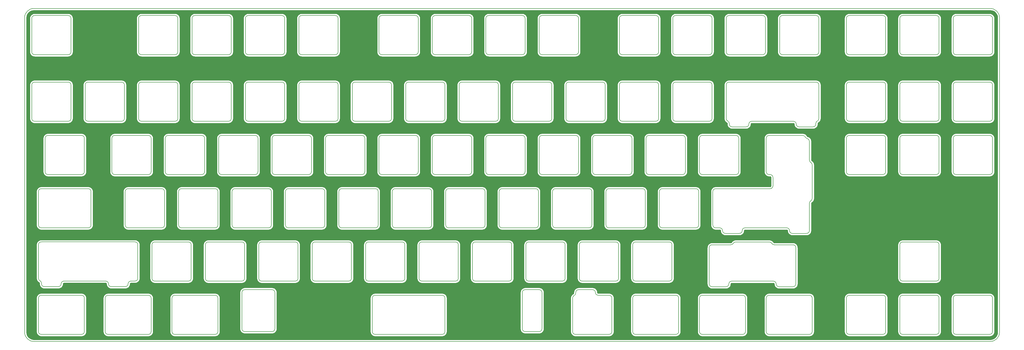
<source format=gbr>
%TF.GenerationSoftware,KiCad,Pcbnew,5.1.7-a382d34a8~88~ubuntu20.04.1*%
%TF.CreationDate,2021-03-29T02:50:00+02:00*%
%TF.ProjectId,mysterium-plate,6d797374-6572-4697-956d-2d706c617465,rev?*%
%TF.SameCoordinates,Original*%
%TF.FileFunction,Copper,L2,Bot*%
%TF.FilePolarity,Positive*%
%FSLAX46Y46*%
G04 Gerber Fmt 4.6, Leading zero omitted, Abs format (unit mm)*
G04 Created by KiCad (PCBNEW 5.1.7-a382d34a8~88~ubuntu20.04.1) date 2021-03-29 02:50:00*
%MOMM*%
%LPD*%
G01*
G04 APERTURE LIST*
%TA.AperFunction,Profile*%
%ADD10C,0.200000*%
%TD*%
%TA.AperFunction,Profile*%
%ADD11C,0.150000*%
%TD*%
%TA.AperFunction,NonConductor*%
%ADD12C,0.254000*%
%TD*%
%TA.AperFunction,NonConductor*%
%ADD13C,0.150000*%
%TD*%
G04 APERTURE END LIST*
D10*
X288432738Y-123985408D02*
X288432742Y-124205969D01*
X319308738Y-123985414D02*
X319308759Y-124205969D01*
X319852238Y-123095691D02*
G75*
G03*
X320395738Y-122205968I-456500J889723D01*
G01*
X319852238Y-123095691D02*
G75*
G03*
X319308738Y-123985414I456500J-889723D01*
G01*
X287889238Y-123095685D02*
G75*
G02*
X288432738Y-123985408I-456500J-889723D01*
G01*
X287889238Y-123095685D02*
G75*
G02*
X287345738Y-122205962I456500J889723D01*
G01*
X319395737Y-109205961D02*
G75*
G02*
X320395738Y-110205962I0J-1000001D01*
G01*
X320395738Y-122205968D02*
X320395738Y-110205962D01*
X287345738Y-110205962D02*
X287345738Y-122205962D01*
X287345738Y-110205962D02*
G75*
G02*
X288345738Y-109205962I1000000J0D01*
G01*
X42628250Y-180221624D02*
G75*
G02*
X43171750Y-181111347I-456500J-889723D01*
G01*
X51171750Y-180331900D02*
X66047750Y-180331900D01*
X43084750Y-166331901D02*
X76516000Y-166331901D01*
X66047750Y-180331901D02*
G75*
G02*
X67047750Y-181331901I0J-1000000D01*
G01*
X74047750Y-181331901D02*
X74047750Y-181331901D01*
X67047750Y-181331901D02*
X67047750Y-181331901D01*
X43171749Y-181331901D02*
X43171749Y-181111347D01*
X50171750Y-181331901D02*
X50171750Y-181331901D01*
X75047750Y-180331900D02*
X76516000Y-180331900D01*
X74047750Y-181331901D02*
G75*
G02*
X75047750Y-180331901I1000000J0D01*
G01*
X50171750Y-181331901D02*
G75*
G02*
X51171750Y-180331901I1000000J0D01*
G01*
X44171749Y-182331901D02*
G75*
G02*
X43171749Y-181331901I0J1000000D01*
G01*
X42084750Y-167331900D02*
X42084750Y-179331901D01*
X44171749Y-182331900D02*
X49171750Y-182331900D01*
X77516000Y-179331901D02*
G75*
G02*
X76516000Y-180331901I-1000000J0D01*
G01*
X42628250Y-180221624D02*
G75*
G02*
X42084750Y-179331901I456500J889723D01*
G01*
X42084750Y-167331900D02*
G75*
G02*
X43084750Y-166331900I1000000J0D01*
G01*
X50171750Y-181331901D02*
G75*
G02*
X49171750Y-182331901I-1000000J0D01*
G01*
X77516000Y-167331900D02*
X77516000Y-179331901D01*
X68047750Y-182331901D02*
G75*
G02*
X67047750Y-181331901I0J1000000D01*
G01*
X68047750Y-182331900D02*
X73047750Y-182331900D01*
X76516000Y-166331900D02*
G75*
G02*
X77516000Y-167331900I0J-1000000D01*
G01*
X74047750Y-181331901D02*
G75*
G02*
X73047750Y-182331901I-1000000J0D01*
G01*
X310927504Y-163305990D02*
X316010000Y-163305990D01*
X310927504Y-163305991D02*
G75*
G02*
X309927503Y-162305990I0J1000001D01*
G01*
X308927503Y-161305990D02*
G75*
G02*
X309927503Y-162305990I0J-1000000D01*
G01*
X283578300Y-147307301D02*
X303009550Y-147307301D01*
X283578300Y-161307301D02*
X285046550Y-161307301D01*
X286046550Y-162307301D02*
X286046550Y-162307301D01*
X285046550Y-161307301D02*
G75*
G02*
X286046550Y-162307301I0J-1000000D01*
G01*
X282578300Y-148307301D02*
G75*
G02*
X283578300Y-147307301I1000000J0D01*
G01*
X287046550Y-163307301D02*
G75*
G02*
X286046550Y-162307301I0J1000000D01*
G01*
X282578300Y-148307301D02*
X282578300Y-160307301D01*
X283578300Y-161307301D02*
G75*
G02*
X282578300Y-160307301I0J1000000D01*
G01*
X304009550Y-146307301D02*
X304009550Y-143257301D01*
X317009550Y-162307301D02*
G75*
G02*
X316009550Y-163307301I-1000000J0D01*
G01*
X317509550Y-137916275D02*
G75*
G02*
X317009550Y-137050250I500000J866025D01*
G01*
X316219762Y-129366645D02*
G75*
G02*
X315529137Y-128823145I210213J977656D01*
G01*
X317009550Y-130344301D02*
X317009550Y-137050250D01*
X303009550Y-142257301D02*
G75*
G02*
X304009550Y-143257301I0J-1000000D01*
G01*
X303009550Y-142257301D02*
X302628299Y-142257301D01*
X304009550Y-146307301D02*
G75*
G02*
X303009550Y-147307301I-1000000J0D01*
G01*
X317009550Y-152514351D02*
G75*
G02*
X317509550Y-151648326I1000000J0D01*
G01*
X317009550Y-162307301D02*
X317009550Y-152514351D01*
X316219763Y-129366645D02*
G75*
G02*
X317009550Y-130344301I-210213J-977656D01*
G01*
X318009550Y-150782301D02*
G75*
G02*
X317509550Y-151648326I-1000000J0D01*
G01*
X302628299Y-128257301D02*
X314628300Y-128257301D01*
X318009550Y-138782301D02*
X318009550Y-150782301D01*
X302628299Y-142257301D02*
G75*
G02*
X301628299Y-141257301I0J1000000D01*
G01*
X314628299Y-128257302D02*
G75*
G02*
X315529137Y-128823145I1J-999999D01*
G01*
X317509550Y-137916276D02*
G75*
G02*
X318009550Y-138782301I-500000J-866025D01*
G01*
X301628299Y-129257301D02*
G75*
G02*
X302628299Y-128257301I1000000J0D01*
G01*
X301628299Y-129257301D02*
X301628299Y-141257301D01*
X225433208Y-148305982D02*
X225433208Y-160305989D01*
X214639451Y-184406002D02*
G75*
G02*
X215639452Y-183406001I1000001J0D01*
G01*
X145470664Y-142255979D02*
X157470671Y-142255979D01*
X221670706Y-99393456D02*
X233670712Y-99393456D01*
X68270623Y-129255972D02*
X68270623Y-141255978D01*
X182283184Y-160305989D02*
G75*
G02*
X181283184Y-161305989I-1000000J0D01*
G01*
X215620703Y-141255978D02*
G75*
G02*
X214620702Y-142255979I-1000001J0D01*
G01*
X221670706Y-142255979D02*
X233670712Y-142255979D01*
X178808182Y-180356000D02*
X190808189Y-180356000D01*
X228908210Y-166355992D02*
X216908203Y-166355992D01*
X115639398Y-198406009D02*
X125395654Y-198406009D01*
X43076859Y-199406010D02*
X57458117Y-199406010D01*
X306165001Y-182356001D02*
X311165004Y-182356001D01*
X291820744Y-141255978D02*
G75*
G02*
X290820743Y-142255979I-1000001J0D01*
G01*
X259770726Y-142255978D02*
G75*
G02*
X258770726Y-141255978I0J1000000D01*
G01*
X196570693Y-141255978D02*
G75*
G02*
X195570692Y-142255979I-1000001J0D01*
G01*
X254008223Y-186406003D02*
X254008223Y-198406009D01*
X350258275Y-199406010D02*
X362258282Y-199406010D01*
X281288988Y-168355993D02*
X281288988Y-181356000D01*
X90701885Y-199406010D02*
G75*
G02*
X89701884Y-198406009I0J1000001D01*
G01*
X288288992Y-181356000D02*
G75*
G02*
X289288992Y-180356000I1000000J0D01*
G01*
X259770726Y-142255979D02*
X271770733Y-142255979D01*
X139708161Y-167355992D02*
X139708161Y-179355999D01*
X149233167Y-148305982D02*
X149233167Y-160305989D01*
X231195711Y-123205969D02*
X243195717Y-123205969D01*
X363258283Y-122205968D02*
G75*
G02*
X362258282Y-123205969I-1000001J0D01*
G01*
X206095698Y-122205968D02*
G75*
G02*
X205095697Y-123205969I-1000001J0D01*
G01*
X330208264Y-86393449D02*
X330208264Y-98393455D01*
X244195718Y-122205968D02*
G75*
G02*
X243195717Y-123205969I-1000001J0D01*
G01*
X248958221Y-179355999D02*
G75*
G02*
X247958220Y-180356000I-1000001J0D01*
G01*
X167995677Y-122205968D02*
G75*
G02*
X166995676Y-123205969I-1000001J0D01*
G01*
X363258282Y-122205968D02*
X363258282Y-110205962D01*
X201620695Y-129255972D02*
X201620695Y-141255978D01*
X382308293Y-98393455D02*
G75*
G02*
X381308292Y-99393456I-1000001J0D01*
G01*
X88320634Y-142255979D02*
G75*
G02*
X87320633Y-141255978I0J1000001D01*
G01*
X240720716Y-142255979D02*
X252720722Y-142255979D01*
X114608148Y-166355992D02*
X102608141Y-166355992D01*
X350258275Y-142255978D02*
G75*
G02*
X349258275Y-141255978I0J1000000D01*
G01*
X193095690Y-123205969D02*
X205095697Y-123205969D01*
X272770734Y-141255978D02*
G75*
G02*
X271770733Y-142255979I-1000001J0D01*
G01*
X263245729Y-122205968D02*
G75*
G02*
X262245728Y-123205969I-1000001J0D01*
G01*
X269295731Y-123205968D02*
G75*
G02*
X268295731Y-122205968I0J1000000D01*
G01*
X102608141Y-180355999D02*
G75*
G02*
X101608141Y-179355999I0J1000000D01*
G01*
X350258275Y-180356000D02*
X362258282Y-180356000D01*
X95558138Y-166355992D02*
X83558131Y-166355992D01*
X368308285Y-129255972D02*
X368308285Y-141255978D01*
X43076859Y-161305989D02*
X59839368Y-161305989D01*
X101608141Y-167355992D02*
G75*
G02*
X102608141Y-166355992I1000000J0D01*
G01*
X59745618Y-123205968D02*
G75*
G02*
X58745618Y-122205968I0J1000000D01*
G01*
X349258275Y-129255972D02*
X349258275Y-141255978D01*
X106083143Y-160305989D02*
X106083143Y-148305982D01*
X350258275Y-123205969D02*
X362258282Y-123205969D01*
X382308293Y-122205968D02*
G75*
G02*
X381308292Y-123205969I-1000001J0D01*
G01*
X172758180Y-179355999D02*
G75*
G02*
X171758179Y-180356000I-1000001J0D01*
G01*
X350258275Y-199406009D02*
G75*
G02*
X349258275Y-198406009I0J1000000D01*
G01*
X145470664Y-142255978D02*
G75*
G02*
X144470664Y-141255978I0J1000000D01*
G01*
X215908203Y-167355992D02*
G75*
G02*
X216908203Y-166355992I1000000J0D01*
G01*
X331208265Y-199406010D02*
G75*
G02*
X330208264Y-198406009I0J1000001D01*
G01*
X177520682Y-98393455D02*
G75*
G02*
X176520681Y-99393456I-1000001J0D01*
G01*
X320395759Y-98393455D02*
G75*
G02*
X319395758Y-99393456I-1000001J0D01*
G01*
X45458110Y-142255978D02*
G75*
G02*
X44458110Y-141255978I0J1000000D01*
G01*
X164520675Y-142255979D02*
G75*
G02*
X163520674Y-141255978I0J1000001D01*
G01*
X255008224Y-180356000D02*
X267008230Y-180356000D01*
X68270622Y-129255972D02*
G75*
G02*
X69270623Y-128255971I1000001J0D01*
G01*
X60839368Y-160305989D02*
G75*
G02*
X59839368Y-161305989I-1000000J0D01*
G01*
X162139423Y-199406009D02*
G75*
G02*
X161139423Y-198406009I0J1000000D01*
G01*
X163520674Y-86393449D02*
X163520674Y-98393455D01*
X234958213Y-167355992D02*
X234958213Y-179355999D01*
X66889372Y-199406010D02*
X81270630Y-199406010D01*
X287345741Y-86393449D02*
G75*
G02*
X288345742Y-85393448I1000001J0D01*
G01*
X369308285Y-142255978D02*
G75*
G02*
X368308285Y-141255978I0J1000000D01*
G01*
X232576962Y-186406003D02*
X232576962Y-198406009D01*
X120658151Y-167355992D02*
X120658151Y-179355999D01*
X369308285Y-99393456D02*
X381308292Y-99393456D01*
X294201995Y-198406009D02*
G75*
G02*
X293201994Y-199406010I-1000001J0D01*
G01*
X135945659Y-99393456D02*
X147945666Y-99393456D01*
X128895656Y-109205961D02*
X116895649Y-109205961D01*
X192095690Y-110205962D02*
X192095690Y-122205968D01*
X235958213Y-180355999D02*
G75*
G02*
X234958213Y-179355999I0J1000000D01*
G01*
X40695608Y-123205969D02*
X52695614Y-123205969D01*
X196570693Y-98393455D02*
G75*
G02*
X195570692Y-99393456I-1000001J0D01*
G01*
X282295738Y-98393455D02*
X282295738Y-86393449D01*
X344208272Y-122205968D02*
G75*
G02*
X343208271Y-123205969I-1000001J0D01*
G01*
X263533228Y-148305982D02*
X263533228Y-160305989D01*
X111133146Y-148305982D02*
X111133146Y-160305989D01*
X231195711Y-123205969D02*
G75*
G02*
X230195710Y-122205968I0J1000001D01*
G01*
X58458117Y-141255978D02*
X58458117Y-129255972D01*
X363258282Y-98393455D02*
X363258282Y-86393449D01*
X97845639Y-99393456D02*
G75*
G02*
X96845638Y-98393455I0J1000001D01*
G01*
X202620695Y-99393456D02*
X214620702Y-99393456D01*
X74033126Y-161305989D02*
X86033132Y-161305989D01*
X382308293Y-198406009D02*
G75*
G02*
X381308292Y-199406010I-1000001J0D01*
G01*
X239433215Y-160305989D02*
G75*
G02*
X238433215Y-161305989I-1000000J0D01*
G01*
X106083144Y-198406009D02*
G75*
G02*
X105083143Y-199406010I-1000001J0D01*
G01*
X318014508Y-198406009D02*
G75*
G02*
X317014507Y-199406010I-1000001J0D01*
G01*
X121658152Y-180356000D02*
G75*
G02*
X120658151Y-179355999I0J1000001D01*
G01*
X131183157Y-161305989D02*
X143183163Y-161305989D01*
X300345748Y-85393448D02*
X288345742Y-85393448D01*
X188333188Y-161305989D02*
X200333194Y-161305989D01*
X150233167Y-161305989D02*
G75*
G02*
X149233167Y-160305989I0J1000000D01*
G01*
X221670706Y-99393456D02*
G75*
G02*
X220670705Y-98393455I0J1000001D01*
G01*
X87320633Y-129255972D02*
X87320633Y-141255978D01*
X115895649Y-110205962D02*
X115895649Y-122205968D01*
X319308759Y-124205969D02*
G75*
G02*
X318308758Y-125205970I-1000001J0D01*
G01*
X154995670Y-123205969D02*
G75*
G02*
X153995669Y-122205968I0J1000001D01*
G01*
X74033126Y-161305990D02*
G75*
G02*
X73033125Y-160305989I0J1000001D01*
G01*
X90701885Y-199406010D02*
X105083143Y-199406010D01*
X116895649Y-99393456D02*
X128895656Y-99393456D01*
X369308285Y-123205969D02*
X381308292Y-123205969D01*
X313308755Y-125205970D02*
X318308758Y-125205970D01*
X239720715Y-129255972D02*
X239720715Y-141255978D01*
X215908203Y-167355992D02*
X215908203Y-179355999D01*
X289288992Y-180356000D02*
X304165000Y-180356000D01*
X245576969Y-185406003D02*
G75*
G02*
X246576969Y-186406003I0J-1000000D01*
G01*
X245576969Y-185406002D02*
X241695716Y-185406002D01*
X278820736Y-142255979D02*
X290820743Y-142255979D01*
X202620695Y-99393455D02*
G75*
G02*
X201620695Y-98393455I0J1000000D01*
G01*
X350258275Y-99393456D02*
X362258282Y-99393456D01*
X87033132Y-160305989D02*
G75*
G02*
X86033132Y-161305989I-1000000J0D01*
G01*
X131183157Y-161305990D02*
G75*
G02*
X130183156Y-160305989I0J1000001D01*
G01*
X368308285Y-110205962D02*
X368308285Y-122205968D01*
X197858193Y-180356000D02*
X209858199Y-180356000D01*
X363258283Y-198406009D02*
G75*
G02*
X362258282Y-199406010I-1000001J0D01*
G01*
X246576969Y-198406009D02*
X246576969Y-186406003D01*
X250245721Y-123205969D02*
X262245728Y-123205969D01*
X363258283Y-179355999D02*
G75*
G02*
X362258282Y-180356000I-1000001J0D01*
G01*
X215620703Y-98393455D02*
G75*
G02*
X214620702Y-99393456I-1000001J0D01*
G01*
X362258282Y-185406003D02*
G75*
G02*
X363258282Y-186406003I0J-1000000D01*
G01*
X221670706Y-142255979D02*
G75*
G02*
X220670705Y-141255978I0J1000001D01*
G01*
X250245721Y-99393456D02*
X262245728Y-99393456D01*
X363258282Y-198406009D02*
X363258282Y-186406003D01*
X233576962Y-199406009D02*
G75*
G02*
X232576962Y-198406009I0J1000000D01*
G01*
X225145708Y-122205968D02*
G75*
G02*
X224145707Y-123205969I-1000001J0D01*
G01*
X169283177Y-161305989D02*
X181283184Y-161305989D01*
X45458110Y-142255979D02*
X57458117Y-142255979D01*
X369308285Y-123205968D02*
G75*
G02*
X368308285Y-122205968I0J1000000D01*
G01*
X107370644Y-142255979D02*
X119370650Y-142255979D01*
X77795628Y-110205962D02*
X77795628Y-122205968D01*
X164520675Y-142255979D02*
X176520681Y-142255979D01*
X58745618Y-110205962D02*
X58745618Y-122205968D01*
X235958213Y-180356000D02*
X247958220Y-180356000D01*
X202620695Y-142255979D02*
X214620702Y-142255979D01*
X101608141Y-167355992D02*
X101608141Y-179355999D01*
X162233174Y-147305982D02*
X150233167Y-147305982D01*
X226433208Y-161305989D02*
X238433215Y-161305989D01*
X174045680Y-123205969D02*
G75*
G02*
X173045679Y-122205968I0J1000001D01*
G01*
X268295731Y-110205962D02*
X268295731Y-122205968D01*
X245483218Y-161305989D02*
X257483225Y-161305989D01*
X58458118Y-198406009D02*
G75*
G02*
X57458117Y-199406010I-1000001J0D01*
G01*
X350258275Y-123205968D02*
G75*
G02*
X349258275Y-122205968I0J1000000D01*
G01*
X319390753Y-109205961D02*
X288340747Y-109205961D01*
X302633249Y-199406009D02*
G75*
G02*
X301633249Y-198406009I0J1000000D01*
G01*
X282295739Y-98393455D02*
G75*
G02*
X281295738Y-99393456I-1000001J0D01*
G01*
X382308293Y-141255978D02*
G75*
G02*
X381308292Y-142255979I-1000001J0D01*
G01*
X177808182Y-167355992D02*
X177808182Y-179355999D01*
X207383198Y-161305990D02*
G75*
G02*
X206383197Y-160305989I0J1000001D01*
G01*
X88320634Y-142255979D02*
X100320640Y-142255979D01*
X125133153Y-160305989D02*
G75*
G02*
X124133153Y-161305989I-1000000J0D01*
G01*
X363258283Y-98393455D02*
G75*
G02*
X362258282Y-99393456I-1000001J0D01*
G01*
X263245729Y-98393455D02*
G75*
G02*
X262245728Y-99393456I-1000001J0D01*
G01*
X331208265Y-99393456D02*
G75*
G02*
X330208264Y-98393455I0J1000001D01*
G01*
X40695608Y-99393456D02*
X52695614Y-99393456D01*
X169283177Y-161305989D02*
G75*
G02*
X168283177Y-160305989I0J1000000D01*
G01*
X258483225Y-160305989D02*
G75*
G02*
X257483225Y-161305989I-1000000J0D01*
G01*
X344208272Y-98393455D02*
G75*
G02*
X343208271Y-99393456I-1000001J0D01*
G01*
X249245721Y-110205962D02*
X249245721Y-122205968D01*
X254008223Y-167355992D02*
X254008223Y-179355999D01*
X39695607Y-110205962D02*
X39695607Y-122205968D01*
X101320641Y-141255978D02*
G75*
G02*
X100320640Y-142255979I-1000001J0D01*
G01*
X90795635Y-109205961D02*
X78795628Y-109205961D01*
X331208265Y-123205969D02*
G75*
G02*
X330208264Y-122205968I0J1000001D01*
G01*
X126420654Y-142255978D02*
G75*
G02*
X125420654Y-141255978I0J1000000D01*
G01*
X212145700Y-123205968D02*
G75*
G02*
X211145700Y-122205968I0J1000000D01*
G01*
X168283177Y-148305982D02*
X168283177Y-160305989D01*
X110845646Y-122205968D02*
G75*
G02*
X109845645Y-123205969I-1000001J0D01*
G01*
X172758179Y-179355999D02*
X172758179Y-167355992D01*
X247958220Y-166355992D02*
X235958213Y-166355992D01*
X234958213Y-167355992D02*
G75*
G02*
X235958213Y-166355992I1000000J0D01*
G01*
X134658159Y-179355999D02*
X134658159Y-167355992D01*
X133658158Y-166355991D02*
G75*
G02*
X134658159Y-167355992I0J-1000001D01*
G01*
X133658158Y-166355992D02*
X121658152Y-166355992D01*
X120658152Y-167355992D02*
G75*
G02*
X121658152Y-166355992I1000000J0D01*
G01*
X81270630Y-185406002D02*
X66889372Y-185406002D01*
X183570685Y-142255979D02*
X195570692Y-142255979D01*
X381308292Y-185406002D02*
X369308285Y-185406002D01*
X229908211Y-179355999D02*
G75*
G02*
X228908210Y-180356000I-1000001J0D01*
G01*
X229908210Y-179355999D02*
X229908210Y-167355992D01*
X215639452Y-198406009D02*
G75*
G02*
X214639452Y-197406009I0J1000000D01*
G01*
X215639452Y-198406009D02*
X220639455Y-198406009D01*
X221639455Y-197406009D02*
G75*
G02*
X220639455Y-198406009I-1000000J0D01*
G01*
X228908210Y-166355992D02*
G75*
G02*
X229908210Y-167355992I0J-1000000D01*
G01*
X363258282Y-179355999D02*
X363258282Y-167355992D01*
X362258282Y-166355992D02*
G75*
G02*
X363258282Y-167355992I0J-1000000D01*
G01*
X362258282Y-166355992D02*
X350258275Y-166355992D01*
X349258275Y-167355992D02*
G75*
G02*
X350258275Y-166355992I1000000J0D01*
G01*
X214639452Y-184406002D02*
X214639452Y-197406009D01*
X226433208Y-161305989D02*
G75*
G02*
X225433208Y-160305989I0J1000000D01*
G01*
X186045686Y-185406002D02*
X162139423Y-185406002D01*
X369308285Y-199406010D02*
X381308292Y-199406010D01*
X105083143Y-185406003D02*
G75*
G02*
X106083143Y-186406003I0J-1000000D01*
G01*
X81270630Y-185406003D02*
G75*
G02*
X82270630Y-186406003I0J-1000000D01*
G01*
X161139423Y-186406003D02*
X161139423Y-198406009D01*
X105083143Y-185406002D02*
X90701885Y-185406002D01*
X294201995Y-198406009D02*
X294201995Y-186406003D01*
X277820735Y-186406003D02*
G75*
G02*
X278820736Y-185406002I1000001J0D01*
G01*
X65889371Y-186406003D02*
G75*
G02*
X66889372Y-185406002I1000001J0D01*
G01*
X65889371Y-186406003D02*
X65889371Y-198406009D01*
X115639398Y-198406009D02*
G75*
G02*
X114639398Y-197406009I0J1000000D01*
G01*
X293201994Y-185406002D02*
G75*
G02*
X294201995Y-186406003I0J-1000001D01*
G01*
X114639398Y-184406002D02*
X114639398Y-197406009D01*
X125395654Y-183406001D02*
X115639398Y-183406001D01*
X331208265Y-142255979D02*
G75*
G02*
X330208264Y-141255978I0J1000001D01*
G01*
X58458117Y-198406009D02*
X58458117Y-186406003D01*
X318014508Y-198406009D02*
X318014508Y-186406003D01*
X317014507Y-185406002D02*
G75*
G02*
X318014508Y-186406003I0J-1000001D01*
G01*
X42076859Y-148305982D02*
G75*
G02*
X43076859Y-147305982I1000000J0D01*
G01*
X57458117Y-185406003D02*
G75*
G02*
X58458117Y-186406003I0J-1000000D01*
G01*
X57458117Y-185406002D02*
X43076859Y-185406002D01*
X368308284Y-186406003D02*
G75*
G02*
X369308285Y-185406002I1000001J0D01*
G01*
X350258275Y-180355999D02*
G75*
G02*
X349258275Y-179355999I0J1000000D01*
G01*
X42076858Y-186406003D02*
G75*
G02*
X43076859Y-185406002I1000001J0D01*
G01*
X382308292Y-198406009D02*
X382308292Y-186406003D01*
X381308292Y-185406003D02*
G75*
G02*
X382308292Y-186406003I0J-1000000D01*
G01*
X317014507Y-185406002D02*
X302633249Y-185406002D01*
X240720716Y-142255979D02*
G75*
G02*
X239720715Y-141255978I0J1000001D01*
G01*
X301633248Y-186406003D02*
G75*
G02*
X302633249Y-185406002I1000001J0D01*
G01*
X77795628Y-86393449D02*
X77795628Y-98393455D01*
X277820736Y-186406003D02*
X277820736Y-198406009D01*
X343208271Y-185406002D02*
G75*
G02*
X344208272Y-186406003I0J-1000001D01*
G01*
X343208271Y-185406002D02*
X331208265Y-185406002D01*
X239695715Y-183406001D02*
G75*
G02*
X240695716Y-184406002I0J-1000001D01*
G01*
X330208264Y-186406003D02*
G75*
G02*
X331208265Y-185406002I1000001J0D01*
G01*
X241695716Y-185406002D02*
G75*
G02*
X240695716Y-184406002I0J1000000D01*
G01*
X60839369Y-160305989D02*
X60839369Y-148305982D01*
X59839368Y-147305982D02*
X43076859Y-147305982D01*
X82270631Y-198406009D02*
G75*
G02*
X81270630Y-199406010I-1000001J0D01*
G01*
X306395751Y-86393449D02*
X306395751Y-98393455D01*
X233695712Y-184406002D02*
G75*
G02*
X234695713Y-183406001I1000001J0D01*
G01*
X233695712Y-184406002D02*
X233695712Y-184610619D01*
X233695713Y-184610619D02*
G75*
G02*
X233136337Y-185508311I-1000001J0D01*
G01*
X362258282Y-185406002D02*
X350258275Y-185406002D01*
X81270630Y-128255971D02*
X69270623Y-128255971D01*
X232576961Y-186406003D02*
G75*
G02*
X233136337Y-185508311I1000001J0D01*
G01*
X255008224Y-199406010D02*
X269389481Y-199406010D01*
X269295731Y-99393456D02*
X281295738Y-99393456D01*
X270389482Y-198406009D02*
G75*
G02*
X269389481Y-199406010I-1000001J0D01*
G01*
X270389482Y-198406009D02*
X270389482Y-186406003D01*
X269389481Y-185406002D02*
G75*
G02*
X270389482Y-186406003I0J-1000001D01*
G01*
X349258274Y-186406003D02*
G75*
G02*
X350258275Y-185406002I1000001J0D01*
G01*
X312165004Y-181356000D02*
X312165004Y-168355993D01*
X311165004Y-167355993D02*
G75*
G02*
X312165004Y-168355993I0J-1000000D01*
G01*
X311165004Y-167355992D02*
X304459051Y-167355992D01*
X304459051Y-167355993D02*
G75*
G02*
X303593025Y-166855992I0J1000001D01*
G01*
X302726999Y-166355991D02*
G75*
G02*
X303593025Y-166855992I0J-1000001D01*
G01*
X302726999Y-166355992D02*
X290726993Y-166355992D01*
X289860968Y-166855992D02*
G75*
G02*
X290726993Y-166355992I866025J-500000D01*
G01*
X289860966Y-166855992D02*
G75*
G02*
X288994941Y-167355992I-866025J500000D01*
G01*
X288994941Y-167355992D02*
X282288988Y-167355992D01*
X281288987Y-168355993D02*
G75*
G02*
X282288988Y-167355992I1000001J0D01*
G01*
X40695608Y-123205969D02*
G75*
G02*
X39695607Y-122205968I0J1000001D01*
G01*
X139420662Y-141255978D02*
G75*
G02*
X138420661Y-142255979I-1000001J0D01*
G01*
X43076859Y-161305989D02*
G75*
G02*
X42076859Y-160305989I0J1000000D01*
G01*
X302633249Y-142255978D02*
G75*
G02*
X301633249Y-141255978I0J1000000D01*
G01*
X282288988Y-182356000D02*
G75*
G02*
X281288988Y-181356000I0J1000000D01*
G01*
X220383205Y-160305989D02*
X220383205Y-148305982D01*
X83558131Y-180356000D02*
G75*
G02*
X82558130Y-179355999I0J1000001D01*
G01*
X201620695Y-86393449D02*
X201620695Y-98393455D01*
X135945659Y-123205968D02*
G75*
G02*
X134945659Y-122205968I0J1000000D01*
G01*
X210858200Y-179355999D02*
G75*
G02*
X209858199Y-180356000I-1000001J0D01*
G01*
X282288988Y-182356001D02*
X287288991Y-182356001D01*
X112133146Y-161305989D02*
G75*
G02*
X111133146Y-160305989I0J1000000D01*
G01*
X106370643Y-129255972D02*
X106370643Y-141255978D01*
X120370651Y-141255978D02*
G75*
G02*
X119370650Y-142255979I-1000001J0D01*
G01*
X288288992Y-181356000D02*
G75*
G02*
X287288991Y-182356001I-1000001J0D01*
G01*
X187045687Y-198406009D02*
X187045687Y-186406003D01*
X134945659Y-110205962D02*
X134945659Y-122205968D01*
X39695607Y-86393449D02*
X39695607Y-98393455D01*
X148945667Y-98393455D02*
G75*
G02*
X147945666Y-99393456I-1000001J0D01*
G01*
X301633249Y-186406003D02*
X301633249Y-198406009D01*
X173045679Y-110205962D02*
X173045679Y-122205968D01*
X93083136Y-161305989D02*
G75*
G02*
X92083136Y-160305989I0J1000000D01*
G01*
X42076859Y-186406003D02*
X42076859Y-198406009D01*
X42076859Y-148305982D02*
X42076859Y-160305989D01*
X174045680Y-123205969D02*
X186045686Y-123205969D01*
X135945659Y-99393455D02*
G75*
G02*
X134945659Y-98393455I0J1000000D01*
G01*
X331208265Y-123205969D02*
X343208271Y-123205969D01*
X53695615Y-98393455D02*
G75*
G02*
X52695614Y-99393456I-1000001J0D01*
G01*
X183570685Y-142255978D02*
G75*
G02*
X182570685Y-141255978I0J1000000D01*
G01*
X96845638Y-86393449D02*
X96845638Y-98393455D01*
X269295731Y-123205969D02*
X281295738Y-123205969D01*
X207383198Y-161305989D02*
X219383204Y-161305989D01*
X330208264Y-110205962D02*
X330208264Y-122205968D01*
X288345742Y-99393456D02*
G75*
G02*
X287345741Y-98393455I0J1000001D01*
G01*
X220639455Y-183406001D02*
G75*
G02*
X221639456Y-184406002I0J-1000001D01*
G01*
X211145700Y-110205962D02*
X211145700Y-122205968D01*
X234670713Y-98393455D02*
G75*
G02*
X233670712Y-99393456I-1000001J0D01*
G01*
X307395752Y-99393456D02*
X319395758Y-99393456D01*
X255008224Y-199406010D02*
G75*
G02*
X254008223Y-198406009I0J1000001D01*
G01*
X278820736Y-142255978D02*
G75*
G02*
X277820736Y-141255978I0J1000000D01*
G01*
X91795636Y-98393455D02*
G75*
G02*
X90795635Y-99393456I-1000001J0D01*
G01*
X97845639Y-99393456D02*
X109845645Y-99393456D01*
X58458118Y-141255978D02*
G75*
G02*
X57458117Y-142255979I-1000001J0D01*
G01*
X344208272Y-198406009D02*
G75*
G02*
X343208271Y-199406010I-1000001J0D01*
G01*
X349258275Y-186406003D02*
X349258275Y-198406009D01*
X116895649Y-123205968D02*
G75*
G02*
X115895649Y-122205968I0J1000000D01*
G01*
X112133146Y-161305989D02*
X124133153Y-161305989D01*
X363258283Y-141255978D02*
G75*
G02*
X362258282Y-142255979I-1000001J0D01*
G01*
X97845639Y-123205969D02*
G75*
G02*
X96845638Y-122205968I0J1000001D01*
G01*
X140708162Y-180356000D02*
X152708168Y-180356000D01*
X97845639Y-123205969D02*
X109845645Y-123205969D01*
X134658159Y-179355999D02*
G75*
G02*
X133658158Y-180356000I-1000001J0D01*
G01*
X115895649Y-86393449D02*
X115895649Y-98393455D01*
X116895649Y-99393455D02*
G75*
G02*
X115895649Y-98393455I0J1000000D01*
G01*
X40695608Y-99393456D02*
G75*
G02*
X39695607Y-98393455I0J1000001D01*
G01*
X331208265Y-99393456D02*
X343208271Y-99393456D01*
X82558130Y-167355992D02*
X82558130Y-179355999D01*
X164520675Y-99393456D02*
G75*
G02*
X163520674Y-98393455I0J1000001D01*
G01*
X249245721Y-86393449D02*
X249245721Y-98393455D01*
X369308285Y-142255979D02*
X381308292Y-142255979D01*
X162139423Y-199406010D02*
X186045686Y-199406010D01*
X201333194Y-160305989D02*
G75*
G02*
X200333194Y-161305989I-1000000J0D01*
G01*
X72745626Y-122205968D02*
G75*
G02*
X71745625Y-123205969I-1000001J0D01*
G01*
X158758172Y-167355992D02*
X158758172Y-179355999D01*
X368308285Y-86393449D02*
X368308285Y-98393455D01*
X233576962Y-199406010D02*
X245576969Y-199406010D01*
X220639455Y-183406001D02*
X215639452Y-183406001D01*
X250245721Y-123205968D02*
G75*
G02*
X249245721Y-122205968I0J1000000D01*
G01*
X258770726Y-129255972D02*
X258770726Y-141255978D01*
X197858193Y-180356000D02*
G75*
G02*
X196858192Y-179355999I0J1000001D01*
G01*
X135945659Y-123205969D02*
X147945666Y-123205969D01*
X78795628Y-123205968D02*
G75*
G02*
X77795628Y-122205968I0J1000000D01*
G01*
X182570685Y-129255972D02*
X182570685Y-141255978D01*
X77795627Y-110205962D02*
G75*
G02*
X78795628Y-109205961I1000001J0D01*
G01*
X201333195Y-160305989D02*
X201333195Y-148305982D01*
X245483218Y-161305989D02*
G75*
G02*
X244483218Y-160305989I0J1000000D01*
G01*
X250245721Y-99393455D02*
G75*
G02*
X249245721Y-98393455I0J1000000D01*
G01*
X149233167Y-148305982D02*
G75*
G02*
X150233167Y-147305982I1000000J0D01*
G01*
X330208264Y-129255972D02*
X330208264Y-141255978D01*
X350258275Y-99393455D02*
G75*
G02*
X349258275Y-98393455I0J1000000D01*
G01*
X178808182Y-180355999D02*
G75*
G02*
X177808182Y-179355999I0J1000000D01*
G01*
X187045687Y-122205968D02*
G75*
G02*
X186045686Y-123205969I-1000001J0D01*
G01*
X183570685Y-99393456D02*
X195570692Y-99393456D01*
X183570685Y-99393455D02*
G75*
G02*
X182570685Y-98393455I0J1000000D01*
G01*
X216908203Y-180355999D02*
G75*
G02*
X215908203Y-179355999I0J1000000D01*
G01*
X177520682Y-141255978D02*
G75*
G02*
X176520681Y-142255979I-1000001J0D01*
G01*
X188333188Y-161305990D02*
G75*
G02*
X187333187Y-160305989I0J1000001D01*
G01*
X307395752Y-99393456D02*
G75*
G02*
X306395751Y-98393455I0J1000001D01*
G01*
X158470671Y-141255978D02*
X158470671Y-129255972D01*
X164520675Y-99393456D02*
X176520681Y-99393456D01*
X66889372Y-199406010D02*
G75*
G02*
X65889371Y-198406009I0J1000001D01*
G01*
X246576970Y-198406009D02*
G75*
G02*
X245576969Y-199406010I-1000001J0D01*
G01*
X148945667Y-122205968D02*
G75*
G02*
X147945666Y-123205969I-1000001J0D01*
G01*
X220670705Y-86393449D02*
X220670705Y-98393455D01*
X78795628Y-99393455D02*
G75*
G02*
X77795628Y-98393455I0J1000000D01*
G01*
X163520674Y-129255972D02*
X163520674Y-141255978D01*
X93083136Y-161305989D02*
X105083143Y-161305989D01*
X106083143Y-160305989D02*
G75*
G02*
X105083143Y-161305989I-1000000J0D01*
G01*
X134945659Y-86393449D02*
X134945659Y-98393455D01*
X107370644Y-142255979D02*
G75*
G02*
X106370643Y-141255978I0J1000001D01*
G01*
X153995669Y-110205962D02*
X153995669Y-122205968D01*
X369308285Y-99393455D02*
G75*
G02*
X368308285Y-98393455I0J1000000D01*
G01*
X129895657Y-98393455D02*
G75*
G02*
X128895656Y-99393456I-1000001J0D01*
G01*
X144183164Y-160305989D02*
X144183164Y-148305982D01*
X202620695Y-142255978D02*
G75*
G02*
X201620695Y-141255978I0J1000000D01*
G01*
X264533229Y-161305989D02*
X276533235Y-161305989D01*
X69270623Y-142255978D02*
G75*
G02*
X68270623Y-141255978I0J1000000D01*
G01*
X144183163Y-160305989D02*
G75*
G02*
X143183163Y-161305989I-1000000J0D01*
G01*
X287051491Y-163305990D02*
X292051494Y-163305990D01*
X293051494Y-162305990D02*
G75*
G02*
X294051495Y-161305989I1000001J0D01*
G01*
X83558131Y-180356000D02*
X95558138Y-180356000D01*
X96558138Y-179355999D02*
X96558138Y-167355992D01*
X220670705Y-129255972D02*
X220670705Y-141255978D01*
X134945658Y-86393449D02*
G75*
G02*
X135945659Y-85393448I1000001J0D01*
G01*
X271770733Y-128255971D02*
X259770726Y-128255971D01*
X196570692Y-141255978D02*
X196570692Y-129255972D01*
X195570692Y-128255971D02*
X183570685Y-128255971D01*
X221639456Y-197406009D02*
X221639456Y-184406002D01*
X143183163Y-147305981D02*
G75*
G02*
X144183164Y-148305982I0J-1000001D01*
G01*
X130183157Y-148305982D02*
G75*
G02*
X131183157Y-147305982I1000000J0D01*
G01*
X150233167Y-161305989D02*
X162233174Y-161305989D01*
X163233174Y-160305989D02*
X163233174Y-148305982D01*
X382308292Y-141255978D02*
X382308292Y-129255972D01*
X39695607Y-110205962D02*
G75*
G02*
X40695608Y-109205961I1000001J0D01*
G01*
X319395758Y-85393448D02*
G75*
G02*
X320395759Y-86393449I0J-1000001D01*
G01*
X281295738Y-85393449D02*
G75*
G02*
X282295738Y-86393449I0J-1000000D01*
G01*
X268295730Y-86393449D02*
G75*
G02*
X269295731Y-85393448I1000001J0D01*
G01*
X288345742Y-99393456D02*
X300345748Y-99393456D01*
X230195710Y-110205962D02*
X230195710Y-122205968D01*
X293201994Y-185406002D02*
X278820736Y-185406002D01*
X331208265Y-142255979D02*
X343208271Y-142255979D01*
X161139422Y-186406003D02*
G75*
G02*
X162139423Y-185406002I1000001J0D01*
G01*
X89701884Y-186406003D02*
G75*
G02*
X90701885Y-185406002I1000001J0D01*
G01*
X186045686Y-185406002D02*
G75*
G02*
X187045687Y-186406003I0J-1000001D01*
G01*
X121658152Y-180356000D02*
X133658158Y-180356000D01*
X82558131Y-167355992D02*
G75*
G02*
X83558131Y-166355992I1000000J0D01*
G01*
X267008230Y-166355992D02*
X255008224Y-166355992D01*
X191808189Y-179355999D02*
X191808189Y-167355992D01*
X190808189Y-166355992D02*
X178808182Y-166355992D01*
X196858193Y-167355992D02*
G75*
G02*
X197858193Y-166355992I1000000J0D01*
G01*
X281295738Y-109205962D02*
G75*
G02*
X282295738Y-110205962I0J-1000000D01*
G01*
X344208272Y-198406009D02*
X344208272Y-186406003D01*
X281295738Y-109205961D02*
X269295731Y-109205961D01*
X115895648Y-110205962D02*
G75*
G02*
X116895649Y-109205961I1000001J0D01*
G01*
X78795628Y-99393456D02*
X90795635Y-99393456D01*
X381308292Y-109205962D02*
G75*
G02*
X382308292Y-110205962I0J-1000000D01*
G01*
X368308284Y-110205962D02*
G75*
G02*
X369308285Y-109205961I1000001J0D01*
G01*
X176520681Y-128255971D02*
X164520675Y-128255971D01*
X138420661Y-128255971D02*
X126420654Y-128255971D01*
X234670713Y-141255978D02*
G75*
G02*
X233670712Y-142255979I-1000001J0D01*
G01*
X368308285Y-186406003D02*
X368308285Y-198406009D01*
X330208264Y-186406003D02*
X330208264Y-198406009D01*
X59839368Y-147305981D02*
G75*
G02*
X60839369Y-148305982I0J-1000001D01*
G01*
X182570685Y-86393449D02*
X182570685Y-98393455D01*
X234670713Y-141255978D02*
X234670713Y-129255972D01*
X287345741Y-86393449D02*
X287345741Y-98393455D01*
X212145700Y-123205969D02*
X224145707Y-123205969D01*
X254008223Y-186406003D02*
G75*
G02*
X255008224Y-185406002I1000001J0D01*
G01*
X82270630Y-198406009D02*
X82270630Y-186406003D01*
X53695615Y-122205968D02*
G75*
G02*
X52695614Y-123205969I-1000001J0D01*
G01*
X43076859Y-199406009D02*
G75*
G02*
X42076859Y-198406009I0J1000000D01*
G01*
X350258275Y-142255979D02*
X362258282Y-142255979D01*
X381308292Y-109205961D02*
X369308285Y-109205961D01*
X255008224Y-180356000D02*
G75*
G02*
X254008223Y-179355999I0J1000001D01*
G01*
X177520682Y-141255978D02*
X177520682Y-129255972D01*
X163520674Y-129255972D02*
G75*
G02*
X164520675Y-128255971I1000001J0D01*
G01*
X125420653Y-129255972D02*
G75*
G02*
X126420654Y-128255971I1000001J0D01*
G01*
X157470671Y-128255972D02*
G75*
G02*
X158470671Y-129255972I0J-1000000D01*
G01*
X144470663Y-129255972D02*
G75*
G02*
X145470664Y-128255971I1000001J0D01*
G01*
X87033133Y-160305989D02*
X87033133Y-148305982D01*
X239695715Y-183406001D02*
X234695713Y-183406001D01*
X220383204Y-160305989D02*
G75*
G02*
X219383204Y-161305989I-1000000J0D01*
G01*
X277820736Y-129255972D02*
X277820736Y-141255978D01*
X110845646Y-98393455D02*
G75*
G02*
X109845645Y-99393456I-1000001J0D01*
G01*
X253720723Y-141255978D02*
G75*
G02*
X252720722Y-142255979I-1000001J0D01*
G01*
X53695615Y-98393455D02*
X53695615Y-86393449D01*
X52695614Y-85393448D02*
G75*
G02*
X53695615Y-86393449I0J-1000001D01*
G01*
X52695614Y-85393448D02*
X40695608Y-85393448D01*
X39695607Y-86393449D02*
G75*
G02*
X40695608Y-85393448I1000001J0D01*
G01*
X91795635Y-98393455D02*
X91795635Y-86393449D01*
X90795635Y-85393449D02*
G75*
G02*
X91795635Y-86393449I0J-1000000D01*
G01*
X90795635Y-85393448D02*
X78795628Y-85393448D01*
X77795627Y-86393449D02*
G75*
G02*
X78795628Y-85393448I1000001J0D01*
G01*
X264533229Y-161305990D02*
G75*
G02*
X263533228Y-160305989I0J1000001D01*
G01*
X234670713Y-98393455D02*
X234670713Y-86393449D01*
X233670712Y-85393448D02*
G75*
G02*
X234670713Y-86393449I0J-1000001D01*
G01*
X233670712Y-85393448D02*
X221670706Y-85393448D01*
X220670705Y-86393449D02*
G75*
G02*
X221670706Y-85393448I1000001J0D01*
G01*
X278820736Y-199406010D02*
X293201994Y-199406010D01*
X153708169Y-179355999D02*
G75*
G02*
X152708168Y-180356000I-1000001J0D01*
G01*
X129895656Y-98393455D02*
X129895656Y-86393449D01*
X128895656Y-85393449D02*
G75*
G02*
X129895656Y-86393449I0J-1000000D01*
G01*
X344208272Y-141255978D02*
G75*
G02*
X343208271Y-142255979I-1000001J0D01*
G01*
X154995670Y-123205969D02*
X166995676Y-123205969D01*
X187045687Y-198406009D02*
G75*
G02*
X186045686Y-199406010I-1000001J0D01*
G01*
X140708162Y-180356000D02*
G75*
G02*
X139708161Y-179355999I0J1000001D01*
G01*
X128895656Y-85393448D02*
X116895649Y-85393448D01*
X115895648Y-86393449D02*
G75*
G02*
X116895649Y-85393448I1000001J0D01*
G01*
X196570692Y-98393455D02*
X196570692Y-86393449D01*
X195570692Y-85393449D02*
G75*
G02*
X196570692Y-86393449I0J-1000000D01*
G01*
X195570692Y-85393448D02*
X183570685Y-85393448D01*
X182570684Y-86393449D02*
G75*
G02*
X183570685Y-85393448I1000001J0D01*
G01*
X110845646Y-98393455D02*
X110845646Y-86393449D01*
X269295731Y-99393455D02*
G75*
G02*
X268295731Y-98393455I0J1000000D01*
G01*
X126395654Y-197406009D02*
G75*
G02*
X125395654Y-198406009I-1000000J0D01*
G01*
X268008231Y-179355999D02*
G75*
G02*
X267008230Y-180356000I-1000001J0D01*
G01*
X109845645Y-85393448D02*
G75*
G02*
X110845646Y-86393449I0J-1000001D01*
G01*
X109845645Y-85393448D02*
X97845639Y-85393448D01*
X96845638Y-86393449D02*
G75*
G02*
X97845639Y-85393448I1000001J0D01*
G01*
X215620702Y-98393455D02*
X215620702Y-86393449D01*
X214620702Y-85393449D02*
G75*
G02*
X215620702Y-86393449I0J-1000000D01*
G01*
X214620702Y-85393448D02*
X202620695Y-85393448D01*
X186045686Y-109205961D02*
G75*
G02*
X187045687Y-110205962I0J-1000001D01*
G01*
X173045679Y-110205962D02*
G75*
G02*
X174045680Y-109205961I1000001J0D01*
G01*
X201620694Y-86393449D02*
G75*
G02*
X202620695Y-85393448I1000001J0D01*
G01*
X148945666Y-98393455D02*
X148945666Y-86393449D01*
X115608149Y-179355999D02*
G75*
G02*
X114608148Y-180356000I-1000001J0D01*
G01*
X147945666Y-85393449D02*
G75*
G02*
X148945666Y-86393449I0J-1000000D01*
G01*
X147945666Y-85393448D02*
X135945659Y-85393448D01*
X177520682Y-98393455D02*
X177520682Y-86393449D01*
X258770725Y-129255972D02*
G75*
G02*
X259770726Y-128255971I1000001J0D01*
G01*
X176520681Y-85393448D02*
G75*
G02*
X177520682Y-86393449I0J-1000001D01*
G01*
X176520681Y-85393448D02*
X164520675Y-85393448D01*
X163520674Y-86393449D02*
G75*
G02*
X164520675Y-85393448I1000001J0D01*
G01*
X53695615Y-122205968D02*
X53695615Y-110205962D01*
X52695614Y-109205961D02*
G75*
G02*
X53695615Y-110205962I0J-1000001D01*
G01*
X52695614Y-109205961D02*
X40695608Y-109205961D01*
X320395759Y-98393455D02*
X320395759Y-86393449D01*
X319395758Y-85393448D02*
X307395752Y-85393448D01*
X306395751Y-86393449D02*
G75*
G02*
X307395752Y-85393448I1000001J0D01*
G01*
X281295738Y-85393448D02*
X269295731Y-85393448D01*
X268295731Y-86393449D02*
X268295731Y-98393455D01*
X301345749Y-98393455D02*
G75*
G02*
X300345748Y-99393456I-1000001J0D01*
G01*
X301345749Y-98393455D02*
X301345749Y-86393449D01*
X300345748Y-85393448D02*
G75*
G02*
X301345749Y-86393449I0J-1000001D01*
G01*
X382308292Y-98393455D02*
X382308292Y-86393449D01*
X381308292Y-85393449D02*
G75*
G02*
X382308292Y-86393449I0J-1000000D01*
G01*
X381308292Y-85393448D02*
X369308285Y-85393448D01*
X368308284Y-86393449D02*
G75*
G02*
X369308285Y-85393448I1000001J0D01*
G01*
X344208272Y-98393455D02*
X344208272Y-86393449D01*
X343208271Y-85393448D02*
G75*
G02*
X344208272Y-86393449I0J-1000001D01*
G01*
X349258275Y-110205962D02*
X349258275Y-122205968D01*
X343208271Y-85393448D02*
X331208265Y-85393448D01*
X330208264Y-86393449D02*
G75*
G02*
X331208265Y-85393448I1000001J0D01*
G01*
X263245728Y-98393455D02*
X263245728Y-86393449D01*
X262245728Y-85393449D02*
G75*
G02*
X263245728Y-86393449I0J-1000000D01*
G01*
X262245728Y-85393448D02*
X250245721Y-85393448D01*
X249245720Y-86393449D02*
G75*
G02*
X250245721Y-85393448I1000001J0D01*
G01*
X362258282Y-85393449D02*
G75*
G02*
X363258282Y-86393449I0J-1000000D01*
G01*
X362258282Y-85393448D02*
X350258275Y-85393448D01*
X349258274Y-86393449D02*
G75*
G02*
X350258275Y-85393448I1000001J0D01*
G01*
X349258275Y-86393449D02*
X349258275Y-98393455D01*
X78795628Y-123205969D02*
X90795635Y-123205969D01*
X91795636Y-122205968D02*
G75*
G02*
X90795635Y-123205969I-1000001J0D01*
G01*
X91795635Y-122205968D02*
X91795635Y-110205962D01*
X90795635Y-109205962D02*
G75*
G02*
X91795635Y-110205962I0J-1000000D01*
G01*
X206095697Y-122205968D02*
X206095697Y-110205962D01*
X205095697Y-109205962D02*
G75*
G02*
X206095697Y-110205962I0J-1000000D01*
G01*
X205095697Y-109205961D02*
X193095690Y-109205961D01*
X192095689Y-110205962D02*
G75*
G02*
X193095690Y-109205961I1000001J0D01*
G01*
X148945666Y-122205968D02*
X148945666Y-110205962D01*
X147945666Y-109205962D02*
G75*
G02*
X148945666Y-110205962I0J-1000000D01*
G01*
X147945666Y-109205961D02*
X135945659Y-109205961D01*
X134945658Y-110205962D02*
G75*
G02*
X135945659Y-109205961I1000001J0D01*
G01*
X302633249Y-199406010D02*
X317014507Y-199406010D01*
X116895649Y-123205969D02*
X128895656Y-123205969D01*
X129895657Y-122205968D02*
G75*
G02*
X128895656Y-123205969I-1000001J0D01*
G01*
X129895656Y-122205968D02*
X129895656Y-110205962D01*
X128895656Y-109205962D02*
G75*
G02*
X129895656Y-110205962I0J-1000000D01*
G01*
X167995677Y-122205968D02*
X167995677Y-110205962D01*
X166995676Y-109205961D02*
G75*
G02*
X167995677Y-110205962I0J-1000001D01*
G01*
X166995676Y-109205961D02*
X154995670Y-109205961D01*
X278820736Y-199406009D02*
G75*
G02*
X277820736Y-198406009I0J1000000D01*
G01*
X158470672Y-141255978D02*
G75*
G02*
X157470671Y-142255979I-1000001J0D01*
G01*
X139420661Y-141255978D02*
X139420661Y-129255972D01*
X153995669Y-110205962D02*
G75*
G02*
X154995670Y-109205961I1000001J0D01*
G01*
X110845646Y-122205968D02*
X110845646Y-110205962D01*
X109845645Y-109205961D02*
G75*
G02*
X110845646Y-110205962I0J-1000001D01*
G01*
X109845645Y-109205961D02*
X97845639Y-109205961D01*
X96845638Y-110205962D02*
G75*
G02*
X97845639Y-109205961I1000001J0D01*
G01*
X72745625Y-122205968D02*
X72745625Y-110205962D01*
X89701884Y-186406003D02*
X89701884Y-198406009D01*
X252720722Y-128255971D02*
X240720716Y-128255971D01*
X291820744Y-141255978D02*
X291820744Y-129255972D01*
X290820743Y-128255971D02*
X278820736Y-128255971D01*
X71745625Y-109205962D02*
G75*
G02*
X72745625Y-110205962I0J-1000000D01*
G01*
X71745625Y-109205961D02*
X59745618Y-109205961D01*
X58745617Y-110205962D02*
G75*
G02*
X59745618Y-109205961I1000001J0D01*
G01*
X187045687Y-122205968D02*
X187045687Y-110205962D01*
X244483218Y-148305982D02*
G75*
G02*
X245483218Y-147305982I1000000J0D01*
G01*
X349258275Y-167355992D02*
X349258275Y-179355999D01*
X186045686Y-109205961D02*
X174045680Y-109205961D01*
X362258282Y-109205962D02*
G75*
G02*
X363258282Y-110205962I0J-1000000D01*
G01*
X362258282Y-109205961D02*
X350258275Y-109205961D01*
X349258274Y-110205962D02*
G75*
G02*
X350258275Y-109205961I1000001J0D01*
G01*
X244195718Y-122205968D02*
X244195718Y-110205962D01*
X243195717Y-109205961D02*
G75*
G02*
X244195718Y-110205962I0J-1000001D01*
G01*
X243195717Y-109205961D02*
X231195711Y-109205961D01*
X125395654Y-183406002D02*
G75*
G02*
X126395654Y-184406002I0J-1000000D01*
G01*
X230195710Y-110205962D02*
G75*
G02*
X231195711Y-109205961I1000001J0D01*
G01*
X282295738Y-122205968D02*
X282295738Y-110205962D01*
X210858200Y-179355999D02*
X210858200Y-167355992D01*
X209858199Y-166355991D02*
G75*
G02*
X210858200Y-167355992I0J-1000001D01*
G01*
X153708169Y-179355999D02*
X153708169Y-167355992D01*
X152708168Y-166355992D02*
X140708162Y-166355992D01*
X268295730Y-110205962D02*
G75*
G02*
X269295731Y-109205961I1000001J0D01*
G01*
X344208272Y-122205968D02*
X344208272Y-110205962D01*
X126420654Y-142255979D02*
X138420661Y-142255979D01*
X343208271Y-109205961D02*
G75*
G02*
X344208272Y-110205962I0J-1000001D01*
G01*
X343208271Y-109205961D02*
X331208265Y-109205961D01*
X330208264Y-110205962D02*
G75*
G02*
X331208265Y-109205961I1000001J0D01*
G01*
X263245728Y-122205968D02*
X263245728Y-110205962D01*
X262245728Y-109205962D02*
G75*
G02*
X263245728Y-110205962I0J-1000000D01*
G01*
X262245728Y-109205961D02*
X250245721Y-109205961D01*
X249245720Y-110205962D02*
G75*
G02*
X250245721Y-109205961I1000001J0D01*
G01*
X331208265Y-199406010D02*
X343208271Y-199406010D01*
X244483218Y-148305982D02*
X244483218Y-160305989D01*
X289432742Y-125205969D02*
G75*
G02*
X288432742Y-124205969I0J1000000D01*
G01*
X289432742Y-125205970D02*
X294432745Y-125205970D01*
X59745618Y-123205969D02*
X71745625Y-123205969D01*
X295432746Y-124205969D02*
G75*
G02*
X294432745Y-125205970I-1000001J0D01*
G01*
X295432746Y-124205969D02*
G75*
G02*
X296432746Y-123205969I1000000J0D01*
G01*
X296432746Y-123205969D02*
X311308754Y-123205969D01*
X311308754Y-123205968D02*
G75*
G02*
X312308755Y-124205969I0J-1000001D01*
G01*
X313308755Y-125205969D02*
G75*
G02*
X312308755Y-124205969I0J1000000D01*
G01*
X225145707Y-122205968D02*
X225145707Y-110205962D01*
X224145707Y-109205962D02*
G75*
G02*
X225145707Y-110205962I0J-1000000D01*
G01*
X224145707Y-109205961D02*
X212145700Y-109205961D01*
X211145699Y-110205962D02*
G75*
G02*
X212145700Y-109205961I1000001J0D01*
G01*
X101320641Y-141255978D02*
X101320641Y-129255972D01*
X312165005Y-181356000D02*
G75*
G02*
X311165004Y-182356001I-1000001J0D01*
G01*
X100320640Y-128255971D02*
G75*
G02*
X101320641Y-129255972I0J-1000001D01*
G01*
X100320640Y-128255971D02*
X88320634Y-128255971D01*
X87320633Y-129255972D02*
G75*
G02*
X88320634Y-128255971I1000001J0D01*
G01*
X120370651Y-141255978D02*
X120370651Y-129255972D01*
X119370650Y-128255971D02*
G75*
G02*
X120370651Y-129255972I0J-1000001D01*
G01*
X119370650Y-128255971D02*
X107370644Y-128255971D01*
X96845638Y-110205962D02*
X96845638Y-122205968D01*
X106370643Y-129255972D02*
G75*
G02*
X107370644Y-128255971I1000001J0D01*
G01*
X382308292Y-122205968D02*
X382308292Y-110205962D01*
X176520681Y-128255971D02*
G75*
G02*
X177520682Y-129255972I0J-1000001D01*
G01*
X138420661Y-128255972D02*
G75*
G02*
X139420661Y-129255972I0J-1000000D01*
G01*
X125420654Y-129255972D02*
X125420654Y-141255978D01*
X157470671Y-128255971D02*
X145470664Y-128255971D01*
X144470664Y-129255972D02*
X144470664Y-141255978D01*
X69270623Y-142255979D02*
X81270630Y-142255979D01*
X82270631Y-141255978D02*
G75*
G02*
X81270630Y-142255979I-1000001J0D01*
G01*
X82270630Y-141255978D02*
X82270630Y-129255972D01*
X81270630Y-128255972D02*
G75*
G02*
X82270630Y-129255972I0J-1000000D01*
G01*
X57458117Y-128255972D02*
G75*
G02*
X58458117Y-129255972I0J-1000000D01*
G01*
X57458117Y-128255971D02*
X45458110Y-128255971D01*
X44458109Y-129255972D02*
G75*
G02*
X45458110Y-128255971I1000001J0D01*
G01*
X44458110Y-129255972D02*
X44458110Y-141255978D01*
X253720723Y-141255978D02*
X253720723Y-129255972D01*
X252720722Y-128255971D02*
G75*
G02*
X253720723Y-129255972I0J-1000001D01*
G01*
X239720715Y-129255972D02*
G75*
G02*
X240720716Y-128255971I1000001J0D01*
G01*
X290820743Y-128255971D02*
G75*
G02*
X291820744Y-129255972I0J-1000001D01*
G01*
X277820735Y-129255972D02*
G75*
G02*
X278820736Y-128255971I1000001J0D01*
G01*
X344208272Y-141255978D02*
X344208272Y-129255972D01*
X343208271Y-128255971D02*
G75*
G02*
X344208272Y-129255972I0J-1000001D01*
G01*
X343208271Y-128255971D02*
X331208265Y-128255971D01*
X330208264Y-129255972D02*
G75*
G02*
X331208265Y-128255971I1000001J0D01*
G01*
X215620702Y-141255978D02*
X215620702Y-129255972D01*
X214620702Y-128255972D02*
G75*
G02*
X215620702Y-129255972I0J-1000000D01*
G01*
X214620702Y-128255971D02*
X202620695Y-128255971D01*
X201620694Y-129255972D02*
G75*
G02*
X202620695Y-128255971I1000001J0D01*
G01*
X233670712Y-128255971D02*
G75*
G02*
X234670713Y-129255972I0J-1000001D01*
G01*
X233670712Y-128255971D02*
X221670706Y-128255971D01*
X220670705Y-129255972D02*
G75*
G02*
X221670706Y-128255971I1000001J0D01*
G01*
X272770733Y-141255978D02*
X272770733Y-129255972D01*
X271770733Y-128255972D02*
G75*
G02*
X272770733Y-129255972I0J-1000000D01*
G01*
X195570692Y-128255972D02*
G75*
G02*
X196570692Y-129255972I0J-1000000D01*
G01*
X182570684Y-129255972D02*
G75*
G02*
X183570685Y-128255971I1000001J0D01*
G01*
X159758172Y-180355999D02*
G75*
G02*
X158758172Y-179355999I0J1000000D01*
G01*
X143183163Y-147305982D02*
X131183157Y-147305982D01*
X130183156Y-148305982D02*
X130183156Y-160305989D01*
X163233174Y-160305989D02*
G75*
G02*
X162233174Y-161305989I-1000000J0D01*
G01*
X162233174Y-147305982D02*
G75*
G02*
X163233174Y-148305982I0J-1000000D01*
G01*
X381308292Y-128255972D02*
G75*
G02*
X382308292Y-129255972I0J-1000000D01*
G01*
X381308292Y-128255971D02*
X369308285Y-128255971D01*
X114639397Y-184406002D02*
G75*
G02*
X115639398Y-183406001I1000001J0D01*
G01*
X248958220Y-179355999D02*
X248958220Y-167355992D01*
X171758179Y-166355992D02*
G75*
G02*
X172758179Y-167355992I0J-1000000D01*
G01*
X368308284Y-129255972D02*
G75*
G02*
X369308285Y-128255971I1000001J0D01*
G01*
X86033132Y-147305981D02*
G75*
G02*
X87033133Y-148305982I0J-1000001D01*
G01*
X86033132Y-147305982D02*
X74033126Y-147305982D01*
X73033126Y-148305982D02*
G75*
G02*
X74033126Y-147305982I1000000J0D01*
G01*
X73033125Y-148305982D02*
X73033125Y-160305989D01*
X363258282Y-141255978D02*
X363258282Y-129255972D01*
X362258282Y-128255972D02*
G75*
G02*
X363258282Y-129255972I0J-1000000D01*
G01*
X362258282Y-128255971D02*
X350258275Y-128255971D01*
X349258274Y-129255972D02*
G75*
G02*
X350258275Y-128255971I1000001J0D01*
G01*
X125133153Y-160305989D02*
X125133153Y-148305982D01*
X124133153Y-147305982D02*
G75*
G02*
X125133153Y-148305982I0J-1000000D01*
G01*
X124133153Y-147305982D02*
X112133146Y-147305982D01*
X111133146Y-148305982D02*
G75*
G02*
X112133146Y-147305982I1000000J0D01*
G01*
X105083143Y-147305982D02*
G75*
G02*
X106083143Y-148305982I0J-1000000D01*
G01*
X282295739Y-122205968D02*
G75*
G02*
X281295738Y-123205969I-1000001J0D01*
G01*
X105083143Y-147305982D02*
X93083136Y-147305982D01*
X92083136Y-148305982D02*
G75*
G02*
X93083136Y-147305982I1000000J0D01*
G01*
X92083136Y-148305982D02*
X92083136Y-160305989D01*
X200333194Y-147305981D02*
G75*
G02*
X201333195Y-148305982I0J-1000001D01*
G01*
X200333194Y-147305982D02*
X188333188Y-147305982D01*
X193095690Y-123205968D02*
G75*
G02*
X192095690Y-122205968I0J1000000D01*
G01*
X187333188Y-148305982D02*
G75*
G02*
X188333188Y-147305982I1000000J0D01*
G01*
X277533235Y-160305989D02*
G75*
G02*
X276533235Y-161305989I-1000000J0D01*
G01*
X187333187Y-148305982D02*
X187333187Y-160305989D01*
X159758172Y-180356000D02*
X171758179Y-180356000D01*
X182283184Y-160305989D02*
X182283184Y-148305982D01*
X369308285Y-199406009D02*
G75*
G02*
X368308285Y-198406009I0J1000000D01*
G01*
X126395654Y-197406009D02*
X126395654Y-184406002D01*
X181283184Y-147305982D02*
G75*
G02*
X182283184Y-148305982I0J-1000000D01*
G01*
X181283184Y-147305982D02*
X169283177Y-147305982D01*
X168283177Y-148305982D02*
G75*
G02*
X169283177Y-147305982I1000000J0D01*
G01*
X277533236Y-160305989D02*
X277533236Y-148305982D01*
X276533235Y-147305981D02*
G75*
G02*
X277533236Y-148305982I0J-1000001D01*
G01*
X276533235Y-147305982D02*
X264533229Y-147305982D01*
X263533229Y-148305982D02*
G75*
G02*
X264533229Y-147305982I1000000J0D01*
G01*
X239433215Y-160305989D02*
X239433215Y-148305982D01*
X238433215Y-147305982D02*
G75*
G02*
X239433215Y-148305982I0J-1000000D01*
G01*
X238433215Y-147305982D02*
X226433208Y-147305982D01*
X225433208Y-148305982D02*
G75*
G02*
X226433208Y-147305982I1000000J0D01*
G01*
X219383204Y-147305981D02*
G75*
G02*
X220383205Y-148305982I0J-1000001D01*
G01*
X219383204Y-147305982D02*
X207383198Y-147305982D01*
X206383198Y-148305982D02*
G75*
G02*
X207383198Y-147305982I1000000J0D01*
G01*
X206383197Y-148305982D02*
X206383197Y-160305989D01*
X258483225Y-160305989D02*
X258483225Y-148305982D01*
X257483225Y-147305982D02*
G75*
G02*
X258483225Y-148305982I0J-1000000D01*
G01*
X257483225Y-147305982D02*
X245483218Y-147305982D01*
X293051494Y-162305990D02*
G75*
G02*
X292051494Y-163305990I-1000000J0D01*
G01*
X294051495Y-161305989D02*
X308927503Y-161305989D01*
X96558139Y-179355999D02*
G75*
G02*
X95558138Y-180356000I-1000001J0D01*
G01*
X95558138Y-166355992D02*
G75*
G02*
X96558138Y-167355992I0J-1000000D01*
G01*
X102608141Y-180356000D02*
X114608148Y-180356000D01*
X115608148Y-179355999D02*
X115608148Y-167355992D01*
X114608148Y-166355992D02*
G75*
G02*
X115608148Y-167355992I0J-1000000D01*
G01*
X268008231Y-179355999D02*
X268008231Y-167355992D01*
X267008230Y-166355991D02*
G75*
G02*
X268008231Y-167355992I0J-1000001D01*
G01*
X254008224Y-167355992D02*
G75*
G02*
X255008224Y-166355992I1000000J0D01*
G01*
X190808189Y-166355992D02*
G75*
G02*
X191808189Y-167355992I0J-1000000D01*
G01*
X177808182Y-167355992D02*
G75*
G02*
X178808182Y-166355992I1000000J0D01*
G01*
X209858199Y-166355992D02*
X197858193Y-166355992D01*
X152708168Y-166355991D02*
G75*
G02*
X153708169Y-167355992I0J-1000001D01*
G01*
X139708162Y-167355992D02*
G75*
G02*
X140708162Y-166355992I1000000J0D01*
G01*
X106083143Y-198406009D02*
X106083143Y-186406003D01*
X247958220Y-166355992D02*
G75*
G02*
X248958220Y-167355992I0J-1000000D01*
G01*
X171758179Y-166355992D02*
X159758172Y-166355992D01*
X216908203Y-180356000D02*
X228908210Y-180356000D01*
X158758172Y-167355992D02*
G75*
G02*
X159758172Y-166355992I1000000J0D01*
G01*
X196858192Y-167355992D02*
X196858192Y-179355999D01*
X191808190Y-179355999D02*
G75*
G02*
X190808189Y-180356000I-1000001J0D01*
G01*
X269389481Y-185406002D02*
X255008224Y-185406002D01*
X306165001Y-182356000D02*
G75*
G02*
X305165001Y-181356000I0J1000000D01*
G01*
X304165000Y-180355999D02*
G75*
G02*
X305165001Y-181356000I0J-1000001D01*
G01*
D11*
X384809999Y-198619941D02*
G75*
G02*
X381505940Y-201930000I-3307059J-3000D01*
G01*
X381499941Y-82863501D02*
G75*
G02*
X384810000Y-86167560I3000J-3307059D01*
G01*
X37147501Y-86173559D02*
G75*
G02*
X40451560Y-82863500I3307059J3000D01*
G01*
X40457559Y-201929999D02*
G75*
G02*
X37147500Y-198625940I-3000J3307059D01*
G01*
X384810000Y-86173559D02*
X384809999Y-198619941D01*
X381505940Y-201930000D02*
X40457559Y-201929999D01*
X37147500Y-198625940D02*
X37147501Y-86173559D01*
X40451560Y-82863500D02*
X381499941Y-82863500D01*
D12*
X382004408Y-83625844D02*
X382489132Y-83771712D01*
X382936287Y-84008947D01*
X383328849Y-84328521D01*
X383651862Y-84718255D01*
X383893023Y-85163308D01*
X384043148Y-85646729D01*
X384100001Y-86182977D01*
X384099999Y-198585538D01*
X384047656Y-199124409D01*
X383901788Y-199609132D01*
X383664552Y-200056288D01*
X383344979Y-200448849D01*
X382955243Y-200771863D01*
X382510192Y-201013023D01*
X382026771Y-201163148D01*
X381490523Y-201220001D01*
X40491962Y-201219999D01*
X39953091Y-201167656D01*
X39468368Y-201021788D01*
X39021212Y-200784552D01*
X38628651Y-200464979D01*
X38305637Y-200075243D01*
X38064477Y-199630192D01*
X37914352Y-199146771D01*
X37857499Y-198610523D01*
X37857499Y-186369899D01*
X41341859Y-186369899D01*
X41341860Y-198442114D01*
X41344952Y-198473504D01*
X41344909Y-198479607D01*
X41345910Y-198489821D01*
X41366311Y-198683917D01*
X41379703Y-198749158D01*
X41392188Y-198814607D01*
X41395154Y-198824432D01*
X41452866Y-199010870D01*
X41478690Y-199072302D01*
X41503636Y-199134046D01*
X41508454Y-199143108D01*
X41601279Y-199314784D01*
X41638516Y-199369991D01*
X41675009Y-199425757D01*
X41681495Y-199433710D01*
X41805898Y-199584087D01*
X41853205Y-199631065D01*
X41899776Y-199678622D01*
X41907683Y-199685164D01*
X42058925Y-199808514D01*
X42114418Y-199845383D01*
X42169379Y-199883016D01*
X42178406Y-199887897D01*
X42350728Y-199979522D01*
X42412367Y-200004928D01*
X42473548Y-200031150D01*
X42483351Y-200034185D01*
X42670187Y-200090594D01*
X42735579Y-200103542D01*
X42800695Y-200117383D01*
X42810901Y-200118456D01*
X43003377Y-200137329D01*
X43040754Y-200141010D01*
X57494222Y-200141010D01*
X57525621Y-200137917D01*
X57531715Y-200137960D01*
X57541929Y-200136959D01*
X57736025Y-200116558D01*
X57801266Y-200103166D01*
X57866715Y-200090681D01*
X57876540Y-200087715D01*
X58062978Y-200030003D01*
X58124430Y-200004171D01*
X58186157Y-199979231D01*
X58195219Y-199974414D01*
X58366896Y-199881588D01*
X58422149Y-199844319D01*
X58477863Y-199807861D01*
X58485816Y-199801375D01*
X58636194Y-199676972D01*
X58683172Y-199629665D01*
X58730730Y-199583093D01*
X58737272Y-199575186D01*
X58860623Y-199423943D01*
X58897513Y-199368420D01*
X58935124Y-199313490D01*
X58940002Y-199304468D01*
X58940005Y-199304464D01*
X58940007Y-199304460D01*
X59031630Y-199132142D01*
X59057033Y-199070510D01*
X59083259Y-199009321D01*
X59086294Y-198999518D01*
X59142703Y-198812682D01*
X59155645Y-198747322D01*
X59169492Y-198682174D01*
X59170565Y-198671968D01*
X59189610Y-198477733D01*
X59189610Y-198477722D01*
X59193117Y-198442114D01*
X59193117Y-186369899D01*
X65154371Y-186369899D01*
X65154372Y-198442114D01*
X65157464Y-198473504D01*
X65157421Y-198479607D01*
X65158422Y-198489821D01*
X65178823Y-198683917D01*
X65192215Y-198749158D01*
X65204700Y-198814607D01*
X65207666Y-198824432D01*
X65265378Y-199010870D01*
X65291210Y-199072322D01*
X65316150Y-199134049D01*
X65320967Y-199143111D01*
X65413793Y-199314788D01*
X65451062Y-199370041D01*
X65487520Y-199425755D01*
X65494006Y-199433708D01*
X65618409Y-199584086D01*
X65665716Y-199631064D01*
X65712288Y-199678622D01*
X65720195Y-199685164D01*
X65871438Y-199808515D01*
X65926961Y-199845405D01*
X65981891Y-199883016D01*
X65990913Y-199887894D01*
X65990917Y-199887897D01*
X65990921Y-199887899D01*
X66163239Y-199979522D01*
X66224871Y-200004925D01*
X66286060Y-200031151D01*
X66295857Y-200034184D01*
X66295862Y-200034186D01*
X66295865Y-200034187D01*
X66482699Y-200090595D01*
X66548059Y-200103537D01*
X66613207Y-200117384D01*
X66623413Y-200118457D01*
X66817648Y-200137502D01*
X66817649Y-200137502D01*
X66853267Y-200141010D01*
X81306735Y-200141010D01*
X81338134Y-200137917D01*
X81344228Y-200137960D01*
X81354442Y-200136959D01*
X81548538Y-200116558D01*
X81613779Y-200103166D01*
X81679228Y-200090681D01*
X81689053Y-200087715D01*
X81875491Y-200030003D01*
X81936943Y-200004171D01*
X81998670Y-199979231D01*
X82007732Y-199974414D01*
X82179409Y-199881588D01*
X82234662Y-199844319D01*
X82290376Y-199807861D01*
X82298329Y-199801375D01*
X82448707Y-199676972D01*
X82495685Y-199629665D01*
X82543243Y-199583093D01*
X82549785Y-199575186D01*
X82673136Y-199423943D01*
X82710026Y-199368420D01*
X82747637Y-199313490D01*
X82752515Y-199304468D01*
X82752518Y-199304464D01*
X82752520Y-199304460D01*
X82844143Y-199132142D01*
X82869546Y-199070510D01*
X82895772Y-199009321D01*
X82898807Y-198999518D01*
X82955216Y-198812682D01*
X82968158Y-198747322D01*
X82982005Y-198682174D01*
X82983078Y-198671968D01*
X83002123Y-198477733D01*
X83002123Y-198477722D01*
X83005630Y-198442114D01*
X83005630Y-186369899D01*
X88966884Y-186369899D01*
X88966885Y-198442114D01*
X88969977Y-198473504D01*
X88969934Y-198479607D01*
X88970935Y-198489821D01*
X88991336Y-198683917D01*
X89004728Y-198749158D01*
X89017213Y-198814607D01*
X89020179Y-198824432D01*
X89077891Y-199010870D01*
X89103723Y-199072322D01*
X89128663Y-199134049D01*
X89133480Y-199143111D01*
X89226306Y-199314788D01*
X89263575Y-199370041D01*
X89300033Y-199425755D01*
X89306519Y-199433708D01*
X89430922Y-199584086D01*
X89478229Y-199631064D01*
X89524801Y-199678622D01*
X89532708Y-199685164D01*
X89683951Y-199808515D01*
X89739474Y-199845405D01*
X89794404Y-199883016D01*
X89803426Y-199887894D01*
X89803430Y-199887897D01*
X89803434Y-199887899D01*
X89975752Y-199979522D01*
X90037384Y-200004925D01*
X90098573Y-200031151D01*
X90108370Y-200034184D01*
X90108375Y-200034186D01*
X90108378Y-200034187D01*
X90295212Y-200090595D01*
X90360572Y-200103537D01*
X90425720Y-200117384D01*
X90435926Y-200118457D01*
X90630161Y-200137502D01*
X90630162Y-200137502D01*
X90665780Y-200141010D01*
X105119248Y-200141010D01*
X105150647Y-200137917D01*
X105156741Y-200137960D01*
X105166955Y-200136959D01*
X105361051Y-200116558D01*
X105426292Y-200103166D01*
X105491741Y-200090681D01*
X105501566Y-200087715D01*
X105688004Y-200030003D01*
X105749456Y-200004171D01*
X105811183Y-199979231D01*
X105820245Y-199974414D01*
X105991922Y-199881588D01*
X106047175Y-199844319D01*
X106102889Y-199807861D01*
X106110842Y-199801375D01*
X106261220Y-199676972D01*
X106308198Y-199629665D01*
X106355756Y-199583093D01*
X106362298Y-199575186D01*
X106485649Y-199423943D01*
X106522539Y-199368420D01*
X106560150Y-199313490D01*
X106565028Y-199304468D01*
X106565031Y-199304464D01*
X106565033Y-199304460D01*
X106656656Y-199132142D01*
X106682059Y-199070510D01*
X106708285Y-199009321D01*
X106711320Y-198999518D01*
X106767729Y-198812682D01*
X106780671Y-198747322D01*
X106794518Y-198682174D01*
X106795591Y-198671968D01*
X106814636Y-198477733D01*
X106814636Y-198477722D01*
X106818143Y-198442114D01*
X106818143Y-186369898D01*
X106815050Y-186338499D01*
X106815093Y-186332405D01*
X106814092Y-186322191D01*
X106793691Y-186128094D01*
X106780298Y-186062846D01*
X106767814Y-185997405D01*
X106764848Y-185987580D01*
X106707136Y-185801142D01*
X106681318Y-185739723D01*
X106656366Y-185677965D01*
X106651548Y-185668904D01*
X106558723Y-185497227D01*
X106521458Y-185441980D01*
X106484993Y-185386255D01*
X106478507Y-185378302D01*
X106354103Y-185227924D01*
X106306797Y-185180947D01*
X106260226Y-185133390D01*
X106252319Y-185126848D01*
X106101077Y-185003498D01*
X106045558Y-184966611D01*
X105990623Y-184928997D01*
X105981596Y-184924115D01*
X105809274Y-184832490D01*
X105747647Y-184807089D01*
X105686454Y-184780862D01*
X105676651Y-184777827D01*
X105489815Y-184721418D01*
X105424423Y-184708470D01*
X105359307Y-184694629D01*
X105349101Y-184693556D01*
X105156847Y-184674705D01*
X105119248Y-184671002D01*
X90665780Y-184671002D01*
X90634381Y-184674095D01*
X90628287Y-184674052D01*
X90618073Y-184675053D01*
X90423976Y-184695454D01*
X90358728Y-184708847D01*
X90293287Y-184721331D01*
X90283462Y-184724297D01*
X90097024Y-184782009D01*
X90035561Y-184807846D01*
X89973845Y-184832781D01*
X89964784Y-184837598D01*
X89793106Y-184930424D01*
X89737836Y-184967705D01*
X89682140Y-185004151D01*
X89674187Y-185010637D01*
X89674184Y-185010639D01*
X89674181Y-185010642D01*
X89523808Y-185135040D01*
X89476845Y-185182332D01*
X89429272Y-185228919D01*
X89422730Y-185236826D01*
X89299379Y-185388069D01*
X89262522Y-185443544D01*
X89224878Y-185498521D01*
X89219997Y-185507548D01*
X89128372Y-185679870D01*
X89102981Y-185741473D01*
X89076743Y-185802691D01*
X89073708Y-185812494D01*
X89017299Y-185999330D01*
X89004356Y-186064698D01*
X88990510Y-186129839D01*
X88989437Y-186140045D01*
X88970392Y-186334279D01*
X88966884Y-186369899D01*
X83005630Y-186369899D01*
X83005630Y-186369898D01*
X83002537Y-186338499D01*
X83002580Y-186332405D01*
X83001579Y-186322191D01*
X82981178Y-186128094D01*
X82967785Y-186062846D01*
X82955301Y-185997405D01*
X82952335Y-185987580D01*
X82894623Y-185801142D01*
X82868805Y-185739723D01*
X82843853Y-185677965D01*
X82839035Y-185668904D01*
X82746210Y-185497227D01*
X82708945Y-185441980D01*
X82672480Y-185386255D01*
X82665994Y-185378302D01*
X82541590Y-185227924D01*
X82494284Y-185180947D01*
X82447713Y-185133390D01*
X82439806Y-185126848D01*
X82288564Y-185003498D01*
X82233045Y-184966611D01*
X82178110Y-184928997D01*
X82169083Y-184924115D01*
X81996761Y-184832490D01*
X81935134Y-184807089D01*
X81873941Y-184780862D01*
X81864138Y-184777827D01*
X81677302Y-184721418D01*
X81611910Y-184708470D01*
X81546794Y-184694629D01*
X81536588Y-184693556D01*
X81344334Y-184674705D01*
X81306735Y-184671002D01*
X66853267Y-184671002D01*
X66821868Y-184674095D01*
X66815774Y-184674052D01*
X66805560Y-184675053D01*
X66611463Y-184695454D01*
X66546215Y-184708847D01*
X66480774Y-184721331D01*
X66470949Y-184724297D01*
X66284511Y-184782009D01*
X66223048Y-184807846D01*
X66161332Y-184832781D01*
X66152271Y-184837598D01*
X65980593Y-184930424D01*
X65925323Y-184967705D01*
X65869627Y-185004151D01*
X65861674Y-185010637D01*
X65861671Y-185010639D01*
X65861668Y-185010642D01*
X65711295Y-185135040D01*
X65664332Y-185182332D01*
X65616759Y-185228919D01*
X65610217Y-185236826D01*
X65486866Y-185388069D01*
X65450009Y-185443544D01*
X65412365Y-185498521D01*
X65407484Y-185507548D01*
X65315859Y-185679870D01*
X65290468Y-185741473D01*
X65264230Y-185802691D01*
X65261195Y-185812494D01*
X65204786Y-185999330D01*
X65191843Y-186064698D01*
X65177997Y-186129839D01*
X65176924Y-186140045D01*
X65157879Y-186334279D01*
X65154371Y-186369899D01*
X59193117Y-186369899D01*
X59193117Y-186369898D01*
X59190024Y-186338499D01*
X59190067Y-186332405D01*
X59189066Y-186322191D01*
X59168665Y-186128094D01*
X59155272Y-186062846D01*
X59142788Y-185997405D01*
X59139822Y-185987580D01*
X59082110Y-185801142D01*
X59056292Y-185739723D01*
X59031340Y-185677965D01*
X59026522Y-185668904D01*
X58933697Y-185497227D01*
X58896432Y-185441980D01*
X58859967Y-185386255D01*
X58853481Y-185378302D01*
X58729077Y-185227924D01*
X58681771Y-185180947D01*
X58635200Y-185133390D01*
X58627293Y-185126848D01*
X58476051Y-185003498D01*
X58420532Y-184966611D01*
X58365597Y-184928997D01*
X58356570Y-184924115D01*
X58184248Y-184832490D01*
X58122621Y-184807089D01*
X58061428Y-184780862D01*
X58051625Y-184777827D01*
X57864789Y-184721418D01*
X57799397Y-184708470D01*
X57734281Y-184694629D01*
X57724075Y-184693556D01*
X57531821Y-184674705D01*
X57494222Y-184671002D01*
X43040754Y-184671002D01*
X43009355Y-184674095D01*
X43003261Y-184674052D01*
X42993047Y-184675053D01*
X42798950Y-184695454D01*
X42733702Y-184708847D01*
X42668261Y-184721331D01*
X42658436Y-184724297D01*
X42471998Y-184782009D01*
X42410535Y-184807846D01*
X42348819Y-184832781D01*
X42339758Y-184837598D01*
X42168080Y-184930424D01*
X42112810Y-184967705D01*
X42057114Y-185004151D01*
X42049161Y-185010637D01*
X42049158Y-185010639D01*
X42049155Y-185010642D01*
X41898782Y-185135040D01*
X41851819Y-185182332D01*
X41804246Y-185228919D01*
X41797704Y-185236826D01*
X41674353Y-185388069D01*
X41637496Y-185443544D01*
X41599852Y-185498521D01*
X41594971Y-185507548D01*
X41503346Y-185679870D01*
X41477955Y-185741473D01*
X41451717Y-185802691D01*
X41448682Y-185812494D01*
X41392273Y-185999330D01*
X41379330Y-186064698D01*
X41365484Y-186129839D01*
X41364411Y-186140045D01*
X41345366Y-186334279D01*
X41345366Y-186334291D01*
X41341859Y-186369899D01*
X37857499Y-186369899D01*
X37857499Y-184369898D01*
X113904398Y-184369898D01*
X113904399Y-197442114D01*
X113907491Y-197473504D01*
X113907448Y-197479607D01*
X113908449Y-197489821D01*
X113928850Y-197683917D01*
X113942242Y-197749158D01*
X113954727Y-197814607D01*
X113957693Y-197824432D01*
X114015405Y-198010870D01*
X114041229Y-198072302D01*
X114066175Y-198134046D01*
X114070993Y-198143108D01*
X114163818Y-198314784D01*
X114201055Y-198369991D01*
X114237548Y-198425757D01*
X114244034Y-198433710D01*
X114368437Y-198584087D01*
X114415744Y-198631065D01*
X114462315Y-198678622D01*
X114470222Y-198685164D01*
X114621464Y-198808514D01*
X114676957Y-198845383D01*
X114731918Y-198883016D01*
X114740945Y-198887897D01*
X114913267Y-198979522D01*
X114974906Y-199004928D01*
X115036087Y-199031150D01*
X115045890Y-199034185D01*
X115232726Y-199090594D01*
X115298118Y-199103542D01*
X115363234Y-199117383D01*
X115373440Y-199118456D01*
X115567673Y-199137501D01*
X115567675Y-199137501D01*
X115603293Y-199141009D01*
X125431759Y-199141009D01*
X125463158Y-199137916D01*
X125469252Y-199137959D01*
X125479466Y-199136958D01*
X125673562Y-199116557D01*
X125738803Y-199103165D01*
X125804252Y-199090680D01*
X125814077Y-199087714D01*
X126000515Y-199030002D01*
X126061947Y-199004178D01*
X126123691Y-198979232D01*
X126132753Y-198974414D01*
X126304429Y-198881589D01*
X126359636Y-198844352D01*
X126415402Y-198807859D01*
X126423355Y-198801373D01*
X126573732Y-198676970D01*
X126620710Y-198629663D01*
X126668267Y-198583092D01*
X126674809Y-198575185D01*
X126798159Y-198423943D01*
X126835028Y-198368450D01*
X126872661Y-198313489D01*
X126877542Y-198304462D01*
X126969167Y-198132140D01*
X126994573Y-198070501D01*
X127020795Y-198009320D01*
X127023830Y-197999517D01*
X127080239Y-197812681D01*
X127093187Y-197747289D01*
X127107028Y-197682173D01*
X127108101Y-197671967D01*
X127127146Y-197477734D01*
X127127146Y-197477732D01*
X127130654Y-197442114D01*
X127130654Y-186369899D01*
X160404423Y-186369899D01*
X160404424Y-198442114D01*
X160407516Y-198473504D01*
X160407473Y-198479607D01*
X160408474Y-198489821D01*
X160428875Y-198683917D01*
X160442267Y-198749158D01*
X160454752Y-198814607D01*
X160457718Y-198824432D01*
X160515430Y-199010870D01*
X160541254Y-199072302D01*
X160566200Y-199134046D01*
X160571018Y-199143108D01*
X160663843Y-199314784D01*
X160701080Y-199369991D01*
X160737573Y-199425757D01*
X160744059Y-199433710D01*
X160868462Y-199584087D01*
X160915769Y-199631065D01*
X160962340Y-199678622D01*
X160970247Y-199685164D01*
X161121489Y-199808514D01*
X161176982Y-199845383D01*
X161231943Y-199883016D01*
X161240970Y-199887897D01*
X161413292Y-199979522D01*
X161474931Y-200004928D01*
X161536112Y-200031150D01*
X161545915Y-200034185D01*
X161732751Y-200090594D01*
X161798143Y-200103542D01*
X161863259Y-200117383D01*
X161873465Y-200118456D01*
X162065941Y-200137329D01*
X162103318Y-200141010D01*
X186081791Y-200141010D01*
X186113190Y-200137917D01*
X186119284Y-200137960D01*
X186129498Y-200136959D01*
X186323594Y-200116558D01*
X186388835Y-200103166D01*
X186454284Y-200090681D01*
X186464109Y-200087715D01*
X186650547Y-200030003D01*
X186711999Y-200004171D01*
X186773726Y-199979231D01*
X186782788Y-199974414D01*
X186954465Y-199881588D01*
X187009718Y-199844319D01*
X187065432Y-199807861D01*
X187073385Y-199801375D01*
X187223763Y-199676972D01*
X187270741Y-199629665D01*
X187318299Y-199583093D01*
X187324841Y-199575186D01*
X187448192Y-199423943D01*
X187485082Y-199368420D01*
X187522693Y-199313490D01*
X187527571Y-199304468D01*
X187527574Y-199304464D01*
X187527576Y-199304460D01*
X187619199Y-199132142D01*
X187644602Y-199070510D01*
X187670828Y-199009321D01*
X187673863Y-198999518D01*
X187730272Y-198812682D01*
X187743214Y-198747322D01*
X187757061Y-198682174D01*
X187758134Y-198671968D01*
X187777179Y-198477733D01*
X187777179Y-198477732D01*
X187780687Y-198442114D01*
X187780687Y-186369898D01*
X187777594Y-186338499D01*
X187777637Y-186332405D01*
X187776636Y-186322191D01*
X187756235Y-186128094D01*
X187742842Y-186062846D01*
X187730358Y-185997405D01*
X187727392Y-185987580D01*
X187669680Y-185801142D01*
X187643843Y-185739679D01*
X187618908Y-185677963D01*
X187614091Y-185668902D01*
X187521265Y-185497224D01*
X187483984Y-185441954D01*
X187447538Y-185386258D01*
X187441052Y-185378305D01*
X187441050Y-185378302D01*
X187441047Y-185378299D01*
X187316649Y-185227926D01*
X187269342Y-185180948D01*
X187222770Y-185133390D01*
X187214863Y-185126848D01*
X187063620Y-185003497D01*
X187008145Y-184966640D01*
X186953168Y-184928996D01*
X186944141Y-184924115D01*
X186771819Y-184832490D01*
X186710216Y-184807099D01*
X186648998Y-184780861D01*
X186639195Y-184777826D01*
X186452359Y-184721417D01*
X186386991Y-184708474D01*
X186321850Y-184694628D01*
X186311644Y-184693555D01*
X186117410Y-184674510D01*
X186117409Y-184674510D01*
X186081791Y-184671002D01*
X162103318Y-184671002D01*
X162071919Y-184674095D01*
X162065825Y-184674052D01*
X162055611Y-184675053D01*
X161861514Y-184695454D01*
X161796266Y-184708847D01*
X161730825Y-184721331D01*
X161721000Y-184724297D01*
X161534562Y-184782009D01*
X161473099Y-184807846D01*
X161411383Y-184832781D01*
X161402322Y-184837598D01*
X161230644Y-184930424D01*
X161175374Y-184967705D01*
X161119678Y-185004151D01*
X161111725Y-185010637D01*
X161111722Y-185010639D01*
X161111719Y-185010642D01*
X160961346Y-185135040D01*
X160914383Y-185182332D01*
X160866810Y-185228919D01*
X160860268Y-185236826D01*
X160736917Y-185388069D01*
X160700060Y-185443544D01*
X160662416Y-185498521D01*
X160657535Y-185507548D01*
X160565910Y-185679870D01*
X160540519Y-185741473D01*
X160514281Y-185802691D01*
X160511246Y-185812494D01*
X160454837Y-185999330D01*
X160441894Y-186064698D01*
X160428048Y-186129839D01*
X160426975Y-186140045D01*
X160407930Y-186334279D01*
X160407930Y-186334291D01*
X160404423Y-186369899D01*
X127130654Y-186369899D01*
X127130654Y-184369898D01*
X213904452Y-184369898D01*
X213904453Y-197442114D01*
X213907545Y-197473504D01*
X213907502Y-197479607D01*
X213908503Y-197489821D01*
X213928904Y-197683917D01*
X213942296Y-197749158D01*
X213954781Y-197814607D01*
X213957747Y-197824432D01*
X214015459Y-198010870D01*
X214041283Y-198072302D01*
X214066229Y-198134046D01*
X214071047Y-198143108D01*
X214163872Y-198314784D01*
X214201109Y-198369991D01*
X214237602Y-198425757D01*
X214244088Y-198433710D01*
X214368491Y-198584087D01*
X214415798Y-198631065D01*
X214462369Y-198678622D01*
X214470276Y-198685164D01*
X214621518Y-198808514D01*
X214677011Y-198845383D01*
X214731972Y-198883016D01*
X214740999Y-198887897D01*
X214913321Y-198979522D01*
X214974960Y-199004928D01*
X215036141Y-199031150D01*
X215045944Y-199034185D01*
X215232780Y-199090594D01*
X215298172Y-199103542D01*
X215363288Y-199117383D01*
X215373494Y-199118456D01*
X215567727Y-199137501D01*
X215567729Y-199137501D01*
X215603347Y-199141009D01*
X220675560Y-199141009D01*
X220706959Y-199137916D01*
X220713053Y-199137959D01*
X220723267Y-199136958D01*
X220917363Y-199116557D01*
X220982604Y-199103165D01*
X221048053Y-199090680D01*
X221057878Y-199087714D01*
X221244316Y-199030002D01*
X221305748Y-199004178D01*
X221367492Y-198979232D01*
X221376554Y-198974414D01*
X221548230Y-198881589D01*
X221603437Y-198844352D01*
X221659203Y-198807859D01*
X221667156Y-198801373D01*
X221817533Y-198676970D01*
X221864511Y-198629663D01*
X221912068Y-198583092D01*
X221918610Y-198575185D01*
X222041960Y-198423943D01*
X222078829Y-198368450D01*
X222116462Y-198313489D01*
X222121343Y-198304462D01*
X222212968Y-198132140D01*
X222238374Y-198070501D01*
X222264596Y-198009320D01*
X222267631Y-197999517D01*
X222324040Y-197812681D01*
X222336988Y-197747289D01*
X222350829Y-197682173D01*
X222351902Y-197671967D01*
X222370775Y-197479491D01*
X222374456Y-197442114D01*
X222374456Y-186369899D01*
X231841962Y-186369899D01*
X231841963Y-198442114D01*
X231845055Y-198473504D01*
X231845012Y-198479607D01*
X231846013Y-198489821D01*
X231866414Y-198683917D01*
X231879806Y-198749158D01*
X231892291Y-198814607D01*
X231895257Y-198824432D01*
X231952969Y-199010870D01*
X231978793Y-199072302D01*
X232003739Y-199134046D01*
X232008557Y-199143108D01*
X232101382Y-199314784D01*
X232138619Y-199369991D01*
X232175112Y-199425757D01*
X232181598Y-199433710D01*
X232306001Y-199584087D01*
X232353308Y-199631065D01*
X232399879Y-199678622D01*
X232407786Y-199685164D01*
X232559028Y-199808514D01*
X232614521Y-199845383D01*
X232669482Y-199883016D01*
X232678509Y-199887897D01*
X232850831Y-199979522D01*
X232912470Y-200004928D01*
X232973651Y-200031150D01*
X232983454Y-200034185D01*
X233170290Y-200090594D01*
X233235682Y-200103542D01*
X233300798Y-200117383D01*
X233311004Y-200118456D01*
X233503480Y-200137329D01*
X233540857Y-200141010D01*
X245613074Y-200141010D01*
X245644473Y-200137917D01*
X245650567Y-200137960D01*
X245660781Y-200136959D01*
X245854877Y-200116558D01*
X245920118Y-200103166D01*
X245985567Y-200090681D01*
X245995392Y-200087715D01*
X246181830Y-200030003D01*
X246243282Y-200004171D01*
X246305009Y-199979231D01*
X246314071Y-199974414D01*
X246485748Y-199881588D01*
X246541001Y-199844319D01*
X246596715Y-199807861D01*
X246604668Y-199801375D01*
X246755046Y-199676972D01*
X246802024Y-199629665D01*
X246849582Y-199583093D01*
X246856124Y-199575186D01*
X246979475Y-199423943D01*
X247016365Y-199368420D01*
X247053976Y-199313490D01*
X247058854Y-199304468D01*
X247058857Y-199304464D01*
X247058859Y-199304460D01*
X247150482Y-199132142D01*
X247175885Y-199070510D01*
X247202111Y-199009321D01*
X247205146Y-198999518D01*
X247261555Y-198812682D01*
X247274497Y-198747322D01*
X247288344Y-198682174D01*
X247289417Y-198671968D01*
X247308462Y-198477733D01*
X247308462Y-198477722D01*
X247311969Y-198442114D01*
X247311969Y-186369899D01*
X253273223Y-186369899D01*
X253273224Y-198442114D01*
X253276316Y-198473504D01*
X253276273Y-198479607D01*
X253277274Y-198489821D01*
X253297675Y-198683917D01*
X253311067Y-198749158D01*
X253323552Y-198814607D01*
X253326518Y-198824432D01*
X253384230Y-199010870D01*
X253410062Y-199072322D01*
X253435002Y-199134049D01*
X253439819Y-199143111D01*
X253532645Y-199314788D01*
X253569914Y-199370041D01*
X253606372Y-199425755D01*
X253612858Y-199433708D01*
X253737261Y-199584086D01*
X253784568Y-199631064D01*
X253831140Y-199678622D01*
X253839047Y-199685164D01*
X253990290Y-199808515D01*
X254045813Y-199845405D01*
X254100743Y-199883016D01*
X254109765Y-199887894D01*
X254109769Y-199887897D01*
X254109773Y-199887899D01*
X254282091Y-199979522D01*
X254343723Y-200004925D01*
X254404912Y-200031151D01*
X254414709Y-200034184D01*
X254414714Y-200034186D01*
X254414717Y-200034187D01*
X254601551Y-200090595D01*
X254666911Y-200103537D01*
X254732059Y-200117384D01*
X254742265Y-200118457D01*
X254936500Y-200137502D01*
X254936501Y-200137502D01*
X254972119Y-200141010D01*
X269425586Y-200141010D01*
X269456985Y-200137917D01*
X269463079Y-200137960D01*
X269473293Y-200136959D01*
X269667389Y-200116558D01*
X269732630Y-200103166D01*
X269798079Y-200090681D01*
X269807904Y-200087715D01*
X269994342Y-200030003D01*
X270055794Y-200004171D01*
X270117521Y-199979231D01*
X270126583Y-199974414D01*
X270298260Y-199881588D01*
X270353513Y-199844319D01*
X270409227Y-199807861D01*
X270417180Y-199801375D01*
X270567558Y-199676972D01*
X270614536Y-199629665D01*
X270662094Y-199583093D01*
X270668636Y-199575186D01*
X270791987Y-199423943D01*
X270828877Y-199368420D01*
X270866488Y-199313490D01*
X270871366Y-199304468D01*
X270871369Y-199304464D01*
X270871371Y-199304460D01*
X270962994Y-199132142D01*
X270988397Y-199070510D01*
X271014623Y-199009321D01*
X271017658Y-198999518D01*
X271074067Y-198812682D01*
X271087009Y-198747322D01*
X271100856Y-198682174D01*
X271101929Y-198671968D01*
X271120974Y-198477733D01*
X271120974Y-198477732D01*
X271124482Y-198442114D01*
X271124482Y-186369899D01*
X277085736Y-186369899D01*
X277085737Y-198442114D01*
X277088829Y-198473504D01*
X277088786Y-198479607D01*
X277089787Y-198489821D01*
X277110188Y-198683917D01*
X277123580Y-198749158D01*
X277136065Y-198814607D01*
X277139031Y-198824432D01*
X277196743Y-199010870D01*
X277222567Y-199072302D01*
X277247513Y-199134046D01*
X277252331Y-199143108D01*
X277345156Y-199314784D01*
X277382393Y-199369991D01*
X277418886Y-199425757D01*
X277425372Y-199433710D01*
X277549775Y-199584087D01*
X277597082Y-199631065D01*
X277643653Y-199678622D01*
X277651560Y-199685164D01*
X277802802Y-199808514D01*
X277858295Y-199845383D01*
X277913256Y-199883016D01*
X277922283Y-199887897D01*
X278094605Y-199979522D01*
X278156244Y-200004928D01*
X278217425Y-200031150D01*
X278227228Y-200034185D01*
X278414064Y-200090594D01*
X278479456Y-200103542D01*
X278544572Y-200117383D01*
X278554778Y-200118456D01*
X278747254Y-200137329D01*
X278784631Y-200141010D01*
X293238099Y-200141010D01*
X293269498Y-200137917D01*
X293275592Y-200137960D01*
X293285806Y-200136959D01*
X293479902Y-200116558D01*
X293545143Y-200103166D01*
X293610592Y-200090681D01*
X293620417Y-200087715D01*
X293806855Y-200030003D01*
X293868307Y-200004171D01*
X293930034Y-199979231D01*
X293939096Y-199974414D01*
X294110773Y-199881588D01*
X294166026Y-199844319D01*
X294221740Y-199807861D01*
X294229693Y-199801375D01*
X294380071Y-199676972D01*
X294427049Y-199629665D01*
X294474607Y-199583093D01*
X294481149Y-199575186D01*
X294604500Y-199423943D01*
X294641390Y-199368420D01*
X294679001Y-199313490D01*
X294683879Y-199304468D01*
X294683882Y-199304464D01*
X294683884Y-199304460D01*
X294775507Y-199132142D01*
X294800910Y-199070510D01*
X294827136Y-199009321D01*
X294830171Y-198999518D01*
X294886580Y-198812682D01*
X294899522Y-198747322D01*
X294913369Y-198682174D01*
X294914442Y-198671968D01*
X294933487Y-198477733D01*
X294933487Y-198477732D01*
X294936995Y-198442114D01*
X294936995Y-186369899D01*
X300898249Y-186369899D01*
X300898250Y-198442114D01*
X300901342Y-198473504D01*
X300901299Y-198479607D01*
X300902300Y-198489821D01*
X300922701Y-198683917D01*
X300936093Y-198749158D01*
X300948578Y-198814607D01*
X300951544Y-198824432D01*
X301009256Y-199010870D01*
X301035080Y-199072302D01*
X301060026Y-199134046D01*
X301064844Y-199143108D01*
X301157669Y-199314784D01*
X301194906Y-199369991D01*
X301231399Y-199425757D01*
X301237885Y-199433710D01*
X301362288Y-199584087D01*
X301409595Y-199631065D01*
X301456166Y-199678622D01*
X301464073Y-199685164D01*
X301615315Y-199808514D01*
X301670808Y-199845383D01*
X301725769Y-199883016D01*
X301734796Y-199887897D01*
X301907118Y-199979522D01*
X301968757Y-200004928D01*
X302029938Y-200031150D01*
X302039741Y-200034185D01*
X302226577Y-200090594D01*
X302291969Y-200103542D01*
X302357085Y-200117383D01*
X302367291Y-200118456D01*
X302559767Y-200137329D01*
X302597144Y-200141010D01*
X317050612Y-200141010D01*
X317082011Y-200137917D01*
X317088105Y-200137960D01*
X317098319Y-200136959D01*
X317292415Y-200116558D01*
X317357656Y-200103166D01*
X317423105Y-200090681D01*
X317432930Y-200087715D01*
X317619368Y-200030003D01*
X317680820Y-200004171D01*
X317742547Y-199979231D01*
X317751609Y-199974414D01*
X317923286Y-199881588D01*
X317978539Y-199844319D01*
X318034253Y-199807861D01*
X318042206Y-199801375D01*
X318192584Y-199676972D01*
X318239562Y-199629665D01*
X318287120Y-199583093D01*
X318293662Y-199575186D01*
X318417013Y-199423943D01*
X318453903Y-199368420D01*
X318491514Y-199313490D01*
X318496392Y-199304468D01*
X318496395Y-199304464D01*
X318496397Y-199304460D01*
X318588020Y-199132142D01*
X318613423Y-199070510D01*
X318639649Y-199009321D01*
X318642684Y-198999518D01*
X318699093Y-198812682D01*
X318712035Y-198747322D01*
X318725882Y-198682174D01*
X318726955Y-198671968D01*
X318746000Y-198477733D01*
X318746000Y-198477732D01*
X318749508Y-198442114D01*
X318749508Y-186369899D01*
X329473264Y-186369899D01*
X329473265Y-198442114D01*
X329476357Y-198473504D01*
X329476314Y-198479607D01*
X329477315Y-198489821D01*
X329497716Y-198683917D01*
X329511108Y-198749158D01*
X329523593Y-198814607D01*
X329526559Y-198824432D01*
X329584271Y-199010870D01*
X329610103Y-199072322D01*
X329635043Y-199134049D01*
X329639860Y-199143111D01*
X329732686Y-199314788D01*
X329769955Y-199370041D01*
X329806413Y-199425755D01*
X329812899Y-199433708D01*
X329937302Y-199584086D01*
X329984609Y-199631064D01*
X330031181Y-199678622D01*
X330039088Y-199685164D01*
X330190331Y-199808515D01*
X330245854Y-199845405D01*
X330300784Y-199883016D01*
X330309806Y-199887894D01*
X330309810Y-199887897D01*
X330309814Y-199887899D01*
X330482132Y-199979522D01*
X330543764Y-200004925D01*
X330604953Y-200031151D01*
X330614750Y-200034184D01*
X330614755Y-200034186D01*
X330614758Y-200034187D01*
X330801592Y-200090595D01*
X330866952Y-200103537D01*
X330932100Y-200117384D01*
X330942306Y-200118457D01*
X331136541Y-200137502D01*
X331136542Y-200137502D01*
X331172160Y-200141010D01*
X343244376Y-200141010D01*
X343275775Y-200137917D01*
X343281869Y-200137960D01*
X343292083Y-200136959D01*
X343486179Y-200116558D01*
X343551420Y-200103166D01*
X343616869Y-200090681D01*
X343626694Y-200087715D01*
X343813132Y-200030003D01*
X343874584Y-200004171D01*
X343936311Y-199979231D01*
X343945373Y-199974414D01*
X344117050Y-199881588D01*
X344172303Y-199844319D01*
X344228017Y-199807861D01*
X344235970Y-199801375D01*
X344386348Y-199676972D01*
X344433326Y-199629665D01*
X344480884Y-199583093D01*
X344487426Y-199575186D01*
X344610777Y-199423943D01*
X344647667Y-199368420D01*
X344685278Y-199313490D01*
X344690156Y-199304468D01*
X344690159Y-199304464D01*
X344690161Y-199304460D01*
X344781784Y-199132142D01*
X344807187Y-199070510D01*
X344833413Y-199009321D01*
X344836448Y-198999518D01*
X344892857Y-198812682D01*
X344905799Y-198747322D01*
X344919646Y-198682174D01*
X344920719Y-198671968D01*
X344939764Y-198477733D01*
X344939764Y-198477732D01*
X344943272Y-198442114D01*
X344943272Y-186369899D01*
X348523275Y-186369899D01*
X348523276Y-198442114D01*
X348526368Y-198473504D01*
X348526325Y-198479607D01*
X348527326Y-198489821D01*
X348547727Y-198683917D01*
X348561119Y-198749158D01*
X348573604Y-198814607D01*
X348576570Y-198824432D01*
X348634282Y-199010870D01*
X348660106Y-199072302D01*
X348685052Y-199134046D01*
X348689870Y-199143108D01*
X348782695Y-199314784D01*
X348819932Y-199369991D01*
X348856425Y-199425757D01*
X348862911Y-199433710D01*
X348987314Y-199584087D01*
X349034621Y-199631065D01*
X349081192Y-199678622D01*
X349089099Y-199685164D01*
X349240341Y-199808514D01*
X349295834Y-199845383D01*
X349350795Y-199883016D01*
X349359822Y-199887897D01*
X349532144Y-199979522D01*
X349593783Y-200004928D01*
X349654964Y-200031150D01*
X349664767Y-200034185D01*
X349851603Y-200090594D01*
X349916995Y-200103542D01*
X349982111Y-200117383D01*
X349992317Y-200118456D01*
X350184793Y-200137329D01*
X350222170Y-200141010D01*
X362294387Y-200141010D01*
X362325786Y-200137917D01*
X362331880Y-200137960D01*
X362342094Y-200136959D01*
X362536190Y-200116558D01*
X362601431Y-200103166D01*
X362666880Y-200090681D01*
X362676705Y-200087715D01*
X362863143Y-200030003D01*
X362924595Y-200004171D01*
X362986322Y-199979231D01*
X362995384Y-199974414D01*
X363167061Y-199881588D01*
X363222314Y-199844319D01*
X363278028Y-199807861D01*
X363285981Y-199801375D01*
X363436359Y-199676972D01*
X363483337Y-199629665D01*
X363530895Y-199583093D01*
X363537437Y-199575186D01*
X363660788Y-199423943D01*
X363697678Y-199368420D01*
X363735289Y-199313490D01*
X363740167Y-199304468D01*
X363740170Y-199304464D01*
X363740172Y-199304460D01*
X363831795Y-199132142D01*
X363857198Y-199070510D01*
X363883424Y-199009321D01*
X363886459Y-198999518D01*
X363942868Y-198812682D01*
X363955810Y-198747322D01*
X363969657Y-198682174D01*
X363970730Y-198671968D01*
X363989775Y-198477733D01*
X363989775Y-198477722D01*
X363993282Y-198442114D01*
X363993282Y-186369899D01*
X367573285Y-186369899D01*
X367573286Y-198442114D01*
X367576378Y-198473504D01*
X367576335Y-198479607D01*
X367577336Y-198489821D01*
X367597737Y-198683917D01*
X367611129Y-198749158D01*
X367623614Y-198814607D01*
X367626580Y-198824432D01*
X367684292Y-199010870D01*
X367710116Y-199072302D01*
X367735062Y-199134046D01*
X367739880Y-199143108D01*
X367832705Y-199314784D01*
X367869942Y-199369991D01*
X367906435Y-199425757D01*
X367912921Y-199433710D01*
X368037324Y-199584087D01*
X368084631Y-199631065D01*
X368131202Y-199678622D01*
X368139109Y-199685164D01*
X368290351Y-199808514D01*
X368345844Y-199845383D01*
X368400805Y-199883016D01*
X368409832Y-199887897D01*
X368582154Y-199979522D01*
X368643793Y-200004928D01*
X368704974Y-200031150D01*
X368714777Y-200034185D01*
X368901613Y-200090594D01*
X368967005Y-200103542D01*
X369032121Y-200117383D01*
X369042327Y-200118456D01*
X369234803Y-200137329D01*
X369272180Y-200141010D01*
X381344397Y-200141010D01*
X381375796Y-200137917D01*
X381381890Y-200137960D01*
X381392104Y-200136959D01*
X381586200Y-200116558D01*
X381651441Y-200103166D01*
X381716890Y-200090681D01*
X381726715Y-200087715D01*
X381913153Y-200030003D01*
X381974605Y-200004171D01*
X382036332Y-199979231D01*
X382045394Y-199974414D01*
X382217071Y-199881588D01*
X382272324Y-199844319D01*
X382328038Y-199807861D01*
X382335991Y-199801375D01*
X382486369Y-199676972D01*
X382533347Y-199629665D01*
X382580905Y-199583093D01*
X382587447Y-199575186D01*
X382710798Y-199423943D01*
X382747688Y-199368420D01*
X382785299Y-199313490D01*
X382790177Y-199304468D01*
X382790180Y-199304464D01*
X382790182Y-199304460D01*
X382881805Y-199132142D01*
X382907208Y-199070510D01*
X382933434Y-199009321D01*
X382936469Y-198999518D01*
X382992878Y-198812682D01*
X383005820Y-198747322D01*
X383019667Y-198682174D01*
X383020740Y-198671968D01*
X383039785Y-198477733D01*
X383039785Y-198477722D01*
X383043292Y-198442114D01*
X383043292Y-186369898D01*
X383040199Y-186338499D01*
X383040242Y-186332405D01*
X383039241Y-186322191D01*
X383018840Y-186128094D01*
X383005447Y-186062846D01*
X382992963Y-185997405D01*
X382989997Y-185987580D01*
X382932285Y-185801142D01*
X382906467Y-185739723D01*
X382881515Y-185677965D01*
X382876697Y-185668904D01*
X382783872Y-185497227D01*
X382746607Y-185441980D01*
X382710142Y-185386255D01*
X382703656Y-185378302D01*
X382579252Y-185227924D01*
X382531946Y-185180947D01*
X382485375Y-185133390D01*
X382477468Y-185126848D01*
X382326226Y-185003498D01*
X382270707Y-184966611D01*
X382215772Y-184928997D01*
X382206745Y-184924115D01*
X382034423Y-184832490D01*
X381972796Y-184807089D01*
X381911603Y-184780862D01*
X381901800Y-184777827D01*
X381714964Y-184721418D01*
X381649572Y-184708470D01*
X381584456Y-184694629D01*
X381574250Y-184693556D01*
X381381996Y-184674705D01*
X381344397Y-184671002D01*
X369272180Y-184671002D01*
X369240781Y-184674095D01*
X369234687Y-184674052D01*
X369224473Y-184675053D01*
X369030376Y-184695454D01*
X368965128Y-184708847D01*
X368899687Y-184721331D01*
X368889862Y-184724297D01*
X368703424Y-184782009D01*
X368641961Y-184807846D01*
X368580245Y-184832781D01*
X368571184Y-184837598D01*
X368399506Y-184930424D01*
X368344236Y-184967705D01*
X368288540Y-185004151D01*
X368280587Y-185010637D01*
X368280584Y-185010639D01*
X368280581Y-185010642D01*
X368130208Y-185135040D01*
X368083245Y-185182332D01*
X368035672Y-185228919D01*
X368029130Y-185236826D01*
X367905779Y-185388069D01*
X367868922Y-185443544D01*
X367831278Y-185498521D01*
X367826397Y-185507548D01*
X367734772Y-185679870D01*
X367709381Y-185741473D01*
X367683143Y-185802691D01*
X367680108Y-185812494D01*
X367623699Y-185999330D01*
X367610756Y-186064698D01*
X367596910Y-186129839D01*
X367595837Y-186140045D01*
X367576792Y-186334279D01*
X367576792Y-186334291D01*
X367573285Y-186369899D01*
X363993282Y-186369899D01*
X363993282Y-186369898D01*
X363990189Y-186338499D01*
X363990232Y-186332405D01*
X363989231Y-186322191D01*
X363968830Y-186128094D01*
X363955437Y-186062846D01*
X363942953Y-185997405D01*
X363939987Y-185987580D01*
X363882275Y-185801142D01*
X363856457Y-185739723D01*
X363831505Y-185677965D01*
X363826687Y-185668904D01*
X363733862Y-185497227D01*
X363696597Y-185441980D01*
X363660132Y-185386255D01*
X363653646Y-185378302D01*
X363529242Y-185227924D01*
X363481936Y-185180947D01*
X363435365Y-185133390D01*
X363427458Y-185126848D01*
X363276216Y-185003498D01*
X363220697Y-184966611D01*
X363165762Y-184928997D01*
X363156735Y-184924115D01*
X362984413Y-184832490D01*
X362922786Y-184807089D01*
X362861593Y-184780862D01*
X362851790Y-184777827D01*
X362664954Y-184721418D01*
X362599562Y-184708470D01*
X362534446Y-184694629D01*
X362524240Y-184693556D01*
X362331986Y-184674705D01*
X362294387Y-184671002D01*
X350222170Y-184671002D01*
X350190771Y-184674095D01*
X350184677Y-184674052D01*
X350174463Y-184675053D01*
X349980366Y-184695454D01*
X349915118Y-184708847D01*
X349849677Y-184721331D01*
X349839852Y-184724297D01*
X349653414Y-184782009D01*
X349591951Y-184807846D01*
X349530235Y-184832781D01*
X349521174Y-184837598D01*
X349349496Y-184930424D01*
X349294226Y-184967705D01*
X349238530Y-185004151D01*
X349230577Y-185010637D01*
X349230574Y-185010639D01*
X349230571Y-185010642D01*
X349080198Y-185135040D01*
X349033235Y-185182332D01*
X348985662Y-185228919D01*
X348979120Y-185236826D01*
X348855769Y-185388069D01*
X348818912Y-185443544D01*
X348781268Y-185498521D01*
X348776387Y-185507548D01*
X348684762Y-185679870D01*
X348659371Y-185741473D01*
X348633133Y-185802691D01*
X348630098Y-185812494D01*
X348573689Y-185999330D01*
X348560746Y-186064698D01*
X348546900Y-186129839D01*
X348545827Y-186140045D01*
X348526782Y-186334279D01*
X348526782Y-186334291D01*
X348523275Y-186369899D01*
X344943272Y-186369899D01*
X344943272Y-186369898D01*
X344940179Y-186338499D01*
X344940222Y-186332405D01*
X344939221Y-186322191D01*
X344918820Y-186128094D01*
X344905427Y-186062846D01*
X344892943Y-185997405D01*
X344889977Y-185987580D01*
X344832265Y-185801142D01*
X344806428Y-185739679D01*
X344781493Y-185677963D01*
X344776676Y-185668902D01*
X344683850Y-185497224D01*
X344646569Y-185441954D01*
X344610123Y-185386258D01*
X344603637Y-185378305D01*
X344603635Y-185378302D01*
X344603632Y-185378299D01*
X344479234Y-185227926D01*
X344431927Y-185180948D01*
X344385355Y-185133390D01*
X344377448Y-185126848D01*
X344226205Y-185003497D01*
X344170730Y-184966640D01*
X344115753Y-184928996D01*
X344106726Y-184924115D01*
X343934404Y-184832490D01*
X343872801Y-184807099D01*
X343811583Y-184780861D01*
X343801780Y-184777826D01*
X343614944Y-184721417D01*
X343549576Y-184708474D01*
X343484435Y-184694628D01*
X343474229Y-184693555D01*
X343279995Y-184674510D01*
X343279994Y-184674510D01*
X343244376Y-184671002D01*
X331172160Y-184671002D01*
X331140761Y-184674095D01*
X331134667Y-184674052D01*
X331124453Y-184675053D01*
X330930356Y-184695454D01*
X330865108Y-184708847D01*
X330799667Y-184721331D01*
X330789842Y-184724297D01*
X330603404Y-184782009D01*
X330541941Y-184807846D01*
X330480225Y-184832781D01*
X330471164Y-184837598D01*
X330299486Y-184930424D01*
X330244216Y-184967705D01*
X330188520Y-185004151D01*
X330180567Y-185010637D01*
X330180564Y-185010639D01*
X330180561Y-185010642D01*
X330030188Y-185135040D01*
X329983225Y-185182332D01*
X329935652Y-185228919D01*
X329929110Y-185236826D01*
X329805759Y-185388069D01*
X329768902Y-185443544D01*
X329731258Y-185498521D01*
X329726377Y-185507548D01*
X329634752Y-185679870D01*
X329609361Y-185741473D01*
X329583123Y-185802691D01*
X329580088Y-185812494D01*
X329523679Y-185999330D01*
X329510736Y-186064698D01*
X329496890Y-186129839D01*
X329495817Y-186140045D01*
X329476772Y-186334279D01*
X329473264Y-186369899D01*
X318749508Y-186369899D01*
X318749508Y-186369898D01*
X318746415Y-186338499D01*
X318746458Y-186332405D01*
X318745457Y-186322191D01*
X318725056Y-186128094D01*
X318711663Y-186062846D01*
X318699179Y-185997405D01*
X318696213Y-185987580D01*
X318638501Y-185801142D01*
X318612664Y-185739679D01*
X318587729Y-185677963D01*
X318582912Y-185668902D01*
X318490086Y-185497224D01*
X318452805Y-185441954D01*
X318416359Y-185386258D01*
X318409873Y-185378305D01*
X318409871Y-185378302D01*
X318409868Y-185378299D01*
X318285470Y-185227926D01*
X318238163Y-185180948D01*
X318191591Y-185133390D01*
X318183684Y-185126848D01*
X318032441Y-185003497D01*
X317976966Y-184966640D01*
X317921989Y-184928996D01*
X317912962Y-184924115D01*
X317740640Y-184832490D01*
X317679037Y-184807099D01*
X317617819Y-184780861D01*
X317608016Y-184777826D01*
X317421180Y-184721417D01*
X317355812Y-184708474D01*
X317290671Y-184694628D01*
X317280465Y-184693555D01*
X317086231Y-184674510D01*
X317086230Y-184674510D01*
X317050612Y-184671002D01*
X302597144Y-184671002D01*
X302565745Y-184674095D01*
X302559651Y-184674052D01*
X302549437Y-184675053D01*
X302355340Y-184695454D01*
X302290092Y-184708847D01*
X302224651Y-184721331D01*
X302214826Y-184724297D01*
X302028388Y-184782009D01*
X301966925Y-184807846D01*
X301905209Y-184832781D01*
X301896148Y-184837598D01*
X301724470Y-184930424D01*
X301669200Y-184967705D01*
X301613504Y-185004151D01*
X301605551Y-185010637D01*
X301605548Y-185010639D01*
X301605545Y-185010642D01*
X301455172Y-185135040D01*
X301408209Y-185182332D01*
X301360636Y-185228919D01*
X301354094Y-185236826D01*
X301230743Y-185388069D01*
X301193886Y-185443544D01*
X301156242Y-185498521D01*
X301151361Y-185507548D01*
X301059736Y-185679870D01*
X301034345Y-185741473D01*
X301008107Y-185802691D01*
X301005072Y-185812494D01*
X300948663Y-185999330D01*
X300935720Y-186064698D01*
X300921874Y-186129839D01*
X300920801Y-186140045D01*
X300901756Y-186334279D01*
X300901756Y-186334291D01*
X300898249Y-186369899D01*
X294936995Y-186369899D01*
X294936995Y-186369898D01*
X294933902Y-186338499D01*
X294933945Y-186332405D01*
X294932944Y-186322191D01*
X294912543Y-186128094D01*
X294899150Y-186062846D01*
X294886666Y-185997405D01*
X294883700Y-185987580D01*
X294825988Y-185801142D01*
X294800151Y-185739679D01*
X294775216Y-185677963D01*
X294770399Y-185668902D01*
X294677573Y-185497224D01*
X294640292Y-185441954D01*
X294603846Y-185386258D01*
X294597360Y-185378305D01*
X294597358Y-185378302D01*
X294597355Y-185378299D01*
X294472957Y-185227926D01*
X294425650Y-185180948D01*
X294379078Y-185133390D01*
X294371171Y-185126848D01*
X294219928Y-185003497D01*
X294164453Y-184966640D01*
X294109476Y-184928996D01*
X294100449Y-184924115D01*
X293928127Y-184832490D01*
X293866524Y-184807099D01*
X293805306Y-184780861D01*
X293795503Y-184777826D01*
X293608667Y-184721417D01*
X293543299Y-184708474D01*
X293478158Y-184694628D01*
X293467952Y-184693555D01*
X293273718Y-184674510D01*
X293273717Y-184674510D01*
X293238099Y-184671002D01*
X278784631Y-184671002D01*
X278753232Y-184674095D01*
X278747138Y-184674052D01*
X278736924Y-184675053D01*
X278542827Y-184695454D01*
X278477579Y-184708847D01*
X278412138Y-184721331D01*
X278402313Y-184724297D01*
X278215875Y-184782009D01*
X278154412Y-184807846D01*
X278092696Y-184832781D01*
X278083635Y-184837598D01*
X277911957Y-184930424D01*
X277856687Y-184967705D01*
X277800991Y-185004151D01*
X277793038Y-185010637D01*
X277793035Y-185010639D01*
X277793032Y-185010642D01*
X277642659Y-185135040D01*
X277595696Y-185182332D01*
X277548123Y-185228919D01*
X277541581Y-185236826D01*
X277418230Y-185388069D01*
X277381373Y-185443544D01*
X277343729Y-185498521D01*
X277338848Y-185507548D01*
X277247223Y-185679870D01*
X277221832Y-185741473D01*
X277195594Y-185802691D01*
X277192559Y-185812494D01*
X277136150Y-185999330D01*
X277123207Y-186064698D01*
X277109361Y-186129839D01*
X277108288Y-186140045D01*
X277089243Y-186334279D01*
X277089243Y-186334291D01*
X277085736Y-186369899D01*
X271124482Y-186369899D01*
X271124482Y-186369898D01*
X271121389Y-186338499D01*
X271121432Y-186332405D01*
X271120431Y-186322191D01*
X271100030Y-186128094D01*
X271086637Y-186062846D01*
X271074153Y-185997405D01*
X271071187Y-185987580D01*
X271013475Y-185801142D01*
X270987638Y-185739679D01*
X270962703Y-185677963D01*
X270957886Y-185668902D01*
X270865060Y-185497224D01*
X270827779Y-185441954D01*
X270791333Y-185386258D01*
X270784847Y-185378305D01*
X270784845Y-185378302D01*
X270784842Y-185378299D01*
X270660444Y-185227926D01*
X270613137Y-185180948D01*
X270566565Y-185133390D01*
X270558658Y-185126848D01*
X270407415Y-185003497D01*
X270351940Y-184966640D01*
X270296963Y-184928996D01*
X270287936Y-184924115D01*
X270115614Y-184832490D01*
X270054011Y-184807099D01*
X269992793Y-184780861D01*
X269982990Y-184777826D01*
X269796154Y-184721417D01*
X269730786Y-184708474D01*
X269665645Y-184694628D01*
X269655439Y-184693555D01*
X269461205Y-184674510D01*
X269461204Y-184674510D01*
X269425586Y-184671002D01*
X254972119Y-184671002D01*
X254940720Y-184674095D01*
X254934626Y-184674052D01*
X254924412Y-184675053D01*
X254730315Y-184695454D01*
X254665067Y-184708847D01*
X254599626Y-184721331D01*
X254589801Y-184724297D01*
X254403363Y-184782009D01*
X254341900Y-184807846D01*
X254280184Y-184832781D01*
X254271123Y-184837598D01*
X254099445Y-184930424D01*
X254044175Y-184967705D01*
X253988479Y-185004151D01*
X253980526Y-185010637D01*
X253980523Y-185010639D01*
X253980520Y-185010642D01*
X253830147Y-185135040D01*
X253783184Y-185182332D01*
X253735611Y-185228919D01*
X253729069Y-185236826D01*
X253605718Y-185388069D01*
X253568861Y-185443544D01*
X253531217Y-185498521D01*
X253526336Y-185507548D01*
X253434711Y-185679870D01*
X253409320Y-185741473D01*
X253383082Y-185802691D01*
X253380047Y-185812494D01*
X253323638Y-185999330D01*
X253310695Y-186064698D01*
X253296849Y-186129839D01*
X253295776Y-186140045D01*
X253276731Y-186334279D01*
X253273223Y-186369899D01*
X247311969Y-186369899D01*
X247311969Y-186369898D01*
X247308876Y-186338499D01*
X247308919Y-186332405D01*
X247307918Y-186322191D01*
X247287517Y-186128094D01*
X247274124Y-186062846D01*
X247261640Y-185997405D01*
X247258674Y-185987580D01*
X247200962Y-185801142D01*
X247175144Y-185739723D01*
X247150192Y-185677965D01*
X247145374Y-185668904D01*
X247052549Y-185497227D01*
X247015284Y-185441980D01*
X246978819Y-185386255D01*
X246972333Y-185378302D01*
X246847929Y-185227924D01*
X246800623Y-185180947D01*
X246754052Y-185133390D01*
X246746145Y-185126848D01*
X246594903Y-185003498D01*
X246539384Y-184966611D01*
X246484449Y-184928997D01*
X246475422Y-184924115D01*
X246303100Y-184832490D01*
X246241473Y-184807089D01*
X246180280Y-184780862D01*
X246170477Y-184777827D01*
X245983641Y-184721418D01*
X245918249Y-184708470D01*
X245853133Y-184694629D01*
X245842927Y-184693556D01*
X245650673Y-184674705D01*
X245613074Y-184671002D01*
X241731663Y-184671002D01*
X241644930Y-184662498D01*
X241596076Y-184647748D01*
X241551017Y-184623790D01*
X241511470Y-184591536D01*
X241478943Y-184552217D01*
X241454673Y-184507331D01*
X241439581Y-184458575D01*
X241427582Y-184344421D01*
X241427666Y-184332404D01*
X241426665Y-184322190D01*
X241406264Y-184128093D01*
X241392871Y-184062845D01*
X241380387Y-183997404D01*
X241377421Y-183987579D01*
X241319709Y-183801141D01*
X241293872Y-183739678D01*
X241268937Y-183677962D01*
X241264120Y-183668901D01*
X241171294Y-183497223D01*
X241134013Y-183441953D01*
X241097567Y-183386257D01*
X241091081Y-183378304D01*
X241091079Y-183378301D01*
X241091076Y-183378298D01*
X240966678Y-183227925D01*
X240919371Y-183180947D01*
X240872799Y-183133389D01*
X240864892Y-183126847D01*
X240713649Y-183003496D01*
X240658174Y-182966639D01*
X240603197Y-182928995D01*
X240594170Y-182924114D01*
X240421848Y-182832489D01*
X240360245Y-182807098D01*
X240299027Y-182780860D01*
X240289224Y-182777825D01*
X240102388Y-182721416D01*
X240037020Y-182708473D01*
X239971879Y-182694627D01*
X239961673Y-182693554D01*
X239767439Y-182674509D01*
X239767438Y-182674509D01*
X239731820Y-182671001D01*
X234659608Y-182671001D01*
X234628209Y-182674094D01*
X234622115Y-182674051D01*
X234611901Y-182675052D01*
X234417804Y-182695453D01*
X234352556Y-182708846D01*
X234287115Y-182721330D01*
X234277290Y-182724296D01*
X234090852Y-182782008D01*
X234029389Y-182807845D01*
X233967673Y-182832780D01*
X233958612Y-182837597D01*
X233786934Y-182930423D01*
X233731664Y-182967704D01*
X233675968Y-183004150D01*
X233668015Y-183010636D01*
X233668012Y-183010638D01*
X233668009Y-183010641D01*
X233517636Y-183135039D01*
X233470658Y-183182346D01*
X233423100Y-183228918D01*
X233416558Y-183236825D01*
X233293207Y-183388068D01*
X233256350Y-183443543D01*
X233218706Y-183498520D01*
X233213825Y-183507547D01*
X233122200Y-183679869D01*
X233096809Y-183741472D01*
X233070571Y-183802690D01*
X233067536Y-183812493D01*
X233011127Y-183999329D01*
X232998184Y-184064697D01*
X232984338Y-184129838D01*
X232983265Y-184140044D01*
X232964220Y-184334278D01*
X232960712Y-184369898D01*
X232960712Y-184574683D01*
X232952209Y-184661406D01*
X232937459Y-184710260D01*
X232913502Y-184755316D01*
X232881247Y-184794865D01*
X232833598Y-184834283D01*
X232768038Y-184872244D01*
X232649470Y-184940898D01*
X232604015Y-184973527D01*
X232557217Y-185004151D01*
X232549264Y-185010637D01*
X232398885Y-185135040D01*
X232351922Y-185182332D01*
X232304349Y-185228919D01*
X232297807Y-185236826D01*
X232174456Y-185388069D01*
X232137599Y-185443544D01*
X232099955Y-185498521D01*
X232095074Y-185507548D01*
X232003449Y-185679870D01*
X231978058Y-185741473D01*
X231951820Y-185802691D01*
X231948785Y-185812494D01*
X231892376Y-185999330D01*
X231879433Y-186064698D01*
X231865587Y-186129839D01*
X231864514Y-186140045D01*
X231845469Y-186334279D01*
X231845469Y-186334291D01*
X231841962Y-186369899D01*
X222374456Y-186369899D01*
X222374456Y-184369897D01*
X222371363Y-184338498D01*
X222371406Y-184332404D01*
X222370405Y-184322190D01*
X222350004Y-184128093D01*
X222336611Y-184062845D01*
X222324127Y-183997404D01*
X222321161Y-183987579D01*
X222263449Y-183801141D01*
X222237612Y-183739678D01*
X222212677Y-183677962D01*
X222207860Y-183668901D01*
X222115034Y-183497223D01*
X222077753Y-183441953D01*
X222041307Y-183386257D01*
X222034821Y-183378304D01*
X222034819Y-183378301D01*
X222034816Y-183378298D01*
X221910418Y-183227925D01*
X221863111Y-183180947D01*
X221816539Y-183133389D01*
X221808632Y-183126847D01*
X221657389Y-183003496D01*
X221601914Y-182966639D01*
X221546937Y-182928995D01*
X221537910Y-182924114D01*
X221365588Y-182832489D01*
X221303985Y-182807098D01*
X221242767Y-182780860D01*
X221232964Y-182777825D01*
X221046128Y-182721416D01*
X220980760Y-182708473D01*
X220915619Y-182694627D01*
X220905413Y-182693554D01*
X220711179Y-182674509D01*
X220711178Y-182674509D01*
X220675560Y-182671001D01*
X215603347Y-182671001D01*
X215571948Y-182674094D01*
X215565854Y-182674051D01*
X215555640Y-182675052D01*
X215361543Y-182695453D01*
X215296295Y-182708846D01*
X215230854Y-182721330D01*
X215221029Y-182724296D01*
X215034591Y-182782008D01*
X214973128Y-182807845D01*
X214911412Y-182832780D01*
X214902351Y-182837597D01*
X214730673Y-182930423D01*
X214675403Y-182967704D01*
X214619707Y-183004150D01*
X214611754Y-183010636D01*
X214611751Y-183010638D01*
X214611748Y-183010641D01*
X214461375Y-183135039D01*
X214414397Y-183182346D01*
X214366839Y-183228918D01*
X214360297Y-183236825D01*
X214236946Y-183388068D01*
X214200089Y-183443543D01*
X214162445Y-183498520D01*
X214157564Y-183507547D01*
X214065939Y-183679869D01*
X214040548Y-183741472D01*
X214014310Y-183802690D01*
X214011275Y-183812493D01*
X213954866Y-183999329D01*
X213941923Y-184064697D01*
X213928077Y-184129838D01*
X213927004Y-184140044D01*
X213907959Y-184334278D01*
X213907959Y-184334290D01*
X213904452Y-184369898D01*
X127130654Y-184369898D01*
X127130654Y-184369897D01*
X127127561Y-184338498D01*
X127127604Y-184332404D01*
X127126603Y-184322190D01*
X127106202Y-184128093D01*
X127092809Y-184062845D01*
X127080325Y-183997404D01*
X127077359Y-183987579D01*
X127019647Y-183801141D01*
X126993829Y-183739722D01*
X126968877Y-183677964D01*
X126964059Y-183668903D01*
X126871234Y-183497226D01*
X126833969Y-183441979D01*
X126797504Y-183386254D01*
X126791018Y-183378301D01*
X126666614Y-183227923D01*
X126619308Y-183180946D01*
X126572737Y-183133389D01*
X126564830Y-183126847D01*
X126413588Y-183003497D01*
X126358069Y-182966610D01*
X126303134Y-182928996D01*
X126294107Y-182924114D01*
X126121785Y-182832489D01*
X126060158Y-182807088D01*
X125998965Y-182780861D01*
X125989162Y-182777826D01*
X125802326Y-182721417D01*
X125736934Y-182708469D01*
X125671818Y-182694628D01*
X125661612Y-182693555D01*
X125469358Y-182674704D01*
X125431759Y-182671001D01*
X115603293Y-182671001D01*
X115571894Y-182674094D01*
X115565800Y-182674051D01*
X115555586Y-182675052D01*
X115361489Y-182695453D01*
X115296241Y-182708846D01*
X115230800Y-182721330D01*
X115220975Y-182724296D01*
X115034537Y-182782008D01*
X114973074Y-182807845D01*
X114911358Y-182832780D01*
X114902297Y-182837597D01*
X114730619Y-182930423D01*
X114675349Y-182967704D01*
X114619653Y-183004150D01*
X114611700Y-183010636D01*
X114611697Y-183010638D01*
X114611694Y-183010641D01*
X114461321Y-183135039D01*
X114414343Y-183182346D01*
X114366785Y-183228918D01*
X114360243Y-183236825D01*
X114236892Y-183388068D01*
X114200035Y-183443543D01*
X114162391Y-183498520D01*
X114157510Y-183507547D01*
X114065885Y-183679869D01*
X114040494Y-183741472D01*
X114014256Y-183802690D01*
X114011221Y-183812493D01*
X113954812Y-183999329D01*
X113941869Y-184064697D01*
X113928023Y-184129838D01*
X113926950Y-184140044D01*
X113907905Y-184334278D01*
X113907905Y-184334290D01*
X113904398Y-184369898D01*
X37857499Y-184369898D01*
X37857499Y-167295796D01*
X41349750Y-167295796D01*
X41349751Y-179368006D01*
X41351901Y-179389839D01*
X41358174Y-179494813D01*
X41366435Y-179546855D01*
X41371977Y-179599248D01*
X41374117Y-179609284D01*
X41416154Y-179799869D01*
X41436792Y-179863242D01*
X41456524Y-179926835D01*
X41460573Y-179936264D01*
X41538826Y-180115054D01*
X41571405Y-180173256D01*
X41603092Y-180231765D01*
X41608895Y-180240229D01*
X41720387Y-180400414D01*
X41763609Y-180451130D01*
X41806092Y-180502414D01*
X41813429Y-180509589D01*
X41953910Y-180645068D01*
X42006146Y-180686413D01*
X42057797Y-180728481D01*
X42066388Y-180734094D01*
X42230506Y-180839705D01*
X42230509Y-180839707D01*
X42334026Y-180906321D01*
X42370760Y-180941747D01*
X42399912Y-180983631D01*
X42420373Y-181030379D01*
X42434402Y-181093983D01*
X42436749Y-181133265D01*
X42436749Y-181368005D01*
X42439842Y-181399404D01*
X42439799Y-181405499D01*
X42440800Y-181415713D01*
X42461201Y-181609809D01*
X42474593Y-181675050D01*
X42487078Y-181740499D01*
X42490044Y-181750324D01*
X42547756Y-181936762D01*
X42573580Y-181998194D01*
X42598526Y-182059938D01*
X42603344Y-182069000D01*
X42696169Y-182240676D01*
X42733406Y-182295883D01*
X42769899Y-182351649D01*
X42776385Y-182359602D01*
X42900788Y-182509979D01*
X42948095Y-182556957D01*
X42994666Y-182604514D01*
X43002573Y-182611056D01*
X43153815Y-182734406D01*
X43209308Y-182771275D01*
X43264269Y-182808908D01*
X43273296Y-182813789D01*
X43445618Y-182905414D01*
X43507257Y-182930820D01*
X43568438Y-182957042D01*
X43578241Y-182960077D01*
X43765077Y-183016486D01*
X43830469Y-183029434D01*
X43895585Y-183043275D01*
X43905791Y-183044348D01*
X44100024Y-183063393D01*
X44100036Y-183063393D01*
X44135644Y-183066900D01*
X49207855Y-183066900D01*
X49239245Y-183063808D01*
X49245348Y-183063851D01*
X49255562Y-183062850D01*
X49449658Y-183042449D01*
X49514899Y-183029057D01*
X49580348Y-183016572D01*
X49590173Y-183013606D01*
X49776611Y-182955894D01*
X49838043Y-182930070D01*
X49899787Y-182905124D01*
X49908849Y-182900306D01*
X50080525Y-182807481D01*
X50135732Y-182770244D01*
X50191498Y-182733751D01*
X50199451Y-182727265D01*
X50349828Y-182602862D01*
X50396806Y-182555555D01*
X50444363Y-182508984D01*
X50450905Y-182501077D01*
X50574255Y-182349835D01*
X50611124Y-182294342D01*
X50648757Y-182239381D01*
X50653638Y-182230354D01*
X50745263Y-182058032D01*
X50770669Y-181996393D01*
X50796891Y-181935212D01*
X50799926Y-181925409D01*
X50856335Y-181738573D01*
X50869283Y-181673181D01*
X50883124Y-181608065D01*
X50884197Y-181597859D01*
X50903242Y-181403626D01*
X50903242Y-181403623D01*
X50910306Y-181331901D01*
X50910290Y-181331742D01*
X50915254Y-181281114D01*
X50930004Y-181232261D01*
X50953962Y-181187202D01*
X50986216Y-181147656D01*
X51025536Y-181115127D01*
X51070420Y-181090858D01*
X51119177Y-181075766D01*
X51203524Y-181066900D01*
X66011793Y-181066900D01*
X66098537Y-181075405D01*
X66147390Y-181090155D01*
X66192449Y-181114113D01*
X66231995Y-181146367D01*
X66264524Y-181185687D01*
X66288793Y-181230571D01*
X66303885Y-181279328D01*
X66309299Y-181330834D01*
X66309194Y-181331901D01*
X66315843Y-181399405D01*
X66315800Y-181405499D01*
X66316801Y-181415713D01*
X66337202Y-181609809D01*
X66350594Y-181675050D01*
X66363079Y-181740499D01*
X66366045Y-181750324D01*
X66423757Y-181936762D01*
X66449581Y-181998194D01*
X66474527Y-182059938D01*
X66479345Y-182069000D01*
X66572170Y-182240676D01*
X66609407Y-182295883D01*
X66645900Y-182351649D01*
X66652386Y-182359602D01*
X66776789Y-182509979D01*
X66824096Y-182556957D01*
X66870667Y-182604514D01*
X66878574Y-182611056D01*
X67029816Y-182734406D01*
X67085309Y-182771275D01*
X67140270Y-182808908D01*
X67149297Y-182813789D01*
X67321619Y-182905414D01*
X67383258Y-182930820D01*
X67444439Y-182957042D01*
X67454242Y-182960077D01*
X67641078Y-183016486D01*
X67706470Y-183029434D01*
X67771586Y-183043275D01*
X67781792Y-183044348D01*
X67976025Y-183063393D01*
X67976037Y-183063393D01*
X68011645Y-183066900D01*
X73083855Y-183066900D01*
X73115245Y-183063808D01*
X73121348Y-183063851D01*
X73131562Y-183062850D01*
X73325658Y-183042449D01*
X73390899Y-183029057D01*
X73456348Y-183016572D01*
X73466173Y-183013606D01*
X73652611Y-182955894D01*
X73714043Y-182930070D01*
X73775787Y-182905124D01*
X73784849Y-182900306D01*
X73956525Y-182807481D01*
X74011732Y-182770244D01*
X74067498Y-182733751D01*
X74075451Y-182727265D01*
X74225828Y-182602862D01*
X74272806Y-182555555D01*
X74320363Y-182508984D01*
X74326905Y-182501077D01*
X74450255Y-182349835D01*
X74487124Y-182294342D01*
X74524757Y-182239381D01*
X74529638Y-182230354D01*
X74621263Y-182058032D01*
X74646669Y-181996393D01*
X74672891Y-181935212D01*
X74675926Y-181925409D01*
X74732335Y-181738573D01*
X74745283Y-181673181D01*
X74759124Y-181608065D01*
X74760197Y-181597859D01*
X74779242Y-181403626D01*
X74779242Y-181403623D01*
X74786306Y-181331901D01*
X74786290Y-181331742D01*
X74791254Y-181281114D01*
X74806004Y-181232261D01*
X74829962Y-181187202D01*
X74862216Y-181147656D01*
X74901536Y-181115127D01*
X74946420Y-181090858D01*
X74995177Y-181075766D01*
X75079524Y-181066900D01*
X76552105Y-181066900D01*
X76583495Y-181063808D01*
X76589598Y-181063851D01*
X76599812Y-181062850D01*
X76793908Y-181042449D01*
X76859149Y-181029057D01*
X76924598Y-181016572D01*
X76934423Y-181013606D01*
X77120861Y-180955894D01*
X77182293Y-180930070D01*
X77244037Y-180905124D01*
X77253099Y-180900306D01*
X77424775Y-180807481D01*
X77479982Y-180770244D01*
X77535748Y-180733751D01*
X77543701Y-180727265D01*
X77694078Y-180602862D01*
X77741068Y-180555543D01*
X77788613Y-180508984D01*
X77795155Y-180501077D01*
X77918505Y-180349835D01*
X77955374Y-180294342D01*
X77993007Y-180239381D01*
X77997888Y-180230354D01*
X78089513Y-180058032D01*
X78114919Y-179996393D01*
X78141141Y-179935212D01*
X78144176Y-179925409D01*
X78200585Y-179738573D01*
X78213533Y-179673181D01*
X78227374Y-179608065D01*
X78228447Y-179597859D01*
X78247492Y-179403626D01*
X78247492Y-179403624D01*
X78251000Y-179368006D01*
X78251000Y-167319888D01*
X81823130Y-167319888D01*
X81823131Y-179392104D01*
X81826223Y-179423494D01*
X81826180Y-179429597D01*
X81827181Y-179439811D01*
X81847582Y-179633907D01*
X81860974Y-179699148D01*
X81873459Y-179764597D01*
X81876425Y-179774422D01*
X81934137Y-179960860D01*
X81959969Y-180022312D01*
X81984909Y-180084039D01*
X81989726Y-180093101D01*
X82082552Y-180264778D01*
X82119821Y-180320031D01*
X82156279Y-180375745D01*
X82162765Y-180383698D01*
X82287168Y-180534076D01*
X82334475Y-180581054D01*
X82381047Y-180628612D01*
X82388954Y-180635154D01*
X82540197Y-180758505D01*
X82595720Y-180795395D01*
X82650650Y-180833006D01*
X82659672Y-180837884D01*
X82659676Y-180837887D01*
X82659680Y-180837889D01*
X82831998Y-180929512D01*
X82893630Y-180954915D01*
X82954819Y-180981141D01*
X82964616Y-180984174D01*
X82964621Y-180984176D01*
X82964624Y-180984177D01*
X83151458Y-181040585D01*
X83216818Y-181053527D01*
X83281966Y-181067374D01*
X83292172Y-181068447D01*
X83486407Y-181087492D01*
X83486408Y-181087492D01*
X83522026Y-181091000D01*
X95594243Y-181091000D01*
X95625642Y-181087907D01*
X95631736Y-181087950D01*
X95641950Y-181086949D01*
X95836046Y-181066548D01*
X95901287Y-181053156D01*
X95966736Y-181040671D01*
X95976561Y-181037705D01*
X96162999Y-180979993D01*
X96224451Y-180954161D01*
X96286178Y-180929221D01*
X96295240Y-180924404D01*
X96466917Y-180831578D01*
X96522170Y-180794309D01*
X96577884Y-180757851D01*
X96585837Y-180751365D01*
X96736215Y-180626962D01*
X96783206Y-180579642D01*
X96830751Y-180533083D01*
X96837293Y-180525176D01*
X96960644Y-180373933D01*
X96997534Y-180318410D01*
X97035145Y-180263480D01*
X97040023Y-180254458D01*
X97040026Y-180254454D01*
X97040028Y-180254450D01*
X97131651Y-180082132D01*
X97157054Y-180020500D01*
X97183280Y-179959311D01*
X97186315Y-179949508D01*
X97242724Y-179762672D01*
X97255666Y-179697312D01*
X97269513Y-179632164D01*
X97270586Y-179621958D01*
X97289631Y-179427723D01*
X97289631Y-179427712D01*
X97293138Y-179392104D01*
X97293138Y-167319888D01*
X100873141Y-167319888D01*
X100873142Y-179392104D01*
X100876234Y-179423494D01*
X100876191Y-179429597D01*
X100877192Y-179439811D01*
X100897593Y-179633907D01*
X100910985Y-179699148D01*
X100923470Y-179764597D01*
X100926436Y-179774422D01*
X100984148Y-179960860D01*
X101009972Y-180022292D01*
X101034918Y-180084036D01*
X101039736Y-180093098D01*
X101132561Y-180264774D01*
X101169798Y-180319981D01*
X101206291Y-180375747D01*
X101212777Y-180383700D01*
X101337180Y-180534077D01*
X101384487Y-180581055D01*
X101431058Y-180628612D01*
X101438965Y-180635154D01*
X101590207Y-180758504D01*
X101645700Y-180795373D01*
X101700661Y-180833006D01*
X101709688Y-180837887D01*
X101882010Y-180929512D01*
X101943649Y-180954918D01*
X102004830Y-180981140D01*
X102014633Y-180984175D01*
X102201469Y-181040584D01*
X102266861Y-181053532D01*
X102331977Y-181067373D01*
X102342183Y-181068446D01*
X102534659Y-181087319D01*
X102572036Y-181091000D01*
X114644253Y-181091000D01*
X114675652Y-181087907D01*
X114681746Y-181087950D01*
X114691960Y-181086949D01*
X114886056Y-181066548D01*
X114951297Y-181053156D01*
X115016746Y-181040671D01*
X115026571Y-181037705D01*
X115213009Y-180979993D01*
X115274461Y-180954161D01*
X115336188Y-180929221D01*
X115345250Y-180924404D01*
X115516927Y-180831578D01*
X115572180Y-180794309D01*
X115627894Y-180757851D01*
X115635847Y-180751365D01*
X115786225Y-180626962D01*
X115833216Y-180579642D01*
X115880761Y-180533083D01*
X115887303Y-180525176D01*
X116010654Y-180373933D01*
X116047544Y-180318410D01*
X116085155Y-180263480D01*
X116090033Y-180254458D01*
X116090036Y-180254454D01*
X116090038Y-180254450D01*
X116181661Y-180082132D01*
X116207064Y-180020500D01*
X116233290Y-179959311D01*
X116236325Y-179949508D01*
X116292734Y-179762672D01*
X116305676Y-179697312D01*
X116319523Y-179632164D01*
X116320596Y-179621958D01*
X116339641Y-179427723D01*
X116339641Y-179427712D01*
X116343148Y-179392104D01*
X116343148Y-167319888D01*
X119923151Y-167319888D01*
X119923152Y-179392104D01*
X119926244Y-179423494D01*
X119926201Y-179429597D01*
X119927202Y-179439811D01*
X119947603Y-179633907D01*
X119960995Y-179699148D01*
X119973480Y-179764597D01*
X119976446Y-179774422D01*
X120034158Y-179960860D01*
X120059990Y-180022312D01*
X120084930Y-180084039D01*
X120089747Y-180093101D01*
X120182573Y-180264778D01*
X120219842Y-180320031D01*
X120256300Y-180375745D01*
X120262786Y-180383698D01*
X120387189Y-180534076D01*
X120434496Y-180581054D01*
X120481068Y-180628612D01*
X120488975Y-180635154D01*
X120640218Y-180758505D01*
X120695741Y-180795395D01*
X120750671Y-180833006D01*
X120759693Y-180837884D01*
X120759697Y-180837887D01*
X120759701Y-180837889D01*
X120932019Y-180929512D01*
X120993651Y-180954915D01*
X121054840Y-180981141D01*
X121064637Y-180984174D01*
X121064642Y-180984176D01*
X121064645Y-180984177D01*
X121251479Y-181040585D01*
X121316839Y-181053527D01*
X121381987Y-181067374D01*
X121392193Y-181068447D01*
X121586428Y-181087492D01*
X121586429Y-181087492D01*
X121622047Y-181091000D01*
X133694263Y-181091000D01*
X133725662Y-181087907D01*
X133731756Y-181087950D01*
X133741970Y-181086949D01*
X133936066Y-181066548D01*
X134001307Y-181053156D01*
X134066756Y-181040671D01*
X134076581Y-181037705D01*
X134263019Y-180979993D01*
X134324471Y-180954161D01*
X134386198Y-180929221D01*
X134395260Y-180924404D01*
X134566937Y-180831578D01*
X134622190Y-180794309D01*
X134677904Y-180757851D01*
X134685857Y-180751365D01*
X134836235Y-180626962D01*
X134883226Y-180579642D01*
X134930771Y-180533083D01*
X134937313Y-180525176D01*
X135060664Y-180373933D01*
X135097554Y-180318410D01*
X135135165Y-180263480D01*
X135140043Y-180254458D01*
X135140046Y-180254454D01*
X135140048Y-180254450D01*
X135231671Y-180082132D01*
X135257074Y-180020500D01*
X135283300Y-179959311D01*
X135286335Y-179949508D01*
X135342744Y-179762672D01*
X135355686Y-179697312D01*
X135369533Y-179632164D01*
X135370606Y-179621958D01*
X135389651Y-179427723D01*
X135389651Y-179427722D01*
X135393159Y-179392104D01*
X135393159Y-167319888D01*
X138973161Y-167319888D01*
X138973162Y-179392104D01*
X138976254Y-179423494D01*
X138976211Y-179429597D01*
X138977212Y-179439811D01*
X138997613Y-179633907D01*
X139011005Y-179699148D01*
X139023490Y-179764597D01*
X139026456Y-179774422D01*
X139084168Y-179960860D01*
X139110000Y-180022312D01*
X139134940Y-180084039D01*
X139139757Y-180093101D01*
X139232583Y-180264778D01*
X139269852Y-180320031D01*
X139306310Y-180375745D01*
X139312796Y-180383698D01*
X139437199Y-180534076D01*
X139484506Y-180581054D01*
X139531078Y-180628612D01*
X139538985Y-180635154D01*
X139690228Y-180758505D01*
X139745751Y-180795395D01*
X139800681Y-180833006D01*
X139809703Y-180837884D01*
X139809707Y-180837887D01*
X139809711Y-180837889D01*
X139982029Y-180929512D01*
X140043661Y-180954915D01*
X140104850Y-180981141D01*
X140114647Y-180984174D01*
X140114652Y-180984176D01*
X140114655Y-180984177D01*
X140301489Y-181040585D01*
X140366849Y-181053527D01*
X140431997Y-181067374D01*
X140442203Y-181068447D01*
X140636438Y-181087492D01*
X140636439Y-181087492D01*
X140672057Y-181091000D01*
X152744273Y-181091000D01*
X152775672Y-181087907D01*
X152781766Y-181087950D01*
X152791980Y-181086949D01*
X152986076Y-181066548D01*
X153051317Y-181053156D01*
X153116766Y-181040671D01*
X153126591Y-181037705D01*
X153313029Y-180979993D01*
X153374481Y-180954161D01*
X153436208Y-180929221D01*
X153445270Y-180924404D01*
X153616947Y-180831578D01*
X153672200Y-180794309D01*
X153727914Y-180757851D01*
X153735867Y-180751365D01*
X153886245Y-180626962D01*
X153933236Y-180579642D01*
X153980781Y-180533083D01*
X153987323Y-180525176D01*
X154110674Y-180373933D01*
X154147564Y-180318410D01*
X154185175Y-180263480D01*
X154190053Y-180254458D01*
X154190056Y-180254454D01*
X154190058Y-180254450D01*
X154281681Y-180082132D01*
X154307084Y-180020500D01*
X154333310Y-179959311D01*
X154336345Y-179949508D01*
X154392754Y-179762672D01*
X154405696Y-179697312D01*
X154419543Y-179632164D01*
X154420616Y-179621958D01*
X154439661Y-179427723D01*
X154439661Y-179427722D01*
X154443169Y-179392104D01*
X154443169Y-167319888D01*
X158023172Y-167319888D01*
X158023173Y-179392104D01*
X158026265Y-179423494D01*
X158026222Y-179429597D01*
X158027223Y-179439811D01*
X158047624Y-179633907D01*
X158061016Y-179699148D01*
X158073501Y-179764597D01*
X158076467Y-179774422D01*
X158134179Y-179960860D01*
X158160003Y-180022292D01*
X158184949Y-180084036D01*
X158189767Y-180093098D01*
X158282592Y-180264774D01*
X158319829Y-180319981D01*
X158356322Y-180375747D01*
X158362808Y-180383700D01*
X158487211Y-180534077D01*
X158534518Y-180581055D01*
X158581089Y-180628612D01*
X158588996Y-180635154D01*
X158740238Y-180758504D01*
X158795731Y-180795373D01*
X158850692Y-180833006D01*
X158859719Y-180837887D01*
X159032041Y-180929512D01*
X159093680Y-180954918D01*
X159154861Y-180981140D01*
X159164664Y-180984175D01*
X159351500Y-181040584D01*
X159416892Y-181053532D01*
X159482008Y-181067373D01*
X159492214Y-181068446D01*
X159684690Y-181087319D01*
X159722067Y-181091000D01*
X171794284Y-181091000D01*
X171825683Y-181087907D01*
X171831777Y-181087950D01*
X171841991Y-181086949D01*
X172036087Y-181066548D01*
X172101328Y-181053156D01*
X172166777Y-181040671D01*
X172176602Y-181037705D01*
X172363040Y-180979993D01*
X172424492Y-180954161D01*
X172486219Y-180929221D01*
X172495281Y-180924404D01*
X172666958Y-180831578D01*
X172722211Y-180794309D01*
X172777925Y-180757851D01*
X172785878Y-180751365D01*
X172936256Y-180626962D01*
X172983247Y-180579642D01*
X173030792Y-180533083D01*
X173037334Y-180525176D01*
X173160685Y-180373933D01*
X173197575Y-180318410D01*
X173235186Y-180263480D01*
X173240064Y-180254458D01*
X173240067Y-180254454D01*
X173240069Y-180254450D01*
X173331692Y-180082132D01*
X173357095Y-180020500D01*
X173383321Y-179959311D01*
X173386356Y-179949508D01*
X173442765Y-179762672D01*
X173455707Y-179697312D01*
X173469554Y-179632164D01*
X173470627Y-179621958D01*
X173489672Y-179427723D01*
X173489672Y-179427712D01*
X173493179Y-179392104D01*
X173493179Y-167319888D01*
X177073182Y-167319888D01*
X177073183Y-179392104D01*
X177076275Y-179423494D01*
X177076232Y-179429597D01*
X177077233Y-179439811D01*
X177097634Y-179633907D01*
X177111026Y-179699148D01*
X177123511Y-179764597D01*
X177126477Y-179774422D01*
X177184189Y-179960860D01*
X177210013Y-180022292D01*
X177234959Y-180084036D01*
X177239777Y-180093098D01*
X177332602Y-180264774D01*
X177369839Y-180319981D01*
X177406332Y-180375747D01*
X177412818Y-180383700D01*
X177537221Y-180534077D01*
X177584528Y-180581055D01*
X177631099Y-180628612D01*
X177639006Y-180635154D01*
X177790248Y-180758504D01*
X177845741Y-180795373D01*
X177900702Y-180833006D01*
X177909729Y-180837887D01*
X178082051Y-180929512D01*
X178143690Y-180954918D01*
X178204871Y-180981140D01*
X178214674Y-180984175D01*
X178401510Y-181040584D01*
X178466902Y-181053532D01*
X178532018Y-181067373D01*
X178542224Y-181068446D01*
X178734700Y-181087319D01*
X178772077Y-181091000D01*
X190844294Y-181091000D01*
X190875693Y-181087907D01*
X190881787Y-181087950D01*
X190892001Y-181086949D01*
X191086097Y-181066548D01*
X191151338Y-181053156D01*
X191216787Y-181040671D01*
X191226612Y-181037705D01*
X191413050Y-180979993D01*
X191474502Y-180954161D01*
X191536229Y-180929221D01*
X191545291Y-180924404D01*
X191716968Y-180831578D01*
X191772221Y-180794309D01*
X191827935Y-180757851D01*
X191835888Y-180751365D01*
X191986266Y-180626962D01*
X192033257Y-180579642D01*
X192080802Y-180533083D01*
X192087344Y-180525176D01*
X192210695Y-180373933D01*
X192247585Y-180318410D01*
X192285196Y-180263480D01*
X192290074Y-180254458D01*
X192290077Y-180254454D01*
X192290079Y-180254450D01*
X192381702Y-180082132D01*
X192407105Y-180020500D01*
X192433331Y-179959311D01*
X192436366Y-179949508D01*
X192492775Y-179762672D01*
X192505717Y-179697312D01*
X192519564Y-179632164D01*
X192520637Y-179621958D01*
X192539682Y-179427723D01*
X192539682Y-179427712D01*
X192543189Y-179392104D01*
X192543189Y-167319888D01*
X196123192Y-167319888D01*
X196123193Y-179392104D01*
X196126285Y-179423494D01*
X196126242Y-179429597D01*
X196127243Y-179439811D01*
X196147644Y-179633907D01*
X196161036Y-179699148D01*
X196173521Y-179764597D01*
X196176487Y-179774422D01*
X196234199Y-179960860D01*
X196260031Y-180022312D01*
X196284971Y-180084039D01*
X196289788Y-180093101D01*
X196382614Y-180264778D01*
X196419883Y-180320031D01*
X196456341Y-180375745D01*
X196462827Y-180383698D01*
X196587230Y-180534076D01*
X196634537Y-180581054D01*
X196681109Y-180628612D01*
X196689016Y-180635154D01*
X196840259Y-180758505D01*
X196895782Y-180795395D01*
X196950712Y-180833006D01*
X196959734Y-180837884D01*
X196959738Y-180837887D01*
X196959742Y-180837889D01*
X197132060Y-180929512D01*
X197193692Y-180954915D01*
X197254881Y-180981141D01*
X197264678Y-180984174D01*
X197264683Y-180984176D01*
X197264686Y-180984177D01*
X197451520Y-181040585D01*
X197516880Y-181053527D01*
X197582028Y-181067374D01*
X197592234Y-181068447D01*
X197786469Y-181087492D01*
X197786470Y-181087492D01*
X197822088Y-181091000D01*
X209894304Y-181091000D01*
X209925703Y-181087907D01*
X209931797Y-181087950D01*
X209942011Y-181086949D01*
X210136107Y-181066548D01*
X210201348Y-181053156D01*
X210266797Y-181040671D01*
X210276622Y-181037705D01*
X210463060Y-180979993D01*
X210524512Y-180954161D01*
X210586239Y-180929221D01*
X210595301Y-180924404D01*
X210766978Y-180831578D01*
X210822231Y-180794309D01*
X210877945Y-180757851D01*
X210885898Y-180751365D01*
X211036276Y-180626962D01*
X211083267Y-180579642D01*
X211130812Y-180533083D01*
X211137354Y-180525176D01*
X211260705Y-180373933D01*
X211297595Y-180318410D01*
X211335206Y-180263480D01*
X211340084Y-180254458D01*
X211340087Y-180254454D01*
X211340089Y-180254450D01*
X211431712Y-180082132D01*
X211457115Y-180020500D01*
X211483341Y-179959311D01*
X211486376Y-179949508D01*
X211542785Y-179762672D01*
X211555727Y-179697312D01*
X211569574Y-179632164D01*
X211570647Y-179621958D01*
X211589692Y-179427723D01*
X211589692Y-179427722D01*
X211593200Y-179392104D01*
X211593200Y-167319888D01*
X215173203Y-167319888D01*
X215173204Y-179392104D01*
X215176296Y-179423494D01*
X215176253Y-179429597D01*
X215177254Y-179439811D01*
X215197655Y-179633907D01*
X215211047Y-179699148D01*
X215223532Y-179764597D01*
X215226498Y-179774422D01*
X215284210Y-179960860D01*
X215310034Y-180022292D01*
X215334980Y-180084036D01*
X215339798Y-180093098D01*
X215432623Y-180264774D01*
X215469860Y-180319981D01*
X215506353Y-180375747D01*
X215512839Y-180383700D01*
X215637242Y-180534077D01*
X215684549Y-180581055D01*
X215731120Y-180628612D01*
X215739027Y-180635154D01*
X215890269Y-180758504D01*
X215945762Y-180795373D01*
X216000723Y-180833006D01*
X216009750Y-180837887D01*
X216182072Y-180929512D01*
X216243711Y-180954918D01*
X216304892Y-180981140D01*
X216314695Y-180984175D01*
X216501531Y-181040584D01*
X216566923Y-181053532D01*
X216632039Y-181067373D01*
X216642245Y-181068446D01*
X216834721Y-181087319D01*
X216872098Y-181091000D01*
X228944315Y-181091000D01*
X228975714Y-181087907D01*
X228981808Y-181087950D01*
X228992022Y-181086949D01*
X229186118Y-181066548D01*
X229251359Y-181053156D01*
X229316808Y-181040671D01*
X229326633Y-181037705D01*
X229513071Y-180979993D01*
X229574523Y-180954161D01*
X229636250Y-180929221D01*
X229645312Y-180924404D01*
X229816989Y-180831578D01*
X229872242Y-180794309D01*
X229927956Y-180757851D01*
X229935909Y-180751365D01*
X230086287Y-180626962D01*
X230133278Y-180579642D01*
X230180823Y-180533083D01*
X230187365Y-180525176D01*
X230310716Y-180373933D01*
X230347606Y-180318410D01*
X230385217Y-180263480D01*
X230390095Y-180254458D01*
X230390098Y-180254454D01*
X230390100Y-180254450D01*
X230481723Y-180082132D01*
X230507126Y-180020500D01*
X230533352Y-179959311D01*
X230536387Y-179949508D01*
X230592796Y-179762672D01*
X230605738Y-179697312D01*
X230619585Y-179632164D01*
X230620658Y-179621958D01*
X230639703Y-179427723D01*
X230639703Y-179427712D01*
X230643210Y-179392104D01*
X230643210Y-167319888D01*
X234223213Y-167319888D01*
X234223214Y-179392104D01*
X234226306Y-179423494D01*
X234226263Y-179429597D01*
X234227264Y-179439811D01*
X234247665Y-179633907D01*
X234261057Y-179699148D01*
X234273542Y-179764597D01*
X234276508Y-179774422D01*
X234334220Y-179960860D01*
X234360044Y-180022292D01*
X234384990Y-180084036D01*
X234389808Y-180093098D01*
X234482633Y-180264774D01*
X234519870Y-180319981D01*
X234556363Y-180375747D01*
X234562849Y-180383700D01*
X234687252Y-180534077D01*
X234734559Y-180581055D01*
X234781130Y-180628612D01*
X234789037Y-180635154D01*
X234940279Y-180758504D01*
X234995772Y-180795373D01*
X235050733Y-180833006D01*
X235059760Y-180837887D01*
X235232082Y-180929512D01*
X235293721Y-180954918D01*
X235354902Y-180981140D01*
X235364705Y-180984175D01*
X235551541Y-181040584D01*
X235616933Y-181053532D01*
X235682049Y-181067373D01*
X235692255Y-181068446D01*
X235884731Y-181087319D01*
X235922108Y-181091000D01*
X247994325Y-181091000D01*
X248025724Y-181087907D01*
X248031818Y-181087950D01*
X248042032Y-181086949D01*
X248236128Y-181066548D01*
X248301369Y-181053156D01*
X248366818Y-181040671D01*
X248376643Y-181037705D01*
X248563081Y-180979993D01*
X248624533Y-180954161D01*
X248686260Y-180929221D01*
X248695322Y-180924404D01*
X248866999Y-180831578D01*
X248922252Y-180794309D01*
X248977966Y-180757851D01*
X248985919Y-180751365D01*
X249136297Y-180626962D01*
X249183288Y-180579642D01*
X249230833Y-180533083D01*
X249237375Y-180525176D01*
X249360726Y-180373933D01*
X249397616Y-180318410D01*
X249435227Y-180263480D01*
X249440105Y-180254458D01*
X249440108Y-180254454D01*
X249440110Y-180254450D01*
X249531733Y-180082132D01*
X249557136Y-180020500D01*
X249583362Y-179959311D01*
X249586397Y-179949508D01*
X249642806Y-179762672D01*
X249655748Y-179697312D01*
X249669595Y-179632164D01*
X249670668Y-179621958D01*
X249689713Y-179427723D01*
X249689713Y-179427712D01*
X249693220Y-179392104D01*
X249693220Y-167319888D01*
X253273223Y-167319888D01*
X253273224Y-179392104D01*
X253276316Y-179423494D01*
X253276273Y-179429597D01*
X253277274Y-179439811D01*
X253297675Y-179633907D01*
X253311067Y-179699148D01*
X253323552Y-179764597D01*
X253326518Y-179774422D01*
X253384230Y-179960860D01*
X253410062Y-180022312D01*
X253435002Y-180084039D01*
X253439819Y-180093101D01*
X253532645Y-180264778D01*
X253569914Y-180320031D01*
X253606372Y-180375745D01*
X253612858Y-180383698D01*
X253737261Y-180534076D01*
X253784568Y-180581054D01*
X253831140Y-180628612D01*
X253839047Y-180635154D01*
X253990290Y-180758505D01*
X254045813Y-180795395D01*
X254100743Y-180833006D01*
X254109765Y-180837884D01*
X254109769Y-180837887D01*
X254109773Y-180837889D01*
X254282091Y-180929512D01*
X254343723Y-180954915D01*
X254404912Y-180981141D01*
X254414709Y-180984174D01*
X254414714Y-180984176D01*
X254414717Y-180984177D01*
X254601551Y-181040585D01*
X254666911Y-181053527D01*
X254732059Y-181067374D01*
X254742265Y-181068447D01*
X254936500Y-181087492D01*
X254936501Y-181087492D01*
X254972119Y-181091000D01*
X267044335Y-181091000D01*
X267075734Y-181087907D01*
X267081828Y-181087950D01*
X267092042Y-181086949D01*
X267286138Y-181066548D01*
X267351379Y-181053156D01*
X267416828Y-181040671D01*
X267426653Y-181037705D01*
X267613091Y-180979993D01*
X267674543Y-180954161D01*
X267736270Y-180929221D01*
X267745332Y-180924404D01*
X267917009Y-180831578D01*
X267972262Y-180794309D01*
X268027976Y-180757851D01*
X268035929Y-180751365D01*
X268186307Y-180626962D01*
X268233298Y-180579642D01*
X268280843Y-180533083D01*
X268287385Y-180525176D01*
X268410736Y-180373933D01*
X268447626Y-180318410D01*
X268485237Y-180263480D01*
X268490115Y-180254458D01*
X268490118Y-180254454D01*
X268490120Y-180254450D01*
X268581743Y-180082132D01*
X268607146Y-180020500D01*
X268633372Y-179959311D01*
X268636407Y-179949508D01*
X268692816Y-179762672D01*
X268705758Y-179697312D01*
X268719605Y-179632164D01*
X268720678Y-179621958D01*
X268739723Y-179427723D01*
X268739723Y-179427722D01*
X268743231Y-179392104D01*
X268743231Y-168319889D01*
X280553988Y-168319889D01*
X280553989Y-181392105D01*
X280557081Y-181423495D01*
X280557038Y-181429598D01*
X280558039Y-181439812D01*
X280578440Y-181633908D01*
X280591832Y-181699149D01*
X280604317Y-181764598D01*
X280607283Y-181774423D01*
X280664995Y-181960861D01*
X280690819Y-182022293D01*
X280715765Y-182084037D01*
X280720583Y-182093099D01*
X280813408Y-182264775D01*
X280850645Y-182319982D01*
X280887138Y-182375748D01*
X280893624Y-182383701D01*
X281018027Y-182534078D01*
X281065334Y-182581056D01*
X281111905Y-182628613D01*
X281119812Y-182635155D01*
X281271054Y-182758505D01*
X281326547Y-182795374D01*
X281381508Y-182833007D01*
X281390535Y-182837888D01*
X281562857Y-182929513D01*
X281624496Y-182954919D01*
X281685677Y-182981141D01*
X281695480Y-182984176D01*
X281882316Y-183040585D01*
X281947708Y-183053533D01*
X282012824Y-183067374D01*
X282023030Y-183068447D01*
X282215506Y-183087320D01*
X282252883Y-183091001D01*
X287325096Y-183091001D01*
X287356495Y-183087908D01*
X287362589Y-183087951D01*
X287372803Y-183086950D01*
X287566899Y-183066549D01*
X287632140Y-183053157D01*
X287697589Y-183040672D01*
X287707414Y-183037706D01*
X287893852Y-182979994D01*
X287955304Y-182954162D01*
X288017031Y-182929222D01*
X288026093Y-182924405D01*
X288197770Y-182831579D01*
X288253023Y-182794310D01*
X288308737Y-182757852D01*
X288316690Y-182751366D01*
X288467068Y-182626963D01*
X288514046Y-182579656D01*
X288561604Y-182533084D01*
X288568146Y-182525177D01*
X288691497Y-182373934D01*
X288728387Y-182318411D01*
X288765998Y-182263481D01*
X288770876Y-182254459D01*
X288770879Y-182254455D01*
X288770881Y-182254451D01*
X288862504Y-182082133D01*
X288887907Y-182020501D01*
X288914133Y-181959312D01*
X288917168Y-181949509D01*
X288973577Y-181762673D01*
X288986519Y-181697313D01*
X289000366Y-181632165D01*
X289001439Y-181621959D01*
X289020484Y-181427724D01*
X289020484Y-181427722D01*
X289032496Y-181305213D01*
X289047246Y-181256360D01*
X289071204Y-181211301D01*
X289103458Y-181171755D01*
X289142778Y-181139226D01*
X289187662Y-181114957D01*
X289236419Y-181099865D01*
X289320756Y-181091000D01*
X304129063Y-181091000D01*
X304215787Y-181099503D01*
X304264642Y-181114254D01*
X304309696Y-181138209D01*
X304349244Y-181170464D01*
X304381773Y-181209784D01*
X304406045Y-181254675D01*
X304421136Y-181303427D01*
X304433135Y-181417580D01*
X304433051Y-181429598D01*
X304434052Y-181439812D01*
X304454453Y-181633908D01*
X304467845Y-181699149D01*
X304480330Y-181764598D01*
X304483296Y-181774423D01*
X304541008Y-181960861D01*
X304566832Y-182022293D01*
X304591778Y-182084037D01*
X304596596Y-182093099D01*
X304689421Y-182264775D01*
X304726658Y-182319982D01*
X304763151Y-182375748D01*
X304769637Y-182383701D01*
X304894040Y-182534078D01*
X304941347Y-182581056D01*
X304987918Y-182628613D01*
X304995825Y-182635155D01*
X305147067Y-182758505D01*
X305202560Y-182795374D01*
X305257521Y-182833007D01*
X305266548Y-182837888D01*
X305438870Y-182929513D01*
X305500509Y-182954919D01*
X305561690Y-182981141D01*
X305571493Y-182984176D01*
X305758329Y-183040585D01*
X305823721Y-183053533D01*
X305888837Y-183067374D01*
X305899043Y-183068447D01*
X306091519Y-183087320D01*
X306128896Y-183091001D01*
X311201109Y-183091001D01*
X311232508Y-183087908D01*
X311238602Y-183087951D01*
X311248816Y-183086950D01*
X311442912Y-183066549D01*
X311508153Y-183053157D01*
X311573602Y-183040672D01*
X311583427Y-183037706D01*
X311769865Y-182979994D01*
X311831317Y-182954162D01*
X311893044Y-182929222D01*
X311902106Y-182924405D01*
X312073783Y-182831579D01*
X312129036Y-182794310D01*
X312184750Y-182757852D01*
X312192703Y-182751366D01*
X312343081Y-182626963D01*
X312390059Y-182579656D01*
X312437617Y-182533084D01*
X312444159Y-182525177D01*
X312567510Y-182373934D01*
X312604400Y-182318411D01*
X312642011Y-182263481D01*
X312646889Y-182254459D01*
X312646892Y-182254455D01*
X312646894Y-182254451D01*
X312738517Y-182082133D01*
X312763920Y-182020501D01*
X312790146Y-181959312D01*
X312793181Y-181949509D01*
X312849590Y-181762673D01*
X312862532Y-181697313D01*
X312876379Y-181632165D01*
X312877452Y-181621959D01*
X312896497Y-181427724D01*
X312896497Y-181427713D01*
X312900004Y-181392105D01*
X312900004Y-168319888D01*
X312896911Y-168288489D01*
X312896954Y-168282395D01*
X312895953Y-168272181D01*
X312875552Y-168078084D01*
X312862159Y-168012836D01*
X312849675Y-167947395D01*
X312846709Y-167937570D01*
X312788997Y-167751132D01*
X312763179Y-167689713D01*
X312738227Y-167627955D01*
X312733409Y-167618894D01*
X312640584Y-167447217D01*
X312603319Y-167391970D01*
X312566854Y-167336245D01*
X312560368Y-167328292D01*
X312553416Y-167319888D01*
X348523275Y-167319888D01*
X348523276Y-179392104D01*
X348526368Y-179423494D01*
X348526325Y-179429597D01*
X348527326Y-179439811D01*
X348547727Y-179633907D01*
X348561119Y-179699148D01*
X348573604Y-179764597D01*
X348576570Y-179774422D01*
X348634282Y-179960860D01*
X348660106Y-180022292D01*
X348685052Y-180084036D01*
X348689870Y-180093098D01*
X348782695Y-180264774D01*
X348819932Y-180319981D01*
X348856425Y-180375747D01*
X348862911Y-180383700D01*
X348987314Y-180534077D01*
X349034621Y-180581055D01*
X349081192Y-180628612D01*
X349089099Y-180635154D01*
X349240341Y-180758504D01*
X349295834Y-180795373D01*
X349350795Y-180833006D01*
X349359822Y-180837887D01*
X349532144Y-180929512D01*
X349593783Y-180954918D01*
X349654964Y-180981140D01*
X349664767Y-180984175D01*
X349851603Y-181040584D01*
X349916995Y-181053532D01*
X349982111Y-181067373D01*
X349992317Y-181068446D01*
X350184793Y-181087319D01*
X350222170Y-181091000D01*
X362294387Y-181091000D01*
X362325786Y-181087907D01*
X362331880Y-181087950D01*
X362342094Y-181086949D01*
X362536190Y-181066548D01*
X362601431Y-181053156D01*
X362666880Y-181040671D01*
X362676705Y-181037705D01*
X362863143Y-180979993D01*
X362924595Y-180954161D01*
X362986322Y-180929221D01*
X362995384Y-180924404D01*
X363167061Y-180831578D01*
X363222314Y-180794309D01*
X363278028Y-180757851D01*
X363285981Y-180751365D01*
X363436359Y-180626962D01*
X363483350Y-180579642D01*
X363530895Y-180533083D01*
X363537437Y-180525176D01*
X363660788Y-180373933D01*
X363697678Y-180318410D01*
X363735289Y-180263480D01*
X363740167Y-180254458D01*
X363740170Y-180254454D01*
X363740172Y-180254450D01*
X363831795Y-180082132D01*
X363857198Y-180020500D01*
X363883424Y-179959311D01*
X363886459Y-179949508D01*
X363942868Y-179762672D01*
X363955810Y-179697312D01*
X363969657Y-179632164D01*
X363970730Y-179621958D01*
X363989775Y-179427723D01*
X363989775Y-179427712D01*
X363993282Y-179392104D01*
X363993282Y-167319887D01*
X363990189Y-167288488D01*
X363990232Y-167282394D01*
X363989231Y-167272180D01*
X363968830Y-167078083D01*
X363955437Y-167012835D01*
X363942953Y-166947394D01*
X363939987Y-166937569D01*
X363882275Y-166751131D01*
X363856457Y-166689712D01*
X363831505Y-166627954D01*
X363826687Y-166618893D01*
X363733862Y-166447216D01*
X363696597Y-166391969D01*
X363660132Y-166336244D01*
X363653646Y-166328291D01*
X363529242Y-166177913D01*
X363481936Y-166130936D01*
X363435365Y-166083379D01*
X363427458Y-166076837D01*
X363276216Y-165953487D01*
X363220697Y-165916600D01*
X363165762Y-165878986D01*
X363156735Y-165874104D01*
X362984413Y-165782479D01*
X362922786Y-165757078D01*
X362861593Y-165730851D01*
X362851790Y-165727816D01*
X362664954Y-165671407D01*
X362599562Y-165658459D01*
X362534446Y-165644618D01*
X362524240Y-165643545D01*
X362330006Y-165624500D01*
X362330005Y-165624500D01*
X362294387Y-165620992D01*
X350222170Y-165620992D01*
X350190771Y-165624085D01*
X350184677Y-165624042D01*
X350174463Y-165625043D01*
X349980366Y-165645444D01*
X349915118Y-165658837D01*
X349849677Y-165671321D01*
X349839852Y-165674287D01*
X349653414Y-165731999D01*
X349591995Y-165757817D01*
X349530237Y-165782769D01*
X349521176Y-165787587D01*
X349349499Y-165880412D01*
X349294252Y-165917677D01*
X349238527Y-165954142D01*
X349230574Y-165960628D01*
X349080196Y-166085032D01*
X349033219Y-166132338D01*
X348985662Y-166178909D01*
X348979120Y-166186816D01*
X348855770Y-166338058D01*
X348818883Y-166393577D01*
X348781269Y-166448512D01*
X348776387Y-166457539D01*
X348684762Y-166629861D01*
X348659370Y-166691468D01*
X348633134Y-166752681D01*
X348630099Y-166762484D01*
X348573690Y-166949320D01*
X348560742Y-167014712D01*
X348546901Y-167079828D01*
X348545828Y-167090034D01*
X348526824Y-167283852D01*
X348523275Y-167319888D01*
X312553416Y-167319888D01*
X312435964Y-167177914D01*
X312388658Y-167130937D01*
X312342087Y-167083380D01*
X312334180Y-167076838D01*
X312182938Y-166953488D01*
X312127419Y-166916601D01*
X312072484Y-166878987D01*
X312063457Y-166874105D01*
X311891135Y-166782480D01*
X311829508Y-166757079D01*
X311768315Y-166730852D01*
X311758512Y-166727817D01*
X311571676Y-166671408D01*
X311506284Y-166658460D01*
X311441168Y-166644619D01*
X311430962Y-166643546D01*
X311238708Y-166624695D01*
X311201109Y-166620992D01*
X304494987Y-166620992D01*
X304408264Y-166612489D01*
X304359410Y-166597739D01*
X304314354Y-166573782D01*
X304274805Y-166541527D01*
X304227459Y-166484294D01*
X304216379Y-166466564D01*
X304216340Y-166466500D01*
X304179352Y-166407308D01*
X304152733Y-166372743D01*
X304128851Y-166336247D01*
X304122365Y-166328294D01*
X303997962Y-166177915D01*
X303950655Y-166130937D01*
X303904083Y-166083379D01*
X303896176Y-166076837D01*
X303744933Y-165953486D01*
X303689458Y-165916629D01*
X303634481Y-165878985D01*
X303625454Y-165874104D01*
X303453132Y-165782479D01*
X303391529Y-165757088D01*
X303330311Y-165730850D01*
X303320508Y-165727815D01*
X303133672Y-165671406D01*
X303068304Y-165658463D01*
X303003163Y-165644617D01*
X302992957Y-165643544D01*
X302798723Y-165624499D01*
X302798712Y-165624499D01*
X302763104Y-165620992D01*
X290690888Y-165620992D01*
X290678098Y-165622252D01*
X290631585Y-165623876D01*
X290588342Y-165629646D01*
X290544791Y-165632081D01*
X290534660Y-165633721D01*
X290342228Y-165666269D01*
X290277943Y-165683735D01*
X290213422Y-165700301D01*
X290203803Y-165703878D01*
X290021357Y-165773182D01*
X289961659Y-165802816D01*
X289901606Y-165831589D01*
X289892865Y-165836966D01*
X289727355Y-165940389D01*
X289674539Y-165981063D01*
X289621237Y-166020938D01*
X289613707Y-166027910D01*
X289471437Y-166161510D01*
X289427541Y-166211652D01*
X289382981Y-166261141D01*
X289376949Y-166269443D01*
X289263474Y-166427944D01*
X289263337Y-166428132D01*
X289191680Y-166528221D01*
X289154479Y-166563156D01*
X289111202Y-166590198D01*
X289063498Y-166608319D01*
X288990253Y-166620708D01*
X288982118Y-166620992D01*
X282252883Y-166620992D01*
X282221484Y-166624085D01*
X282215390Y-166624042D01*
X282205176Y-166625043D01*
X282011079Y-166645444D01*
X281945831Y-166658837D01*
X281880390Y-166671321D01*
X281870565Y-166674287D01*
X281684127Y-166731999D01*
X281622664Y-166757836D01*
X281560948Y-166782771D01*
X281551887Y-166787588D01*
X281380209Y-166880414D01*
X281324939Y-166917695D01*
X281269243Y-166954141D01*
X281261290Y-166960627D01*
X281261287Y-166960629D01*
X281261284Y-166960632D01*
X281110911Y-167085030D01*
X281063933Y-167132337D01*
X281016375Y-167178909D01*
X281009833Y-167186816D01*
X280886482Y-167338059D01*
X280849625Y-167393534D01*
X280811981Y-167448511D01*
X280807100Y-167457538D01*
X280715475Y-167629860D01*
X280690084Y-167691463D01*
X280663846Y-167752681D01*
X280660811Y-167762484D01*
X280604402Y-167949320D01*
X280591459Y-168014688D01*
X280577613Y-168079829D01*
X280576540Y-168090035D01*
X280557495Y-168284269D01*
X280557495Y-168284281D01*
X280553988Y-168319889D01*
X268743231Y-168319889D01*
X268743231Y-167319887D01*
X268740138Y-167288488D01*
X268740181Y-167282394D01*
X268739180Y-167272180D01*
X268718779Y-167078083D01*
X268705386Y-167012835D01*
X268692902Y-166947394D01*
X268689936Y-166937569D01*
X268632224Y-166751131D01*
X268606387Y-166689668D01*
X268581452Y-166627952D01*
X268576635Y-166618891D01*
X268483809Y-166447213D01*
X268446528Y-166391943D01*
X268410082Y-166336247D01*
X268403596Y-166328294D01*
X268403594Y-166328291D01*
X268403591Y-166328288D01*
X268279193Y-166177915D01*
X268231886Y-166130937D01*
X268185314Y-166083379D01*
X268177407Y-166076837D01*
X268026164Y-165953486D01*
X267970689Y-165916629D01*
X267915712Y-165878985D01*
X267906685Y-165874104D01*
X267734363Y-165782479D01*
X267672760Y-165757088D01*
X267611542Y-165730850D01*
X267601739Y-165727815D01*
X267414903Y-165671406D01*
X267349535Y-165658463D01*
X267284394Y-165644617D01*
X267274188Y-165643544D01*
X267079954Y-165624499D01*
X267079943Y-165624499D01*
X267044335Y-165620992D01*
X254972119Y-165620992D01*
X254940720Y-165624085D01*
X254934626Y-165624042D01*
X254924412Y-165625043D01*
X254730315Y-165645444D01*
X254665067Y-165658837D01*
X254599626Y-165671321D01*
X254589801Y-165674287D01*
X254403363Y-165731999D01*
X254341944Y-165757817D01*
X254280186Y-165782769D01*
X254271125Y-165787587D01*
X254099448Y-165880412D01*
X254044201Y-165917677D01*
X253988476Y-165954142D01*
X253980523Y-165960628D01*
X253830145Y-166085032D01*
X253783168Y-166132338D01*
X253735611Y-166178909D01*
X253729069Y-166186816D01*
X253605719Y-166338058D01*
X253568832Y-166393577D01*
X253531218Y-166448512D01*
X253526336Y-166457539D01*
X253434711Y-166629861D01*
X253409319Y-166691468D01*
X253383083Y-166752681D01*
X253380048Y-166762484D01*
X253323639Y-166949320D01*
X253310691Y-167014712D01*
X253296850Y-167079828D01*
X253295777Y-167090034D01*
X253276916Y-167282394D01*
X253273223Y-167319888D01*
X249693220Y-167319888D01*
X249693220Y-167319887D01*
X249690127Y-167288488D01*
X249690170Y-167282394D01*
X249689169Y-167272180D01*
X249668768Y-167078083D01*
X249655375Y-167012835D01*
X249642891Y-166947394D01*
X249639925Y-166937569D01*
X249582213Y-166751131D01*
X249556395Y-166689712D01*
X249531443Y-166627954D01*
X249526625Y-166618893D01*
X249433800Y-166447216D01*
X249396535Y-166391969D01*
X249360070Y-166336244D01*
X249353584Y-166328291D01*
X249229180Y-166177913D01*
X249181874Y-166130936D01*
X249135303Y-166083379D01*
X249127396Y-166076837D01*
X248976154Y-165953487D01*
X248920635Y-165916600D01*
X248865700Y-165878986D01*
X248856673Y-165874104D01*
X248684351Y-165782479D01*
X248622724Y-165757078D01*
X248561531Y-165730851D01*
X248551728Y-165727816D01*
X248364892Y-165671407D01*
X248299500Y-165658459D01*
X248234384Y-165644618D01*
X248224178Y-165643545D01*
X248029944Y-165624500D01*
X248029943Y-165624500D01*
X247994325Y-165620992D01*
X235922108Y-165620992D01*
X235890709Y-165624085D01*
X235884615Y-165624042D01*
X235874401Y-165625043D01*
X235680304Y-165645444D01*
X235615056Y-165658837D01*
X235549615Y-165671321D01*
X235539790Y-165674287D01*
X235353352Y-165731999D01*
X235291933Y-165757817D01*
X235230175Y-165782769D01*
X235221114Y-165787587D01*
X235049437Y-165880412D01*
X234994190Y-165917677D01*
X234938465Y-165954142D01*
X234930512Y-165960628D01*
X234780134Y-166085032D01*
X234733157Y-166132338D01*
X234685600Y-166178909D01*
X234679058Y-166186816D01*
X234555708Y-166338058D01*
X234518821Y-166393577D01*
X234481207Y-166448512D01*
X234476325Y-166457539D01*
X234384700Y-166629861D01*
X234359308Y-166691468D01*
X234333072Y-166752681D01*
X234330037Y-166762484D01*
X234273628Y-166949320D01*
X234260680Y-167014712D01*
X234246839Y-167079828D01*
X234245766Y-167090034D01*
X234226762Y-167283852D01*
X234223213Y-167319888D01*
X230643210Y-167319888D01*
X230643210Y-167319887D01*
X230640117Y-167288488D01*
X230640160Y-167282394D01*
X230639159Y-167272180D01*
X230618758Y-167078083D01*
X230605365Y-167012835D01*
X230592881Y-166947394D01*
X230589915Y-166937569D01*
X230532203Y-166751131D01*
X230506385Y-166689712D01*
X230481433Y-166627954D01*
X230476615Y-166618893D01*
X230383790Y-166447216D01*
X230346525Y-166391969D01*
X230310060Y-166336244D01*
X230303574Y-166328291D01*
X230179170Y-166177913D01*
X230131864Y-166130936D01*
X230085293Y-166083379D01*
X230077386Y-166076837D01*
X229926144Y-165953487D01*
X229870625Y-165916600D01*
X229815690Y-165878986D01*
X229806663Y-165874104D01*
X229634341Y-165782479D01*
X229572714Y-165757078D01*
X229511521Y-165730851D01*
X229501718Y-165727816D01*
X229314882Y-165671407D01*
X229249490Y-165658459D01*
X229184374Y-165644618D01*
X229174168Y-165643545D01*
X228979934Y-165624500D01*
X228979933Y-165624500D01*
X228944315Y-165620992D01*
X216872098Y-165620992D01*
X216840699Y-165624085D01*
X216834605Y-165624042D01*
X216824391Y-165625043D01*
X216630294Y-165645444D01*
X216565046Y-165658837D01*
X216499605Y-165671321D01*
X216489780Y-165674287D01*
X216303342Y-165731999D01*
X216241923Y-165757817D01*
X216180165Y-165782769D01*
X216171104Y-165787587D01*
X215999427Y-165880412D01*
X215944180Y-165917677D01*
X215888455Y-165954142D01*
X215880502Y-165960628D01*
X215730124Y-166085032D01*
X215683147Y-166132338D01*
X215635590Y-166178909D01*
X215629048Y-166186816D01*
X215505698Y-166338058D01*
X215468811Y-166393577D01*
X215431197Y-166448512D01*
X215426315Y-166457539D01*
X215334690Y-166629861D01*
X215309298Y-166691468D01*
X215283062Y-166752681D01*
X215280027Y-166762484D01*
X215223618Y-166949320D01*
X215210670Y-167014712D01*
X215196829Y-167079828D01*
X215195756Y-167090034D01*
X215176752Y-167283852D01*
X215173203Y-167319888D01*
X211593200Y-167319888D01*
X211593200Y-167319887D01*
X211590107Y-167288488D01*
X211590150Y-167282394D01*
X211589149Y-167272180D01*
X211568748Y-167078083D01*
X211555355Y-167012835D01*
X211542871Y-166947394D01*
X211539905Y-166937569D01*
X211482193Y-166751131D01*
X211456356Y-166689668D01*
X211431421Y-166627952D01*
X211426604Y-166618891D01*
X211333778Y-166447213D01*
X211296497Y-166391943D01*
X211260051Y-166336247D01*
X211253565Y-166328294D01*
X211253563Y-166328291D01*
X211253560Y-166328288D01*
X211129162Y-166177915D01*
X211081855Y-166130937D01*
X211035283Y-166083379D01*
X211027376Y-166076837D01*
X210876133Y-165953486D01*
X210820658Y-165916629D01*
X210765681Y-165878985D01*
X210756654Y-165874104D01*
X210584332Y-165782479D01*
X210522729Y-165757088D01*
X210461511Y-165730850D01*
X210451708Y-165727815D01*
X210264872Y-165671406D01*
X210199504Y-165658463D01*
X210134363Y-165644617D01*
X210124157Y-165643544D01*
X209929923Y-165624499D01*
X209929912Y-165624499D01*
X209894304Y-165620992D01*
X197822088Y-165620992D01*
X197790689Y-165624085D01*
X197784595Y-165624042D01*
X197774381Y-165625043D01*
X197580284Y-165645444D01*
X197515036Y-165658837D01*
X197449595Y-165671321D01*
X197439770Y-165674287D01*
X197253332Y-165731999D01*
X197191913Y-165757817D01*
X197130155Y-165782769D01*
X197121094Y-165787587D01*
X196949417Y-165880412D01*
X196894170Y-165917677D01*
X196838445Y-165954142D01*
X196830492Y-165960628D01*
X196680114Y-166085032D01*
X196633137Y-166132338D01*
X196585580Y-166178909D01*
X196579038Y-166186816D01*
X196455688Y-166338058D01*
X196418801Y-166393577D01*
X196381187Y-166448512D01*
X196376305Y-166457539D01*
X196284680Y-166629861D01*
X196259288Y-166691468D01*
X196233052Y-166752681D01*
X196230017Y-166762484D01*
X196173608Y-166949320D01*
X196160660Y-167014712D01*
X196146819Y-167079828D01*
X196145746Y-167090034D01*
X196126885Y-167282394D01*
X196123192Y-167319888D01*
X192543189Y-167319888D01*
X192543189Y-167319887D01*
X192540096Y-167288488D01*
X192540139Y-167282394D01*
X192539138Y-167272180D01*
X192518737Y-167078083D01*
X192505344Y-167012835D01*
X192492860Y-166947394D01*
X192489894Y-166937569D01*
X192432182Y-166751131D01*
X192406364Y-166689712D01*
X192381412Y-166627954D01*
X192376594Y-166618893D01*
X192283769Y-166447216D01*
X192246504Y-166391969D01*
X192210039Y-166336244D01*
X192203553Y-166328291D01*
X192079149Y-166177913D01*
X192031843Y-166130936D01*
X191985272Y-166083379D01*
X191977365Y-166076837D01*
X191826123Y-165953487D01*
X191770604Y-165916600D01*
X191715669Y-165878986D01*
X191706642Y-165874104D01*
X191534320Y-165782479D01*
X191472693Y-165757078D01*
X191411500Y-165730851D01*
X191401697Y-165727816D01*
X191214861Y-165671407D01*
X191149469Y-165658459D01*
X191084353Y-165644618D01*
X191074147Y-165643545D01*
X190879913Y-165624500D01*
X190879912Y-165624500D01*
X190844294Y-165620992D01*
X178772077Y-165620992D01*
X178740678Y-165624085D01*
X178734584Y-165624042D01*
X178724370Y-165625043D01*
X178530273Y-165645444D01*
X178465025Y-165658837D01*
X178399584Y-165671321D01*
X178389759Y-165674287D01*
X178203321Y-165731999D01*
X178141902Y-165757817D01*
X178080144Y-165782769D01*
X178071083Y-165787587D01*
X177899406Y-165880412D01*
X177844159Y-165917677D01*
X177788434Y-165954142D01*
X177780481Y-165960628D01*
X177630103Y-166085032D01*
X177583126Y-166132338D01*
X177535569Y-166178909D01*
X177529027Y-166186816D01*
X177405677Y-166338058D01*
X177368790Y-166393577D01*
X177331176Y-166448512D01*
X177326294Y-166457539D01*
X177234669Y-166629861D01*
X177209277Y-166691468D01*
X177183041Y-166752681D01*
X177180006Y-166762484D01*
X177123597Y-166949320D01*
X177110649Y-167014712D01*
X177096808Y-167079828D01*
X177095735Y-167090034D01*
X177076731Y-167283852D01*
X177073182Y-167319888D01*
X173493179Y-167319888D01*
X173493179Y-167319887D01*
X173490086Y-167288488D01*
X173490129Y-167282394D01*
X173489128Y-167272180D01*
X173468727Y-167078083D01*
X173455334Y-167012835D01*
X173442850Y-166947394D01*
X173439884Y-166937569D01*
X173382172Y-166751131D01*
X173356354Y-166689712D01*
X173331402Y-166627954D01*
X173326584Y-166618893D01*
X173233759Y-166447216D01*
X173196494Y-166391969D01*
X173160029Y-166336244D01*
X173153543Y-166328291D01*
X173029139Y-166177913D01*
X172981833Y-166130936D01*
X172935262Y-166083379D01*
X172927355Y-166076837D01*
X172776113Y-165953487D01*
X172720594Y-165916600D01*
X172665659Y-165878986D01*
X172656632Y-165874104D01*
X172484310Y-165782479D01*
X172422683Y-165757078D01*
X172361490Y-165730851D01*
X172351687Y-165727816D01*
X172164851Y-165671407D01*
X172099459Y-165658459D01*
X172034343Y-165644618D01*
X172024137Y-165643545D01*
X171829903Y-165624500D01*
X171829902Y-165624500D01*
X171794284Y-165620992D01*
X159722067Y-165620992D01*
X159690668Y-165624085D01*
X159684574Y-165624042D01*
X159674360Y-165625043D01*
X159480263Y-165645444D01*
X159415015Y-165658837D01*
X159349574Y-165671321D01*
X159339749Y-165674287D01*
X159153311Y-165731999D01*
X159091892Y-165757817D01*
X159030134Y-165782769D01*
X159021073Y-165787587D01*
X158849396Y-165880412D01*
X158794149Y-165917677D01*
X158738424Y-165954142D01*
X158730471Y-165960628D01*
X158580093Y-166085032D01*
X158533116Y-166132338D01*
X158485559Y-166178909D01*
X158479017Y-166186816D01*
X158355667Y-166338058D01*
X158318780Y-166393577D01*
X158281166Y-166448512D01*
X158276284Y-166457539D01*
X158184659Y-166629861D01*
X158159267Y-166691468D01*
X158133031Y-166752681D01*
X158129996Y-166762484D01*
X158073587Y-166949320D01*
X158060639Y-167014712D01*
X158046798Y-167079828D01*
X158045725Y-167090034D01*
X158026721Y-167283852D01*
X158023172Y-167319888D01*
X154443169Y-167319888D01*
X154443169Y-167319887D01*
X154440076Y-167288488D01*
X154440119Y-167282394D01*
X154439118Y-167272180D01*
X154418717Y-167078083D01*
X154405324Y-167012835D01*
X154392840Y-166947394D01*
X154389874Y-166937569D01*
X154332162Y-166751131D01*
X154306325Y-166689668D01*
X154281390Y-166627952D01*
X154276573Y-166618891D01*
X154183747Y-166447213D01*
X154146466Y-166391943D01*
X154110020Y-166336247D01*
X154103534Y-166328294D01*
X154103532Y-166328291D01*
X154103529Y-166328288D01*
X153979131Y-166177915D01*
X153931824Y-166130937D01*
X153885252Y-166083379D01*
X153877345Y-166076837D01*
X153726102Y-165953486D01*
X153670627Y-165916629D01*
X153615650Y-165878985D01*
X153606623Y-165874104D01*
X153434301Y-165782479D01*
X153372698Y-165757088D01*
X153311480Y-165730850D01*
X153301677Y-165727815D01*
X153114841Y-165671406D01*
X153049473Y-165658463D01*
X152984332Y-165644617D01*
X152974126Y-165643544D01*
X152779892Y-165624499D01*
X152779881Y-165624499D01*
X152744273Y-165620992D01*
X140672057Y-165620992D01*
X140640658Y-165624085D01*
X140634564Y-165624042D01*
X140624350Y-165625043D01*
X140430253Y-165645444D01*
X140365005Y-165658837D01*
X140299564Y-165671321D01*
X140289739Y-165674287D01*
X140103301Y-165731999D01*
X140041882Y-165757817D01*
X139980124Y-165782769D01*
X139971063Y-165787587D01*
X139799386Y-165880412D01*
X139744139Y-165917677D01*
X139688414Y-165954142D01*
X139680461Y-165960628D01*
X139530083Y-166085032D01*
X139483106Y-166132338D01*
X139435549Y-166178909D01*
X139429007Y-166186816D01*
X139305657Y-166338058D01*
X139268770Y-166393577D01*
X139231156Y-166448512D01*
X139226274Y-166457539D01*
X139134649Y-166629861D01*
X139109257Y-166691468D01*
X139083021Y-166752681D01*
X139079986Y-166762484D01*
X139023577Y-166949320D01*
X139010629Y-167014712D01*
X138996788Y-167079828D01*
X138995715Y-167090034D01*
X138976854Y-167282394D01*
X138973161Y-167319888D01*
X135393159Y-167319888D01*
X135393159Y-167319887D01*
X135390066Y-167288488D01*
X135390109Y-167282394D01*
X135389108Y-167272180D01*
X135368707Y-167078083D01*
X135355314Y-167012835D01*
X135342830Y-166947394D01*
X135339864Y-166937569D01*
X135282152Y-166751131D01*
X135256315Y-166689668D01*
X135231380Y-166627952D01*
X135226563Y-166618891D01*
X135133737Y-166447213D01*
X135096456Y-166391943D01*
X135060010Y-166336247D01*
X135053524Y-166328294D01*
X135053522Y-166328291D01*
X135053519Y-166328288D01*
X134929121Y-166177915D01*
X134881814Y-166130937D01*
X134835242Y-166083379D01*
X134827335Y-166076837D01*
X134676092Y-165953486D01*
X134620617Y-165916629D01*
X134565640Y-165878985D01*
X134556613Y-165874104D01*
X134384291Y-165782479D01*
X134322688Y-165757088D01*
X134261470Y-165730850D01*
X134251667Y-165727815D01*
X134064831Y-165671406D01*
X133999463Y-165658463D01*
X133934322Y-165644617D01*
X133924116Y-165643544D01*
X133729882Y-165624499D01*
X133729871Y-165624499D01*
X133694263Y-165620992D01*
X121622047Y-165620992D01*
X121590648Y-165624085D01*
X121584554Y-165624042D01*
X121574340Y-165625043D01*
X121380243Y-165645444D01*
X121314995Y-165658837D01*
X121249554Y-165671321D01*
X121239729Y-165674287D01*
X121053291Y-165731999D01*
X120991872Y-165757817D01*
X120930114Y-165782769D01*
X120921053Y-165787587D01*
X120749376Y-165880412D01*
X120694129Y-165917677D01*
X120638404Y-165954142D01*
X120630451Y-165960628D01*
X120480073Y-166085032D01*
X120433096Y-166132338D01*
X120385539Y-166178909D01*
X120378997Y-166186816D01*
X120255647Y-166338058D01*
X120218760Y-166393577D01*
X120181146Y-166448512D01*
X120176264Y-166457539D01*
X120084639Y-166629861D01*
X120059247Y-166691468D01*
X120033011Y-166752681D01*
X120029976Y-166762484D01*
X119973567Y-166949320D01*
X119960619Y-167014712D01*
X119946778Y-167079828D01*
X119945705Y-167090034D01*
X119926844Y-167282394D01*
X119923151Y-167319888D01*
X116343148Y-167319888D01*
X116343148Y-167319887D01*
X116340055Y-167288488D01*
X116340098Y-167282394D01*
X116339097Y-167272180D01*
X116318696Y-167078083D01*
X116305303Y-167012835D01*
X116292819Y-166947394D01*
X116289853Y-166937569D01*
X116232141Y-166751131D01*
X116206323Y-166689712D01*
X116181371Y-166627954D01*
X116176553Y-166618893D01*
X116083728Y-166447216D01*
X116046463Y-166391969D01*
X116009998Y-166336244D01*
X116003512Y-166328291D01*
X115879108Y-166177913D01*
X115831802Y-166130936D01*
X115785231Y-166083379D01*
X115777324Y-166076837D01*
X115626082Y-165953487D01*
X115570563Y-165916600D01*
X115515628Y-165878986D01*
X115506601Y-165874104D01*
X115334279Y-165782479D01*
X115272652Y-165757078D01*
X115211459Y-165730851D01*
X115201656Y-165727816D01*
X115014820Y-165671407D01*
X114949428Y-165658459D01*
X114884312Y-165644618D01*
X114874106Y-165643545D01*
X114679872Y-165624500D01*
X114679871Y-165624500D01*
X114644253Y-165620992D01*
X102572036Y-165620992D01*
X102540637Y-165624085D01*
X102534543Y-165624042D01*
X102524329Y-165625043D01*
X102330232Y-165645444D01*
X102264984Y-165658837D01*
X102199543Y-165671321D01*
X102189718Y-165674287D01*
X102003280Y-165731999D01*
X101941861Y-165757817D01*
X101880103Y-165782769D01*
X101871042Y-165787587D01*
X101699365Y-165880412D01*
X101644118Y-165917677D01*
X101588393Y-165954142D01*
X101580440Y-165960628D01*
X101430062Y-166085032D01*
X101383085Y-166132338D01*
X101335528Y-166178909D01*
X101328986Y-166186816D01*
X101205636Y-166338058D01*
X101168749Y-166393577D01*
X101131135Y-166448512D01*
X101126253Y-166457539D01*
X101034628Y-166629861D01*
X101009236Y-166691468D01*
X100983000Y-166752681D01*
X100979965Y-166762484D01*
X100923556Y-166949320D01*
X100910608Y-167014712D01*
X100896767Y-167079828D01*
X100895694Y-167090034D01*
X100876690Y-167283852D01*
X100873141Y-167319888D01*
X97293138Y-167319888D01*
X97293138Y-167319887D01*
X97290045Y-167288488D01*
X97290088Y-167282394D01*
X97289087Y-167272180D01*
X97268686Y-167078083D01*
X97255293Y-167012835D01*
X97242809Y-166947394D01*
X97239843Y-166937569D01*
X97182131Y-166751131D01*
X97156313Y-166689712D01*
X97131361Y-166627954D01*
X97126543Y-166618893D01*
X97033718Y-166447216D01*
X96996453Y-166391969D01*
X96959988Y-166336244D01*
X96953502Y-166328291D01*
X96829098Y-166177913D01*
X96781792Y-166130936D01*
X96735221Y-166083379D01*
X96727314Y-166076837D01*
X96576072Y-165953487D01*
X96520553Y-165916600D01*
X96465618Y-165878986D01*
X96456591Y-165874104D01*
X96284269Y-165782479D01*
X96222642Y-165757078D01*
X96161449Y-165730851D01*
X96151646Y-165727816D01*
X95964810Y-165671407D01*
X95899418Y-165658459D01*
X95834302Y-165644618D01*
X95824096Y-165643545D01*
X95629862Y-165624500D01*
X95629861Y-165624500D01*
X95594243Y-165620992D01*
X83522026Y-165620992D01*
X83490627Y-165624085D01*
X83484533Y-165624042D01*
X83474319Y-165625043D01*
X83280222Y-165645444D01*
X83214974Y-165658837D01*
X83149533Y-165671321D01*
X83139708Y-165674287D01*
X82953270Y-165731999D01*
X82891851Y-165757817D01*
X82830093Y-165782769D01*
X82821032Y-165787587D01*
X82649355Y-165880412D01*
X82594108Y-165917677D01*
X82538383Y-165954142D01*
X82530430Y-165960628D01*
X82380052Y-166085032D01*
X82333075Y-166132338D01*
X82285518Y-166178909D01*
X82278976Y-166186816D01*
X82155626Y-166338058D01*
X82118739Y-166393577D01*
X82081125Y-166448512D01*
X82076243Y-166457539D01*
X81984618Y-166629861D01*
X81959226Y-166691468D01*
X81932990Y-166752681D01*
X81929955Y-166762484D01*
X81873546Y-166949320D01*
X81860598Y-167014712D01*
X81846757Y-167079828D01*
X81845684Y-167090034D01*
X81826823Y-167282394D01*
X81823130Y-167319888D01*
X78251000Y-167319888D01*
X78251000Y-167295795D01*
X78247907Y-167264396D01*
X78247950Y-167258302D01*
X78246949Y-167248088D01*
X78226548Y-167053991D01*
X78213153Y-166988734D01*
X78200671Y-166923302D01*
X78197705Y-166913477D01*
X78139993Y-166727039D01*
X78114175Y-166665620D01*
X78089223Y-166603862D01*
X78084405Y-166594801D01*
X77991580Y-166423124D01*
X77954315Y-166367877D01*
X77917850Y-166312152D01*
X77911364Y-166304199D01*
X77786960Y-166153821D01*
X77739654Y-166106844D01*
X77693083Y-166059287D01*
X77685176Y-166052745D01*
X77533934Y-165929395D01*
X77478415Y-165892508D01*
X77423480Y-165854894D01*
X77414453Y-165850012D01*
X77242131Y-165758387D01*
X77180504Y-165732986D01*
X77119311Y-165706759D01*
X77109508Y-165703724D01*
X76922672Y-165647315D01*
X76857280Y-165634367D01*
X76792164Y-165620526D01*
X76781958Y-165619453D01*
X76587724Y-165600408D01*
X76587713Y-165600408D01*
X76552105Y-165596901D01*
X43048645Y-165596901D01*
X43017255Y-165599993D01*
X43011152Y-165599950D01*
X43000938Y-165600951D01*
X42806841Y-165621352D01*
X42741593Y-165634745D01*
X42676152Y-165647229D01*
X42666327Y-165650195D01*
X42479889Y-165707907D01*
X42418470Y-165733725D01*
X42356712Y-165758677D01*
X42347651Y-165763495D01*
X42175974Y-165856320D01*
X42120727Y-165893585D01*
X42065002Y-165930050D01*
X42057049Y-165936536D01*
X41906671Y-166060940D01*
X41859694Y-166108246D01*
X41812137Y-166154817D01*
X41805595Y-166162724D01*
X41682245Y-166313966D01*
X41645358Y-166369485D01*
X41607744Y-166424420D01*
X41602862Y-166433447D01*
X41511237Y-166605769D01*
X41485836Y-166667396D01*
X41459609Y-166728589D01*
X41456574Y-166738392D01*
X41400165Y-166925228D01*
X41387217Y-166990620D01*
X41373376Y-167055736D01*
X41372303Y-167065942D01*
X41353264Y-167260119D01*
X41349750Y-167295796D01*
X37857499Y-167295796D01*
X37857499Y-148269878D01*
X41341859Y-148269878D01*
X41341860Y-160342094D01*
X41344952Y-160373484D01*
X41344909Y-160379587D01*
X41345910Y-160389801D01*
X41366311Y-160583897D01*
X41379703Y-160649138D01*
X41392188Y-160714587D01*
X41395154Y-160724412D01*
X41452866Y-160910850D01*
X41478690Y-160972282D01*
X41503636Y-161034026D01*
X41508454Y-161043088D01*
X41601279Y-161214764D01*
X41638516Y-161269971D01*
X41675009Y-161325737D01*
X41681495Y-161333690D01*
X41805898Y-161484067D01*
X41853205Y-161531045D01*
X41899776Y-161578602D01*
X41907683Y-161585144D01*
X42058925Y-161708494D01*
X42114418Y-161745363D01*
X42169379Y-161782996D01*
X42178406Y-161787877D01*
X42350728Y-161879502D01*
X42412367Y-161904908D01*
X42473548Y-161931130D01*
X42483351Y-161934165D01*
X42670187Y-161990574D01*
X42735579Y-162003522D01*
X42800695Y-162017363D01*
X42810901Y-162018436D01*
X43005134Y-162037481D01*
X43005136Y-162037481D01*
X43040754Y-162040989D01*
X59875473Y-162040989D01*
X59906872Y-162037896D01*
X59912966Y-162037939D01*
X59923180Y-162036938D01*
X60117276Y-162016537D01*
X60182517Y-162003145D01*
X60247966Y-161990660D01*
X60257791Y-161987694D01*
X60444229Y-161929982D01*
X60505661Y-161904158D01*
X60567405Y-161879212D01*
X60576467Y-161874394D01*
X60748143Y-161781569D01*
X60803350Y-161744332D01*
X60859116Y-161707839D01*
X60867069Y-161701353D01*
X61017446Y-161576950D01*
X61064437Y-161529630D01*
X61111981Y-161483072D01*
X61118523Y-161475165D01*
X61241873Y-161323923D01*
X61278742Y-161268430D01*
X61316375Y-161213469D01*
X61321256Y-161204442D01*
X61412881Y-161032120D01*
X61438287Y-160970481D01*
X61464509Y-160909300D01*
X61467544Y-160899497D01*
X61523953Y-160712661D01*
X61536901Y-160647269D01*
X61550742Y-160582153D01*
X61551815Y-160571947D01*
X61570688Y-160379471D01*
X61574369Y-160342094D01*
X61574369Y-148269878D01*
X72298125Y-148269878D01*
X72298126Y-160342094D01*
X72301218Y-160373484D01*
X72301175Y-160379587D01*
X72302176Y-160389801D01*
X72322577Y-160583897D01*
X72335969Y-160649138D01*
X72348454Y-160714587D01*
X72351420Y-160724412D01*
X72409132Y-160910850D01*
X72434964Y-160972302D01*
X72459904Y-161034029D01*
X72464721Y-161043091D01*
X72557547Y-161214768D01*
X72594816Y-161270021D01*
X72631274Y-161325735D01*
X72637760Y-161333688D01*
X72762163Y-161484066D01*
X72809470Y-161531044D01*
X72856042Y-161578602D01*
X72863949Y-161585144D01*
X73015192Y-161708495D01*
X73070715Y-161745385D01*
X73125645Y-161782996D01*
X73134667Y-161787874D01*
X73134671Y-161787877D01*
X73134675Y-161787879D01*
X73306993Y-161879502D01*
X73368625Y-161904905D01*
X73429814Y-161931131D01*
X73439611Y-161934164D01*
X73439616Y-161934166D01*
X73439619Y-161934167D01*
X73626453Y-161990575D01*
X73691813Y-162003517D01*
X73756961Y-162017364D01*
X73767167Y-162018437D01*
X73961402Y-162037482D01*
X73961413Y-162037482D01*
X73997021Y-162040989D01*
X86069237Y-162040989D01*
X86100636Y-162037896D01*
X86106730Y-162037939D01*
X86116944Y-162036938D01*
X86311040Y-162016537D01*
X86376281Y-162003145D01*
X86441730Y-161990660D01*
X86451555Y-161987694D01*
X86637993Y-161929982D01*
X86699425Y-161904158D01*
X86761169Y-161879212D01*
X86770231Y-161874394D01*
X86941907Y-161781569D01*
X86997114Y-161744332D01*
X87052880Y-161707839D01*
X87060833Y-161701353D01*
X87211210Y-161576950D01*
X87258201Y-161529630D01*
X87305745Y-161483072D01*
X87312287Y-161475165D01*
X87435637Y-161323923D01*
X87472506Y-161268430D01*
X87510139Y-161213469D01*
X87515020Y-161204442D01*
X87606645Y-161032120D01*
X87632051Y-160970481D01*
X87658273Y-160909300D01*
X87661308Y-160899497D01*
X87717717Y-160712661D01*
X87730665Y-160647269D01*
X87744506Y-160582153D01*
X87745579Y-160571947D01*
X87764452Y-160379471D01*
X87768133Y-160342094D01*
X87768133Y-148269878D01*
X91348136Y-148269878D01*
X91348137Y-160342094D01*
X91351229Y-160373484D01*
X91351186Y-160379587D01*
X91352187Y-160389801D01*
X91372588Y-160583897D01*
X91385980Y-160649138D01*
X91398465Y-160714587D01*
X91401431Y-160724412D01*
X91459143Y-160910850D01*
X91484967Y-160972282D01*
X91509913Y-161034026D01*
X91514731Y-161043088D01*
X91607556Y-161214764D01*
X91644793Y-161269971D01*
X91681286Y-161325737D01*
X91687772Y-161333690D01*
X91812175Y-161484067D01*
X91859482Y-161531045D01*
X91906053Y-161578602D01*
X91913960Y-161585144D01*
X92065202Y-161708494D01*
X92120695Y-161745363D01*
X92175656Y-161782996D01*
X92184683Y-161787877D01*
X92357005Y-161879502D01*
X92418644Y-161904908D01*
X92479825Y-161931130D01*
X92489628Y-161934165D01*
X92676464Y-161990574D01*
X92741856Y-162003522D01*
X92806972Y-162017363D01*
X92817178Y-162018436D01*
X93011411Y-162037481D01*
X93011413Y-162037481D01*
X93047031Y-162040989D01*
X105119248Y-162040989D01*
X105150647Y-162037896D01*
X105156741Y-162037939D01*
X105166955Y-162036938D01*
X105361051Y-162016537D01*
X105426292Y-162003145D01*
X105491741Y-161990660D01*
X105501566Y-161987694D01*
X105688004Y-161929982D01*
X105749436Y-161904158D01*
X105811180Y-161879212D01*
X105820242Y-161874394D01*
X105991918Y-161781569D01*
X106047125Y-161744332D01*
X106102891Y-161707839D01*
X106110844Y-161701353D01*
X106261221Y-161576950D01*
X106308212Y-161529630D01*
X106355756Y-161483072D01*
X106362298Y-161475165D01*
X106485648Y-161323923D01*
X106522517Y-161268430D01*
X106560150Y-161213469D01*
X106565031Y-161204442D01*
X106656656Y-161032120D01*
X106682062Y-160970481D01*
X106708284Y-160909300D01*
X106711319Y-160899497D01*
X106767728Y-160712661D01*
X106780676Y-160647269D01*
X106794517Y-160582153D01*
X106795590Y-160571947D01*
X106814635Y-160377714D01*
X106814635Y-160377712D01*
X106818143Y-160342094D01*
X106818143Y-148269878D01*
X110398146Y-148269878D01*
X110398147Y-160342094D01*
X110401239Y-160373484D01*
X110401196Y-160379587D01*
X110402197Y-160389801D01*
X110422598Y-160583897D01*
X110435990Y-160649138D01*
X110448475Y-160714587D01*
X110451441Y-160724412D01*
X110509153Y-160910850D01*
X110534977Y-160972282D01*
X110559923Y-161034026D01*
X110564741Y-161043088D01*
X110657566Y-161214764D01*
X110694803Y-161269971D01*
X110731296Y-161325737D01*
X110737782Y-161333690D01*
X110862185Y-161484067D01*
X110909492Y-161531045D01*
X110956063Y-161578602D01*
X110963970Y-161585144D01*
X111115212Y-161708494D01*
X111170705Y-161745363D01*
X111225666Y-161782996D01*
X111234693Y-161787877D01*
X111407015Y-161879502D01*
X111468654Y-161904908D01*
X111529835Y-161931130D01*
X111539638Y-161934165D01*
X111726474Y-161990574D01*
X111791866Y-162003522D01*
X111856982Y-162017363D01*
X111867188Y-162018436D01*
X112061421Y-162037481D01*
X112061423Y-162037481D01*
X112097041Y-162040989D01*
X124169258Y-162040989D01*
X124200657Y-162037896D01*
X124206751Y-162037939D01*
X124216965Y-162036938D01*
X124411061Y-162016537D01*
X124476302Y-162003145D01*
X124541751Y-161990660D01*
X124551576Y-161987694D01*
X124738014Y-161929982D01*
X124799446Y-161904158D01*
X124861190Y-161879212D01*
X124870252Y-161874394D01*
X125041928Y-161781569D01*
X125097135Y-161744332D01*
X125152901Y-161707839D01*
X125160854Y-161701353D01*
X125311231Y-161576950D01*
X125358222Y-161529630D01*
X125405766Y-161483072D01*
X125412308Y-161475165D01*
X125535658Y-161323923D01*
X125572527Y-161268430D01*
X125610160Y-161213469D01*
X125615041Y-161204442D01*
X125706666Y-161032120D01*
X125732072Y-160970481D01*
X125758294Y-160909300D01*
X125761329Y-160899497D01*
X125817738Y-160712661D01*
X125830686Y-160647269D01*
X125844527Y-160582153D01*
X125845600Y-160571947D01*
X125864645Y-160377714D01*
X125864645Y-160377712D01*
X125868153Y-160342094D01*
X125868153Y-148269878D01*
X129448156Y-148269878D01*
X129448157Y-160342094D01*
X129451249Y-160373484D01*
X129451206Y-160379587D01*
X129452207Y-160389801D01*
X129472608Y-160583897D01*
X129486000Y-160649138D01*
X129498485Y-160714587D01*
X129501451Y-160724412D01*
X129559163Y-160910850D01*
X129584995Y-160972302D01*
X129609935Y-161034029D01*
X129614752Y-161043091D01*
X129707578Y-161214768D01*
X129744847Y-161270021D01*
X129781305Y-161325735D01*
X129787791Y-161333688D01*
X129912194Y-161484066D01*
X129959501Y-161531044D01*
X130006073Y-161578602D01*
X130013980Y-161585144D01*
X130165223Y-161708495D01*
X130220746Y-161745385D01*
X130275676Y-161782996D01*
X130284698Y-161787874D01*
X130284702Y-161787877D01*
X130284706Y-161787879D01*
X130457024Y-161879502D01*
X130518656Y-161904905D01*
X130579845Y-161931131D01*
X130589642Y-161934164D01*
X130589647Y-161934166D01*
X130589650Y-161934167D01*
X130776484Y-161990575D01*
X130841844Y-162003517D01*
X130906992Y-162017364D01*
X130917198Y-162018437D01*
X131111433Y-162037482D01*
X131111444Y-162037482D01*
X131147052Y-162040989D01*
X143219268Y-162040989D01*
X143250667Y-162037896D01*
X143256761Y-162037939D01*
X143266975Y-162036938D01*
X143461071Y-162016537D01*
X143526312Y-162003145D01*
X143591761Y-161990660D01*
X143601586Y-161987694D01*
X143788024Y-161929982D01*
X143849456Y-161904158D01*
X143911200Y-161879212D01*
X143920262Y-161874394D01*
X144091938Y-161781569D01*
X144147145Y-161744332D01*
X144202911Y-161707839D01*
X144210864Y-161701353D01*
X144361241Y-161576950D01*
X144408232Y-161529630D01*
X144455776Y-161483072D01*
X144462318Y-161475165D01*
X144585668Y-161323923D01*
X144622537Y-161268430D01*
X144660170Y-161213469D01*
X144665051Y-161204442D01*
X144756676Y-161032120D01*
X144782082Y-160970481D01*
X144808304Y-160909300D01*
X144811339Y-160899497D01*
X144867748Y-160712661D01*
X144880696Y-160647269D01*
X144894537Y-160582153D01*
X144895610Y-160571947D01*
X144914483Y-160379471D01*
X144918164Y-160342094D01*
X144918164Y-148269878D01*
X148498167Y-148269878D01*
X148498168Y-160342094D01*
X148501260Y-160373484D01*
X148501217Y-160379587D01*
X148502218Y-160389801D01*
X148522619Y-160583897D01*
X148536011Y-160649138D01*
X148548496Y-160714587D01*
X148551462Y-160724412D01*
X148609174Y-160910850D01*
X148634998Y-160972282D01*
X148659944Y-161034026D01*
X148664762Y-161043088D01*
X148757587Y-161214764D01*
X148794824Y-161269971D01*
X148831317Y-161325737D01*
X148837803Y-161333690D01*
X148962206Y-161484067D01*
X149009513Y-161531045D01*
X149056084Y-161578602D01*
X149063991Y-161585144D01*
X149215233Y-161708494D01*
X149270726Y-161745363D01*
X149325687Y-161782996D01*
X149334714Y-161787877D01*
X149507036Y-161879502D01*
X149568675Y-161904908D01*
X149629856Y-161931130D01*
X149639659Y-161934165D01*
X149826495Y-161990574D01*
X149891887Y-162003522D01*
X149957003Y-162017363D01*
X149967209Y-162018436D01*
X150161442Y-162037481D01*
X150161444Y-162037481D01*
X150197062Y-162040989D01*
X162269279Y-162040989D01*
X162300678Y-162037896D01*
X162306772Y-162037939D01*
X162316986Y-162036938D01*
X162511082Y-162016537D01*
X162576323Y-162003145D01*
X162641772Y-161990660D01*
X162651597Y-161987694D01*
X162838035Y-161929982D01*
X162899467Y-161904158D01*
X162961211Y-161879212D01*
X162970273Y-161874394D01*
X163141949Y-161781569D01*
X163197156Y-161744332D01*
X163252922Y-161707839D01*
X163260875Y-161701353D01*
X163411252Y-161576950D01*
X163458243Y-161529630D01*
X163505787Y-161483072D01*
X163512329Y-161475165D01*
X163635679Y-161323923D01*
X163672548Y-161268430D01*
X163710181Y-161213469D01*
X163715062Y-161204442D01*
X163806687Y-161032120D01*
X163832093Y-160970481D01*
X163858315Y-160909300D01*
X163861350Y-160899497D01*
X163917759Y-160712661D01*
X163930707Y-160647269D01*
X163944548Y-160582153D01*
X163945621Y-160571947D01*
X163964666Y-160377714D01*
X163964666Y-160377712D01*
X163968174Y-160342094D01*
X163968174Y-148269878D01*
X167548177Y-148269878D01*
X167548178Y-160342094D01*
X167551270Y-160373484D01*
X167551227Y-160379587D01*
X167552228Y-160389801D01*
X167572629Y-160583897D01*
X167586021Y-160649138D01*
X167598506Y-160714587D01*
X167601472Y-160724412D01*
X167659184Y-160910850D01*
X167685008Y-160972282D01*
X167709954Y-161034026D01*
X167714772Y-161043088D01*
X167807597Y-161214764D01*
X167844834Y-161269971D01*
X167881327Y-161325737D01*
X167887813Y-161333690D01*
X168012216Y-161484067D01*
X168059523Y-161531045D01*
X168106094Y-161578602D01*
X168114001Y-161585144D01*
X168265243Y-161708494D01*
X168320736Y-161745363D01*
X168375697Y-161782996D01*
X168384724Y-161787877D01*
X168557046Y-161879502D01*
X168618685Y-161904908D01*
X168679866Y-161931130D01*
X168689669Y-161934165D01*
X168876505Y-161990574D01*
X168941897Y-162003522D01*
X169007013Y-162017363D01*
X169017219Y-162018436D01*
X169211452Y-162037481D01*
X169211454Y-162037481D01*
X169247072Y-162040989D01*
X181319289Y-162040989D01*
X181350688Y-162037896D01*
X181356782Y-162037939D01*
X181366996Y-162036938D01*
X181561092Y-162016537D01*
X181626333Y-162003145D01*
X181691782Y-161990660D01*
X181701607Y-161987694D01*
X181888045Y-161929982D01*
X181949477Y-161904158D01*
X182011221Y-161879212D01*
X182020283Y-161874394D01*
X182191959Y-161781569D01*
X182247166Y-161744332D01*
X182302932Y-161707839D01*
X182310885Y-161701353D01*
X182461262Y-161576950D01*
X182508253Y-161529630D01*
X182555797Y-161483072D01*
X182562339Y-161475165D01*
X182685689Y-161323923D01*
X182722558Y-161268430D01*
X182760191Y-161213469D01*
X182765072Y-161204442D01*
X182856697Y-161032120D01*
X182882103Y-160970481D01*
X182908325Y-160909300D01*
X182911360Y-160899497D01*
X182967769Y-160712661D01*
X182980717Y-160647269D01*
X182994558Y-160582153D01*
X182995631Y-160571947D01*
X183014676Y-160377714D01*
X183014676Y-160377712D01*
X183018184Y-160342094D01*
X183018184Y-148269878D01*
X186598187Y-148269878D01*
X186598188Y-160342094D01*
X186601280Y-160373484D01*
X186601237Y-160379587D01*
X186602238Y-160389801D01*
X186622639Y-160583897D01*
X186636031Y-160649138D01*
X186648516Y-160714587D01*
X186651482Y-160724412D01*
X186709194Y-160910850D01*
X186735026Y-160972302D01*
X186759966Y-161034029D01*
X186764783Y-161043091D01*
X186857609Y-161214768D01*
X186894878Y-161270021D01*
X186931336Y-161325735D01*
X186937822Y-161333688D01*
X187062225Y-161484066D01*
X187109532Y-161531044D01*
X187156104Y-161578602D01*
X187164011Y-161585144D01*
X187315254Y-161708495D01*
X187370777Y-161745385D01*
X187425707Y-161782996D01*
X187434729Y-161787874D01*
X187434733Y-161787877D01*
X187434737Y-161787879D01*
X187607055Y-161879502D01*
X187668687Y-161904905D01*
X187729876Y-161931131D01*
X187739673Y-161934164D01*
X187739678Y-161934166D01*
X187739681Y-161934167D01*
X187926515Y-161990575D01*
X187991875Y-162003517D01*
X188057023Y-162017364D01*
X188067229Y-162018437D01*
X188261464Y-162037482D01*
X188261475Y-162037482D01*
X188297083Y-162040989D01*
X200369299Y-162040989D01*
X200400698Y-162037896D01*
X200406792Y-162037939D01*
X200417006Y-162036938D01*
X200611102Y-162016537D01*
X200676343Y-162003145D01*
X200741792Y-161990660D01*
X200751617Y-161987694D01*
X200938055Y-161929982D01*
X200999487Y-161904158D01*
X201061231Y-161879212D01*
X201070293Y-161874394D01*
X201241969Y-161781569D01*
X201297176Y-161744332D01*
X201352942Y-161707839D01*
X201360895Y-161701353D01*
X201511272Y-161576950D01*
X201558263Y-161529630D01*
X201605807Y-161483072D01*
X201612349Y-161475165D01*
X201735699Y-161323923D01*
X201772568Y-161268430D01*
X201810201Y-161213469D01*
X201815082Y-161204442D01*
X201906707Y-161032120D01*
X201932113Y-160970481D01*
X201958335Y-160909300D01*
X201961370Y-160899497D01*
X202017779Y-160712661D01*
X202030727Y-160647269D01*
X202044568Y-160582153D01*
X202045641Y-160571947D01*
X202064514Y-160379471D01*
X202068195Y-160342094D01*
X202068195Y-148269878D01*
X205648197Y-148269878D01*
X205648198Y-160342094D01*
X205651290Y-160373484D01*
X205651247Y-160379587D01*
X205652248Y-160389801D01*
X205672649Y-160583897D01*
X205686041Y-160649138D01*
X205698526Y-160714587D01*
X205701492Y-160724412D01*
X205759204Y-160910850D01*
X205785036Y-160972302D01*
X205809976Y-161034029D01*
X205814793Y-161043091D01*
X205907619Y-161214768D01*
X205944888Y-161270021D01*
X205981346Y-161325735D01*
X205987832Y-161333688D01*
X206112235Y-161484066D01*
X206159542Y-161531044D01*
X206206114Y-161578602D01*
X206214021Y-161585144D01*
X206365264Y-161708495D01*
X206420787Y-161745385D01*
X206475717Y-161782996D01*
X206484739Y-161787874D01*
X206484743Y-161787877D01*
X206484747Y-161787879D01*
X206657065Y-161879502D01*
X206718697Y-161904905D01*
X206779886Y-161931131D01*
X206789683Y-161934164D01*
X206789688Y-161934166D01*
X206789691Y-161934167D01*
X206976525Y-161990575D01*
X207041885Y-162003517D01*
X207107033Y-162017364D01*
X207117239Y-162018437D01*
X207311474Y-162037482D01*
X207311485Y-162037482D01*
X207347093Y-162040989D01*
X219419309Y-162040989D01*
X219450708Y-162037896D01*
X219456802Y-162037939D01*
X219467016Y-162036938D01*
X219661112Y-162016537D01*
X219726353Y-162003145D01*
X219791802Y-161990660D01*
X219801627Y-161987694D01*
X219988065Y-161929982D01*
X220049497Y-161904158D01*
X220111241Y-161879212D01*
X220120303Y-161874394D01*
X220291979Y-161781569D01*
X220347186Y-161744332D01*
X220402952Y-161707839D01*
X220410905Y-161701353D01*
X220561282Y-161576950D01*
X220608273Y-161529630D01*
X220655817Y-161483072D01*
X220662359Y-161475165D01*
X220785709Y-161323923D01*
X220822578Y-161268430D01*
X220860211Y-161213469D01*
X220865092Y-161204442D01*
X220956717Y-161032120D01*
X220982123Y-160970481D01*
X221008345Y-160909300D01*
X221011380Y-160899497D01*
X221067789Y-160712661D01*
X221080737Y-160647269D01*
X221094578Y-160582153D01*
X221095651Y-160571947D01*
X221114524Y-160379471D01*
X221118205Y-160342094D01*
X221118205Y-148269878D01*
X224698208Y-148269878D01*
X224698209Y-160342094D01*
X224701301Y-160373484D01*
X224701258Y-160379587D01*
X224702259Y-160389801D01*
X224722660Y-160583897D01*
X224736052Y-160649138D01*
X224748537Y-160714587D01*
X224751503Y-160724412D01*
X224809215Y-160910850D01*
X224835039Y-160972282D01*
X224859985Y-161034026D01*
X224864803Y-161043088D01*
X224957628Y-161214764D01*
X224994865Y-161269971D01*
X225031358Y-161325737D01*
X225037844Y-161333690D01*
X225162247Y-161484067D01*
X225209554Y-161531045D01*
X225256125Y-161578602D01*
X225264032Y-161585144D01*
X225415274Y-161708494D01*
X225470767Y-161745363D01*
X225525728Y-161782996D01*
X225534755Y-161787877D01*
X225707077Y-161879502D01*
X225768716Y-161904908D01*
X225829897Y-161931130D01*
X225839700Y-161934165D01*
X226026536Y-161990574D01*
X226091928Y-162003522D01*
X226157044Y-162017363D01*
X226167250Y-162018436D01*
X226361483Y-162037481D01*
X226361485Y-162037481D01*
X226397103Y-162040989D01*
X238469320Y-162040989D01*
X238500719Y-162037896D01*
X238506813Y-162037939D01*
X238517027Y-162036938D01*
X238711123Y-162016537D01*
X238776364Y-162003145D01*
X238841813Y-161990660D01*
X238851638Y-161987694D01*
X239038076Y-161929982D01*
X239099508Y-161904158D01*
X239161252Y-161879212D01*
X239170314Y-161874394D01*
X239341990Y-161781569D01*
X239397197Y-161744332D01*
X239452963Y-161707839D01*
X239460916Y-161701353D01*
X239611293Y-161576950D01*
X239658284Y-161529630D01*
X239705828Y-161483072D01*
X239712370Y-161475165D01*
X239835720Y-161323923D01*
X239872589Y-161268430D01*
X239910222Y-161213469D01*
X239915103Y-161204442D01*
X240006728Y-161032120D01*
X240032134Y-160970481D01*
X240058356Y-160909300D01*
X240061391Y-160899497D01*
X240117800Y-160712661D01*
X240130748Y-160647269D01*
X240144589Y-160582153D01*
X240145662Y-160571947D01*
X240164707Y-160377714D01*
X240164707Y-160377712D01*
X240168215Y-160342094D01*
X240168215Y-148269878D01*
X243748218Y-148269878D01*
X243748219Y-160342094D01*
X243751311Y-160373484D01*
X243751268Y-160379587D01*
X243752269Y-160389801D01*
X243772670Y-160583897D01*
X243786062Y-160649138D01*
X243798547Y-160714587D01*
X243801513Y-160724412D01*
X243859225Y-160910850D01*
X243885049Y-160972282D01*
X243909995Y-161034026D01*
X243914813Y-161043088D01*
X244007638Y-161214764D01*
X244044875Y-161269971D01*
X244081368Y-161325737D01*
X244087854Y-161333690D01*
X244212257Y-161484067D01*
X244259564Y-161531045D01*
X244306135Y-161578602D01*
X244314042Y-161585144D01*
X244465284Y-161708494D01*
X244520777Y-161745363D01*
X244575738Y-161782996D01*
X244584765Y-161787877D01*
X244757087Y-161879502D01*
X244818726Y-161904908D01*
X244879907Y-161931130D01*
X244889710Y-161934165D01*
X245076546Y-161990574D01*
X245141938Y-162003522D01*
X245207054Y-162017363D01*
X245217260Y-162018436D01*
X245411493Y-162037481D01*
X245411495Y-162037481D01*
X245447113Y-162040989D01*
X257519330Y-162040989D01*
X257550729Y-162037896D01*
X257556823Y-162037939D01*
X257567037Y-162036938D01*
X257761133Y-162016537D01*
X257826374Y-162003145D01*
X257891823Y-161990660D01*
X257901648Y-161987694D01*
X258088086Y-161929982D01*
X258149518Y-161904158D01*
X258211262Y-161879212D01*
X258220324Y-161874394D01*
X258392000Y-161781569D01*
X258447207Y-161744332D01*
X258502973Y-161707839D01*
X258510926Y-161701353D01*
X258661303Y-161576950D01*
X258708294Y-161529630D01*
X258755838Y-161483072D01*
X258762380Y-161475165D01*
X258885730Y-161323923D01*
X258922599Y-161268430D01*
X258960232Y-161213469D01*
X258965113Y-161204442D01*
X259056738Y-161032120D01*
X259082144Y-160970481D01*
X259108366Y-160909300D01*
X259111401Y-160899497D01*
X259167810Y-160712661D01*
X259180758Y-160647269D01*
X259194599Y-160582153D01*
X259195672Y-160571947D01*
X259214717Y-160377714D01*
X259214717Y-160377712D01*
X259218225Y-160342094D01*
X259218225Y-148269878D01*
X262798228Y-148269878D01*
X262798229Y-160342094D01*
X262801321Y-160373484D01*
X262801278Y-160379587D01*
X262802279Y-160389801D01*
X262822680Y-160583897D01*
X262836072Y-160649138D01*
X262848557Y-160714587D01*
X262851523Y-160724412D01*
X262909235Y-160910850D01*
X262935067Y-160972302D01*
X262960007Y-161034029D01*
X262964824Y-161043091D01*
X263057650Y-161214768D01*
X263094919Y-161270021D01*
X263131377Y-161325735D01*
X263137863Y-161333688D01*
X263262266Y-161484066D01*
X263309573Y-161531044D01*
X263356145Y-161578602D01*
X263364052Y-161585144D01*
X263515295Y-161708495D01*
X263570818Y-161745385D01*
X263625748Y-161782996D01*
X263634770Y-161787874D01*
X263634774Y-161787877D01*
X263634778Y-161787879D01*
X263807096Y-161879502D01*
X263868728Y-161904905D01*
X263929917Y-161931131D01*
X263939714Y-161934164D01*
X263939719Y-161934166D01*
X263939722Y-161934167D01*
X264126556Y-161990575D01*
X264191916Y-162003517D01*
X264257064Y-162017364D01*
X264267270Y-162018437D01*
X264461505Y-162037482D01*
X264461516Y-162037482D01*
X264497124Y-162040989D01*
X276569340Y-162040989D01*
X276600739Y-162037896D01*
X276606833Y-162037939D01*
X276617047Y-162036938D01*
X276811143Y-162016537D01*
X276876384Y-162003145D01*
X276941833Y-161990660D01*
X276951658Y-161987694D01*
X277138096Y-161929982D01*
X277199528Y-161904158D01*
X277261272Y-161879212D01*
X277270334Y-161874394D01*
X277442010Y-161781569D01*
X277497217Y-161744332D01*
X277552983Y-161707839D01*
X277560936Y-161701353D01*
X277711313Y-161576950D01*
X277758304Y-161529630D01*
X277805848Y-161483072D01*
X277812390Y-161475165D01*
X277935740Y-161323923D01*
X277972609Y-161268430D01*
X278010242Y-161213469D01*
X278015123Y-161204442D01*
X278106748Y-161032120D01*
X278132154Y-160970481D01*
X278158376Y-160909300D01*
X278161411Y-160899497D01*
X278217820Y-160712661D01*
X278230768Y-160647269D01*
X278244609Y-160582153D01*
X278245682Y-160571947D01*
X278264555Y-160379471D01*
X278268236Y-160342094D01*
X278268236Y-148271197D01*
X281843300Y-148271197D01*
X281843301Y-160343406D01*
X281846393Y-160374796D01*
X281846350Y-160380899D01*
X281847351Y-160391113D01*
X281867752Y-160585209D01*
X281881144Y-160650450D01*
X281893629Y-160715899D01*
X281896595Y-160725724D01*
X281954307Y-160912162D01*
X281980131Y-160973594D01*
X282005077Y-161035338D01*
X282009895Y-161044400D01*
X282102720Y-161216076D01*
X282139957Y-161271283D01*
X282176450Y-161327049D01*
X282182936Y-161335002D01*
X282307339Y-161485379D01*
X282354646Y-161532357D01*
X282401217Y-161579914D01*
X282409124Y-161586456D01*
X282560366Y-161709806D01*
X282615859Y-161746675D01*
X282670820Y-161784308D01*
X282679847Y-161789189D01*
X282852169Y-161880814D01*
X282913808Y-161906220D01*
X282974989Y-161932442D01*
X282984792Y-161935477D01*
X283171628Y-161991886D01*
X283237020Y-162004834D01*
X283302136Y-162018675D01*
X283312342Y-162019748D01*
X283506575Y-162038793D01*
X283506577Y-162038793D01*
X283542195Y-162042301D01*
X285010603Y-162042301D01*
X285097337Y-162050805D01*
X285146190Y-162065555D01*
X285191249Y-162089513D01*
X285230795Y-162121767D01*
X285263324Y-162161087D01*
X285287593Y-162205971D01*
X285302685Y-162254728D01*
X285308099Y-162306234D01*
X285307994Y-162307301D01*
X285314643Y-162374805D01*
X285314600Y-162380899D01*
X285315601Y-162391113D01*
X285336002Y-162585209D01*
X285349394Y-162650450D01*
X285361879Y-162715899D01*
X285364845Y-162725724D01*
X285422557Y-162912162D01*
X285448381Y-162973594D01*
X285473327Y-163035338D01*
X285478145Y-163044400D01*
X285570970Y-163216076D01*
X285608207Y-163271283D01*
X285644700Y-163327049D01*
X285651186Y-163335002D01*
X285775589Y-163485379D01*
X285822896Y-163532357D01*
X285869467Y-163579914D01*
X285877374Y-163586456D01*
X286028616Y-163709806D01*
X286084109Y-163746675D01*
X286139070Y-163784308D01*
X286148097Y-163789189D01*
X286320419Y-163880814D01*
X286382058Y-163906220D01*
X286443239Y-163932442D01*
X286453042Y-163935477D01*
X286639878Y-163991886D01*
X286705270Y-164004834D01*
X286770386Y-164018675D01*
X286780592Y-164019748D01*
X286974825Y-164038793D01*
X286993079Y-164038793D01*
X287015386Y-164040990D01*
X292087599Y-164040990D01*
X292118998Y-164037897D01*
X292125092Y-164037940D01*
X292135306Y-164036939D01*
X292329402Y-164016538D01*
X292394643Y-164003146D01*
X292460092Y-163990661D01*
X292469917Y-163987695D01*
X292656355Y-163929983D01*
X292717787Y-163904159D01*
X292779531Y-163879213D01*
X292788593Y-163874395D01*
X292960269Y-163781570D01*
X293015476Y-163744333D01*
X293071242Y-163707840D01*
X293079195Y-163701354D01*
X293229572Y-163576951D01*
X293276550Y-163529644D01*
X293324107Y-163483073D01*
X293330649Y-163475166D01*
X293453999Y-163323924D01*
X293490868Y-163268431D01*
X293528501Y-163213470D01*
X293533382Y-163204443D01*
X293625007Y-163032121D01*
X293650413Y-162970482D01*
X293676635Y-162909301D01*
X293679670Y-162899498D01*
X293736079Y-162712662D01*
X293749027Y-162647270D01*
X293762868Y-162582154D01*
X293763941Y-162571948D01*
X293782986Y-162377715D01*
X293782986Y-162377713D01*
X293794998Y-162255203D01*
X293809749Y-162206348D01*
X293833704Y-162161294D01*
X293865959Y-162121746D01*
X293905279Y-162089217D01*
X293950170Y-162064945D01*
X293998922Y-162049854D01*
X294083259Y-162040989D01*
X308891546Y-162040989D01*
X308978290Y-162049494D01*
X309027143Y-162064244D01*
X309072202Y-162088202D01*
X309111748Y-162120456D01*
X309144277Y-162159776D01*
X309168546Y-162204660D01*
X309183638Y-162253417D01*
X309195637Y-162367570D01*
X309195553Y-162379588D01*
X309196554Y-162389802D01*
X309216955Y-162583898D01*
X309230347Y-162649139D01*
X309242832Y-162714588D01*
X309245798Y-162724413D01*
X309303510Y-162910851D01*
X309329342Y-162972303D01*
X309354282Y-163034030D01*
X309359099Y-163043092D01*
X309451925Y-163214769D01*
X309489194Y-163270022D01*
X309525652Y-163325736D01*
X309532138Y-163333689D01*
X309656541Y-163484067D01*
X309703848Y-163531045D01*
X309750420Y-163578603D01*
X309758327Y-163585145D01*
X309909570Y-163708496D01*
X309965093Y-163745386D01*
X310020023Y-163782997D01*
X310029045Y-163787875D01*
X310029049Y-163787878D01*
X310029053Y-163787880D01*
X310201371Y-163879503D01*
X310263003Y-163904906D01*
X310324192Y-163931132D01*
X310333991Y-163934166D01*
X310333997Y-163934168D01*
X310520831Y-163990576D01*
X310586191Y-164003518D01*
X310651339Y-164017365D01*
X310661545Y-164018438D01*
X310855780Y-164037483D01*
X310855791Y-164037483D01*
X310891399Y-164040990D01*
X315990130Y-164040990D01*
X316001815Y-164042260D01*
X316012077Y-164042297D01*
X316019058Y-164042273D01*
X316031695Y-164040990D01*
X316046105Y-164040990D01*
X316065044Y-164039125D01*
X316083148Y-164039251D01*
X316093362Y-164038250D01*
X316287458Y-164017849D01*
X316352699Y-164004457D01*
X316418148Y-163991972D01*
X316427973Y-163989006D01*
X316614411Y-163931294D01*
X316675843Y-163905470D01*
X316737587Y-163880524D01*
X316746649Y-163875706D01*
X316918325Y-163782881D01*
X316973532Y-163745644D01*
X317029298Y-163709151D01*
X317037251Y-163702665D01*
X317187628Y-163578262D01*
X317234606Y-163530955D01*
X317282163Y-163484384D01*
X317288705Y-163476477D01*
X317412055Y-163325235D01*
X317448924Y-163269742D01*
X317486557Y-163214781D01*
X317491438Y-163205754D01*
X317583063Y-163033432D01*
X317608469Y-162971793D01*
X317634691Y-162910612D01*
X317637726Y-162900809D01*
X317694135Y-162713973D01*
X317707083Y-162648581D01*
X317720924Y-162583465D01*
X317721997Y-162573259D01*
X317741042Y-162379026D01*
X317741042Y-162379024D01*
X317744550Y-162343406D01*
X317744550Y-152550298D01*
X317753054Y-152463564D01*
X317767804Y-152414711D01*
X317791762Y-152369652D01*
X317824016Y-152330106D01*
X317881247Y-152282760D01*
X317898932Y-152271709D01*
X317899034Y-152271646D01*
X317958227Y-152234658D01*
X317992790Y-152208041D01*
X318029298Y-152184151D01*
X318037251Y-152177665D01*
X318187628Y-152053262D01*
X318234606Y-152005955D01*
X318282163Y-151959384D01*
X318288705Y-151951477D01*
X318412055Y-151800235D01*
X318448924Y-151744742D01*
X318486557Y-151689781D01*
X318491438Y-151680754D01*
X318583063Y-151508432D01*
X318608469Y-151446793D01*
X318634691Y-151385612D01*
X318637726Y-151375809D01*
X318694135Y-151188973D01*
X318707083Y-151123581D01*
X318720924Y-151058465D01*
X318721997Y-151048259D01*
X318741042Y-150854026D01*
X318741042Y-150854024D01*
X318744550Y-150818406D01*
X318744550Y-138746196D01*
X318743290Y-138733406D01*
X318741666Y-138686893D01*
X318735896Y-138643650D01*
X318733461Y-138600099D01*
X318731821Y-138589968D01*
X318699273Y-138397536D01*
X318681807Y-138333251D01*
X318665241Y-138268730D01*
X318661664Y-138259111D01*
X318592360Y-138076665D01*
X318562726Y-138016967D01*
X318533953Y-137956914D01*
X318528576Y-137948173D01*
X318425153Y-137782663D01*
X318384479Y-137729847D01*
X318344604Y-137676545D01*
X318337632Y-137669015D01*
X318204032Y-137526745D01*
X318153890Y-137482849D01*
X318104401Y-137438289D01*
X318096099Y-137432257D01*
X317937504Y-137318714D01*
X317937410Y-137318646D01*
X317837321Y-137246989D01*
X317802386Y-137209788D01*
X317775344Y-137166511D01*
X317757223Y-137118807D01*
X317744834Y-137045562D01*
X317744550Y-137037427D01*
X317744550Y-130308196D01*
X317741199Y-130274168D01*
X317724095Y-130090925D01*
X317711783Y-130027183D01*
X317700663Y-129963241D01*
X317697858Y-129953370D01*
X317643195Y-129766015D01*
X317618380Y-129704177D01*
X317594442Y-129642028D01*
X317589773Y-129632889D01*
X317499761Y-129459720D01*
X317463405Y-129403877D01*
X317427850Y-129347559D01*
X317421495Y-129339501D01*
X317325770Y-129219868D01*
X329473264Y-129219868D01*
X329473265Y-141292083D01*
X329476357Y-141323473D01*
X329476314Y-141329576D01*
X329477315Y-141339790D01*
X329497716Y-141533886D01*
X329511108Y-141599127D01*
X329523593Y-141664576D01*
X329526559Y-141674401D01*
X329584271Y-141860839D01*
X329610103Y-141922291D01*
X329635043Y-141984018D01*
X329639860Y-141993080D01*
X329732686Y-142164757D01*
X329769955Y-142220010D01*
X329806413Y-142275724D01*
X329812899Y-142283677D01*
X329937302Y-142434055D01*
X329984609Y-142481033D01*
X330031181Y-142528591D01*
X330039088Y-142535133D01*
X330190331Y-142658484D01*
X330245854Y-142695374D01*
X330300784Y-142732985D01*
X330309806Y-142737863D01*
X330309810Y-142737866D01*
X330309814Y-142737868D01*
X330482132Y-142829491D01*
X330543764Y-142854894D01*
X330604953Y-142881120D01*
X330614750Y-142884153D01*
X330614755Y-142884155D01*
X330614758Y-142884156D01*
X330801592Y-142940564D01*
X330866952Y-142953506D01*
X330932100Y-142967353D01*
X330942306Y-142968426D01*
X331136541Y-142987471D01*
X331136542Y-142987471D01*
X331172160Y-142990979D01*
X343244376Y-142990979D01*
X343275775Y-142987886D01*
X343281869Y-142987929D01*
X343292083Y-142986928D01*
X343486179Y-142966527D01*
X343551420Y-142953135D01*
X343616869Y-142940650D01*
X343626694Y-142937684D01*
X343813132Y-142879972D01*
X343874584Y-142854140D01*
X343936311Y-142829200D01*
X343945373Y-142824383D01*
X344117050Y-142731557D01*
X344172303Y-142694288D01*
X344228017Y-142657830D01*
X344235970Y-142651344D01*
X344386348Y-142526941D01*
X344433326Y-142479634D01*
X344480884Y-142433062D01*
X344487426Y-142425155D01*
X344610777Y-142273912D01*
X344647667Y-142218389D01*
X344685278Y-142163459D01*
X344690156Y-142154437D01*
X344690159Y-142154433D01*
X344690161Y-142154429D01*
X344781784Y-141982111D01*
X344807187Y-141920479D01*
X344833413Y-141859290D01*
X344836448Y-141849487D01*
X344892857Y-141662651D01*
X344905799Y-141597291D01*
X344919646Y-141532143D01*
X344920719Y-141521937D01*
X344939764Y-141327702D01*
X344939764Y-141327701D01*
X344943272Y-141292083D01*
X344943272Y-129219868D01*
X348523275Y-129219868D01*
X348523276Y-141292083D01*
X348526368Y-141323473D01*
X348526325Y-141329576D01*
X348527326Y-141339790D01*
X348547727Y-141533886D01*
X348561119Y-141599127D01*
X348573604Y-141664576D01*
X348576570Y-141674401D01*
X348634282Y-141860839D01*
X348660106Y-141922271D01*
X348685052Y-141984015D01*
X348689870Y-141993077D01*
X348782695Y-142164753D01*
X348819932Y-142219960D01*
X348856425Y-142275726D01*
X348862911Y-142283679D01*
X348987314Y-142434056D01*
X349034621Y-142481034D01*
X349081192Y-142528591D01*
X349089099Y-142535133D01*
X349240341Y-142658483D01*
X349295834Y-142695352D01*
X349350795Y-142732985D01*
X349359822Y-142737866D01*
X349532144Y-142829491D01*
X349593783Y-142854897D01*
X349654964Y-142881119D01*
X349664767Y-142884154D01*
X349851603Y-142940563D01*
X349916995Y-142953511D01*
X349982111Y-142967352D01*
X349992317Y-142968425D01*
X350184793Y-142987298D01*
X350222170Y-142990979D01*
X362294387Y-142990979D01*
X362325786Y-142987886D01*
X362331880Y-142987929D01*
X362342094Y-142986928D01*
X362536190Y-142966527D01*
X362601431Y-142953135D01*
X362666880Y-142940650D01*
X362676705Y-142937684D01*
X362863143Y-142879972D01*
X362924595Y-142854140D01*
X362986322Y-142829200D01*
X362995384Y-142824383D01*
X363167061Y-142731557D01*
X363222314Y-142694288D01*
X363278028Y-142657830D01*
X363285981Y-142651344D01*
X363436359Y-142526941D01*
X363483337Y-142479634D01*
X363530895Y-142433062D01*
X363537437Y-142425155D01*
X363660788Y-142273912D01*
X363697678Y-142218389D01*
X363735289Y-142163459D01*
X363740167Y-142154437D01*
X363740170Y-142154433D01*
X363740172Y-142154429D01*
X363831795Y-141982111D01*
X363857198Y-141920479D01*
X363883424Y-141859290D01*
X363886459Y-141849487D01*
X363942868Y-141662651D01*
X363955810Y-141597291D01*
X363969657Y-141532143D01*
X363970730Y-141521937D01*
X363989775Y-141327702D01*
X363989775Y-141327691D01*
X363993282Y-141292083D01*
X363993282Y-129219868D01*
X367573285Y-129219868D01*
X367573286Y-141292083D01*
X367576378Y-141323473D01*
X367576335Y-141329576D01*
X367577336Y-141339790D01*
X367597737Y-141533886D01*
X367611129Y-141599127D01*
X367623614Y-141664576D01*
X367626580Y-141674401D01*
X367684292Y-141860839D01*
X367710116Y-141922271D01*
X367735062Y-141984015D01*
X367739880Y-141993077D01*
X367832705Y-142164753D01*
X367869942Y-142219960D01*
X367906435Y-142275726D01*
X367912921Y-142283679D01*
X368037324Y-142434056D01*
X368084631Y-142481034D01*
X368131202Y-142528591D01*
X368139109Y-142535133D01*
X368290351Y-142658483D01*
X368345844Y-142695352D01*
X368400805Y-142732985D01*
X368409832Y-142737866D01*
X368582154Y-142829491D01*
X368643793Y-142854897D01*
X368704974Y-142881119D01*
X368714777Y-142884154D01*
X368901613Y-142940563D01*
X368967005Y-142953511D01*
X369032121Y-142967352D01*
X369042327Y-142968425D01*
X369234803Y-142987298D01*
X369272180Y-142990979D01*
X381344397Y-142990979D01*
X381375796Y-142987886D01*
X381381890Y-142987929D01*
X381392104Y-142986928D01*
X381586200Y-142966527D01*
X381651441Y-142953135D01*
X381716890Y-142940650D01*
X381726715Y-142937684D01*
X381913153Y-142879972D01*
X381974605Y-142854140D01*
X382036332Y-142829200D01*
X382045394Y-142824383D01*
X382217071Y-142731557D01*
X382272324Y-142694288D01*
X382328038Y-142657830D01*
X382335991Y-142651344D01*
X382486369Y-142526941D01*
X382533347Y-142479634D01*
X382580905Y-142433062D01*
X382587447Y-142425155D01*
X382710798Y-142273912D01*
X382747688Y-142218389D01*
X382785299Y-142163459D01*
X382790177Y-142154437D01*
X382790180Y-142154433D01*
X382790182Y-142154429D01*
X382881805Y-141982111D01*
X382907208Y-141920479D01*
X382933434Y-141859290D01*
X382936469Y-141849487D01*
X382992878Y-141662651D01*
X383005820Y-141597291D01*
X383019667Y-141532143D01*
X383020740Y-141521937D01*
X383039785Y-141327702D01*
X383039785Y-141327691D01*
X383043292Y-141292083D01*
X383043292Y-129219867D01*
X383040199Y-129188468D01*
X383040242Y-129182374D01*
X383039241Y-129172160D01*
X383018840Y-128978063D01*
X383005447Y-128912815D01*
X382992963Y-128847374D01*
X382989997Y-128837549D01*
X382932285Y-128651111D01*
X382906467Y-128589692D01*
X382881515Y-128527934D01*
X382876697Y-128518873D01*
X382783872Y-128347196D01*
X382746607Y-128291949D01*
X382710142Y-128236224D01*
X382703656Y-128228271D01*
X382579252Y-128077893D01*
X382531946Y-128030916D01*
X382485375Y-127983359D01*
X382477468Y-127976817D01*
X382326226Y-127853467D01*
X382270707Y-127816580D01*
X382215772Y-127778966D01*
X382206745Y-127774084D01*
X382034423Y-127682459D01*
X381972796Y-127657058D01*
X381911603Y-127630831D01*
X381901800Y-127627796D01*
X381714964Y-127571387D01*
X381649572Y-127558439D01*
X381584456Y-127544598D01*
X381574250Y-127543525D01*
X381381996Y-127524674D01*
X381344397Y-127520971D01*
X369272180Y-127520971D01*
X369240781Y-127524064D01*
X369234687Y-127524021D01*
X369224473Y-127525022D01*
X369030376Y-127545423D01*
X368965128Y-127558816D01*
X368899687Y-127571300D01*
X368889862Y-127574266D01*
X368703424Y-127631978D01*
X368641961Y-127657815D01*
X368580245Y-127682750D01*
X368571184Y-127687567D01*
X368399506Y-127780393D01*
X368344236Y-127817674D01*
X368288540Y-127854120D01*
X368280587Y-127860606D01*
X368280584Y-127860608D01*
X368280581Y-127860611D01*
X368130208Y-127985009D01*
X368083230Y-128032316D01*
X368035672Y-128078888D01*
X368029130Y-128086795D01*
X367905779Y-128238038D01*
X367868922Y-128293513D01*
X367831278Y-128348490D01*
X367826397Y-128357517D01*
X367734772Y-128529839D01*
X367709381Y-128591442D01*
X367683143Y-128652660D01*
X367680108Y-128662463D01*
X367623699Y-128849299D01*
X367610756Y-128914667D01*
X367596910Y-128979808D01*
X367595837Y-128990014D01*
X367576792Y-129184248D01*
X367576792Y-129184260D01*
X367573285Y-129219868D01*
X363993282Y-129219868D01*
X363993282Y-129219867D01*
X363990189Y-129188468D01*
X363990232Y-129182374D01*
X363989231Y-129172160D01*
X363968830Y-128978063D01*
X363955437Y-128912815D01*
X363942953Y-128847374D01*
X363939987Y-128837549D01*
X363882275Y-128651111D01*
X363856457Y-128589692D01*
X363831505Y-128527934D01*
X363826687Y-128518873D01*
X363733862Y-128347196D01*
X363696597Y-128291949D01*
X363660132Y-128236224D01*
X363653646Y-128228271D01*
X363529242Y-128077893D01*
X363481936Y-128030916D01*
X363435365Y-127983359D01*
X363427458Y-127976817D01*
X363276216Y-127853467D01*
X363220697Y-127816580D01*
X363165762Y-127778966D01*
X363156735Y-127774084D01*
X362984413Y-127682459D01*
X362922786Y-127657058D01*
X362861593Y-127630831D01*
X362851790Y-127627796D01*
X362664954Y-127571387D01*
X362599562Y-127558439D01*
X362534446Y-127544598D01*
X362524240Y-127543525D01*
X362331986Y-127524674D01*
X362294387Y-127520971D01*
X350222170Y-127520971D01*
X350190771Y-127524064D01*
X350184677Y-127524021D01*
X350174463Y-127525022D01*
X349980366Y-127545423D01*
X349915118Y-127558816D01*
X349849677Y-127571300D01*
X349839852Y-127574266D01*
X349653414Y-127631978D01*
X349591951Y-127657815D01*
X349530235Y-127682750D01*
X349521174Y-127687567D01*
X349349496Y-127780393D01*
X349294226Y-127817674D01*
X349238530Y-127854120D01*
X349230577Y-127860606D01*
X349230574Y-127860608D01*
X349230571Y-127860611D01*
X349080198Y-127985009D01*
X349033220Y-128032316D01*
X348985662Y-128078888D01*
X348979120Y-128086795D01*
X348855769Y-128238038D01*
X348818912Y-128293513D01*
X348781268Y-128348490D01*
X348776387Y-128357517D01*
X348684762Y-128529839D01*
X348659371Y-128591442D01*
X348633133Y-128652660D01*
X348630098Y-128662463D01*
X348573689Y-128849299D01*
X348560746Y-128914667D01*
X348546900Y-128979808D01*
X348545827Y-128990014D01*
X348526782Y-129184248D01*
X348526782Y-129184260D01*
X348523275Y-129219868D01*
X344943272Y-129219868D01*
X344943272Y-129219867D01*
X344940179Y-129188468D01*
X344940222Y-129182374D01*
X344939221Y-129172160D01*
X344918820Y-128978063D01*
X344905427Y-128912815D01*
X344892943Y-128847374D01*
X344889977Y-128837549D01*
X344832265Y-128651111D01*
X344806428Y-128589648D01*
X344781493Y-128527932D01*
X344776676Y-128518871D01*
X344683850Y-128347193D01*
X344646569Y-128291923D01*
X344610123Y-128236227D01*
X344603637Y-12
... [559798 chars truncated]
</source>
